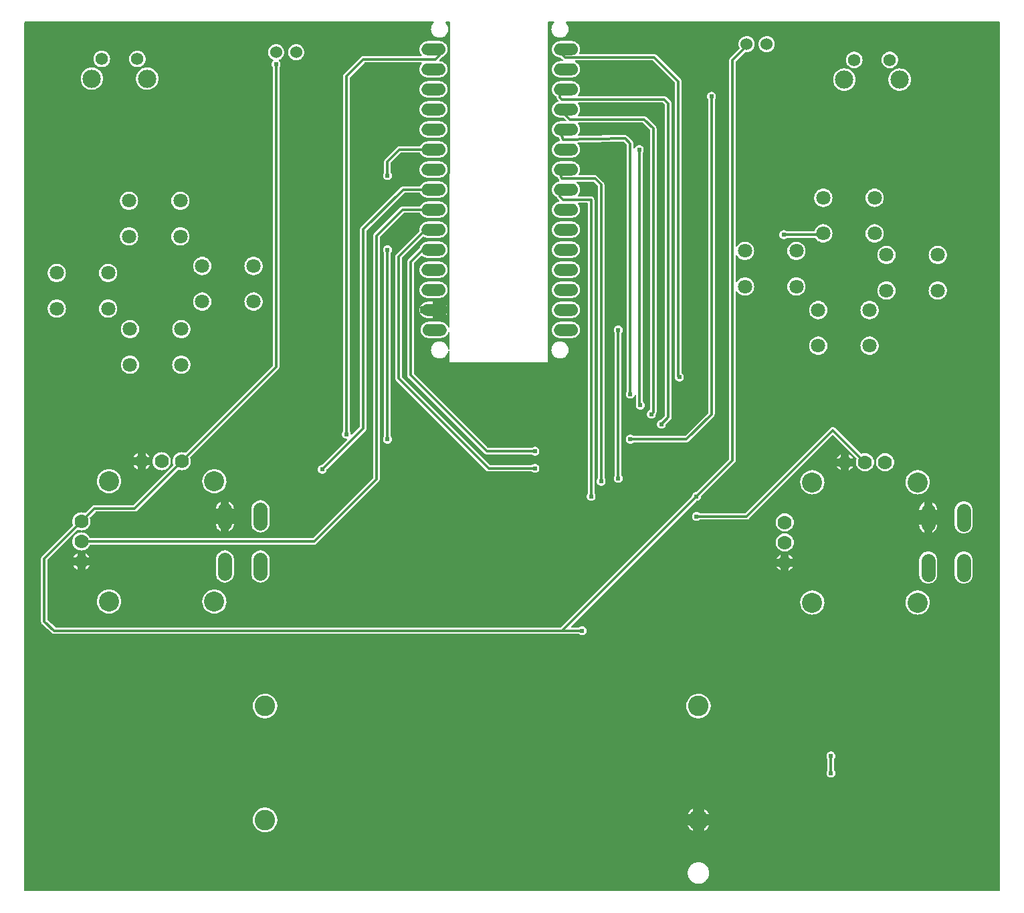
<source format=gbl>
G04 Layer: BottomLayer*
G04 EasyEDA v6.5.5, 2022-06-05 13:50:50*
G04 bb107c5f8ef14f278ad1c4d5784ba212,a4ea12fd96744f7d9b8618c9b4952ea7,10*
G04 Gerber Generator version 0.2*
G04 Scale: 100 percent, Rotated: No, Reflected: No *
G04 Dimensions in millimeters *
G04 leading zeros omitted , absolute positions ,4 integer and 5 decimal *
%FSLAX45Y45*%
%MOMM*%

%ADD10C,0.3000*%
%ADD12C,0.6150*%
%ADD18C,1.5240*%
%ADD19C,2.6000*%
%ADD20C,1.5751*%
%ADD21C,2.3251*%
%ADD22C,1.8000*%
%ADD23C,1.7780*%
%ADD24C,2.5400*%

%LPD*%
G36*
X240792Y229108D02*
G01*
X236880Y229870D01*
X233578Y232105D01*
X231394Y235356D01*
X230632Y239267D01*
X230632Y11235131D01*
X231394Y11239042D01*
X233578Y11242294D01*
X236880Y11244529D01*
X240792Y11245291D01*
X5403291Y11245291D01*
X5407253Y11244478D01*
X5410606Y11242141D01*
X5412790Y11238687D01*
X5413400Y11234674D01*
X5412435Y11230762D01*
X5409742Y11227257D01*
X5400395Y11216589D01*
X5392470Y11204803D01*
X5386222Y11192103D01*
X5381650Y11178641D01*
X5378907Y11164773D01*
X5377942Y11150600D01*
X5378907Y11136426D01*
X5381650Y11122558D01*
X5386222Y11109096D01*
X5392470Y11096396D01*
X5400395Y11084610D01*
X5409742Y11073942D01*
X5420410Y11064595D01*
X5432196Y11056670D01*
X5444896Y11050422D01*
X5458358Y11045850D01*
X5472226Y11043107D01*
X5486400Y11042142D01*
X5500573Y11043107D01*
X5514441Y11045850D01*
X5527903Y11050422D01*
X5540603Y11056670D01*
X5552389Y11064595D01*
X5563057Y11073942D01*
X5572404Y11084610D01*
X5580329Y11096396D01*
X5586577Y11109096D01*
X5591149Y11122558D01*
X5593892Y11136426D01*
X5594858Y11150600D01*
X5593892Y11164773D01*
X5591149Y11178641D01*
X5586577Y11192103D01*
X5580329Y11204803D01*
X5572404Y11216589D01*
X5562854Y11227511D01*
X5560364Y11230762D01*
X5559399Y11234674D01*
X5560009Y11238687D01*
X5562193Y11242141D01*
X5565546Y11244478D01*
X5569508Y11245291D01*
X5609590Y11245291D01*
X5613450Y11244529D01*
X5616752Y11242294D01*
X5618937Y11238992D01*
X5619750Y11235131D01*
X5614060Y7380478D01*
X5613247Y7376566D01*
X5611012Y7373264D01*
X5607710Y7371080D01*
X5603798Y7370368D01*
X5599887Y7371181D01*
X5596585Y7373416D01*
X5594451Y7376769D01*
X5590590Y7385812D01*
X5586323Y7393635D01*
X5584240Y7396886D01*
X5579008Y7404150D01*
X5576468Y7407198D01*
X5570372Y7413701D01*
X5567527Y7416342D01*
X5560618Y7422032D01*
X5557520Y7424267D01*
X5549950Y7429093D01*
X5546598Y7430922D01*
X5538520Y7434732D01*
X5534812Y7436205D01*
X5526328Y7438948D01*
X5522620Y7439914D01*
X5513832Y7441590D01*
X5509920Y7442098D01*
X5498795Y7442708D01*
X5347004Y7442708D01*
X5335879Y7442098D01*
X5331968Y7441590D01*
X5323179Y7439914D01*
X5319471Y7438948D01*
X5310987Y7436205D01*
X5307279Y7434732D01*
X5299202Y7430922D01*
X5295849Y7429093D01*
X5288280Y7424267D01*
X5285181Y7422032D01*
X5278272Y7416342D01*
X5275427Y7413701D01*
X5269331Y7407198D01*
X5266791Y7404150D01*
X5261559Y7396886D01*
X5259476Y7393635D01*
X5255209Y7385812D01*
X5253583Y7382306D01*
X5250281Y7373975D01*
X5249062Y7370318D01*
X5246827Y7361631D01*
X5246116Y7357770D01*
X5244998Y7348931D01*
X5244744Y7345070D01*
X5244744Y7336129D01*
X5244998Y7332268D01*
X5246116Y7323429D01*
X5246827Y7319568D01*
X5249062Y7310881D01*
X5250281Y7307173D01*
X5253583Y7298893D01*
X5255209Y7295438D01*
X5259476Y7287615D01*
X5261559Y7284313D01*
X5266791Y7277100D01*
X5269280Y7274052D01*
X5275427Y7267549D01*
X5278272Y7264857D01*
X5285181Y7259167D01*
X5288280Y7256932D01*
X5295849Y7252106D01*
X5299303Y7250226D01*
X5307380Y7246416D01*
X5310987Y7244994D01*
X5319471Y7242251D01*
X5323179Y7241286D01*
X5331968Y7239609D01*
X5335778Y7239152D01*
X5347004Y7238492D01*
X5498795Y7238492D01*
X5510022Y7239152D01*
X5513832Y7239609D01*
X5522620Y7241286D01*
X5526328Y7242251D01*
X5534812Y7244994D01*
X5538419Y7246416D01*
X5546496Y7250226D01*
X5549950Y7252106D01*
X5557520Y7256932D01*
X5560618Y7259167D01*
X5567527Y7264857D01*
X5570372Y7267549D01*
X5576519Y7274052D01*
X5579008Y7277100D01*
X5584240Y7284313D01*
X5586323Y7287615D01*
X5590590Y7295438D01*
X5592216Y7298893D01*
X5594299Y7304176D01*
X5596483Y7307478D01*
X5599785Y7309764D01*
X5603697Y7310577D01*
X5607608Y7309815D01*
X5610910Y7307630D01*
X5613146Y7304278D01*
X5613908Y7300366D01*
X5613654Y7104735D01*
X5612739Y7100570D01*
X5610250Y7097166D01*
X5606542Y7095083D01*
X5602325Y7094677D01*
X5598312Y7095998D01*
X5595162Y7098893D01*
X5593486Y7102754D01*
X5591149Y7114641D01*
X5586577Y7128103D01*
X5580329Y7140803D01*
X5572404Y7152589D01*
X5563057Y7163257D01*
X5552389Y7172604D01*
X5540603Y7180529D01*
X5527903Y7186777D01*
X5514441Y7191349D01*
X5500573Y7194092D01*
X5486400Y7195058D01*
X5472226Y7194092D01*
X5458358Y7191349D01*
X5444896Y7186777D01*
X5432196Y7180529D01*
X5420410Y7172604D01*
X5409742Y7163257D01*
X5400395Y7152589D01*
X5392470Y7140803D01*
X5386222Y7128103D01*
X5381650Y7114641D01*
X5378907Y7100773D01*
X5377942Y7086600D01*
X5378907Y7072426D01*
X5381650Y7058558D01*
X5386222Y7045096D01*
X5392470Y7032396D01*
X5400395Y7020610D01*
X5409742Y7009942D01*
X5420410Y7000595D01*
X5432196Y6992670D01*
X5444896Y6986422D01*
X5458358Y6981850D01*
X5472226Y6979107D01*
X5486400Y6978142D01*
X5500573Y6979107D01*
X5514441Y6981850D01*
X5527903Y6986422D01*
X5540603Y6992670D01*
X5552389Y7000595D01*
X5563057Y7009942D01*
X5572404Y7020610D01*
X5580329Y7032396D01*
X5586577Y7045096D01*
X5591149Y7058558D01*
X5593435Y7070140D01*
X5595112Y7074052D01*
X5598261Y7076948D01*
X5602274Y7078268D01*
X5606491Y7077862D01*
X5610199Y7075728D01*
X5612688Y7072325D01*
X5613603Y7068159D01*
X5613400Y6935216D01*
X5614416Y6934200D01*
X6856984Y6934200D01*
X6858000Y6935216D01*
X6858000Y11235131D01*
X6858762Y11239042D01*
X6860997Y11242294D01*
X6864248Y11244529D01*
X6868159Y11245291D01*
X6927291Y11245291D01*
X6931253Y11244478D01*
X6934606Y11242141D01*
X6936790Y11238687D01*
X6937400Y11234674D01*
X6936435Y11230762D01*
X6933742Y11227257D01*
X6924395Y11216589D01*
X6916470Y11204803D01*
X6910222Y11192103D01*
X6905650Y11178641D01*
X6902907Y11164773D01*
X6901942Y11150600D01*
X6902907Y11136426D01*
X6905650Y11122558D01*
X6910222Y11109096D01*
X6916470Y11096396D01*
X6924395Y11084610D01*
X6933742Y11073942D01*
X6944410Y11064595D01*
X6956196Y11056670D01*
X6968896Y11050422D01*
X6982358Y11045850D01*
X6996226Y11043107D01*
X7010400Y11042142D01*
X7024573Y11043107D01*
X7038441Y11045850D01*
X7051903Y11050422D01*
X7064603Y11056670D01*
X7076389Y11064595D01*
X7087057Y11073942D01*
X7096404Y11084610D01*
X7104329Y11096396D01*
X7110577Y11109096D01*
X7115149Y11122558D01*
X7117892Y11136426D01*
X7118858Y11150600D01*
X7117892Y11164773D01*
X7115149Y11178641D01*
X7110577Y11192103D01*
X7104329Y11204803D01*
X7096404Y11216589D01*
X7086853Y11227511D01*
X7084364Y11230762D01*
X7083399Y11234674D01*
X7084009Y11238687D01*
X7086193Y11242141D01*
X7089546Y11244478D01*
X7093508Y11245291D01*
X12568631Y11245291D01*
X12572542Y11244529D01*
X12575794Y11242294D01*
X12578029Y11239042D01*
X12578791Y11235131D01*
X12578791Y239267D01*
X12578029Y235356D01*
X12575794Y232105D01*
X12572542Y229870D01*
X12568631Y229108D01*
G37*

%LPC*%
G36*
X8754872Y324561D02*
G01*
X8770721Y324561D01*
X8786418Y326390D01*
X8801760Y329996D01*
X8816644Y335432D01*
X8830767Y342493D01*
X8843924Y351180D01*
X8856065Y361340D01*
X8866886Y372872D01*
X8876334Y385521D01*
X8884208Y399186D01*
X8890508Y413715D01*
X8895029Y428853D01*
X8897772Y444398D01*
X8898686Y460197D01*
X8897772Y475996D01*
X8895029Y491540D01*
X8890508Y506679D01*
X8884208Y521208D01*
X8876334Y534873D01*
X8866886Y547522D01*
X8856065Y559054D01*
X8843924Y569214D01*
X8830767Y577900D01*
X8816644Y584962D01*
X8801760Y590397D01*
X8786418Y594004D01*
X8770721Y595833D01*
X8754872Y595833D01*
X8739174Y594004D01*
X8723833Y590397D01*
X8708948Y584962D01*
X8694826Y577900D01*
X8681669Y569214D01*
X8669528Y559054D01*
X8658707Y547522D01*
X8649258Y534873D01*
X8641384Y521208D01*
X8635085Y506679D01*
X8630564Y491540D01*
X8627821Y475996D01*
X8626906Y460197D01*
X8627821Y444398D01*
X8630564Y428853D01*
X8635085Y413715D01*
X8641384Y399186D01*
X8649258Y385521D01*
X8658707Y372872D01*
X8669528Y361340D01*
X8681669Y351180D01*
X8694826Y342493D01*
X8708948Y335432D01*
X8723833Y329996D01*
X8739174Y326390D01*
G37*
G36*
X3272485Y977341D02*
G01*
X3289655Y977849D01*
X3306673Y980186D01*
X3323336Y984402D01*
X3339439Y990447D01*
X3354730Y998169D01*
X3369106Y1007567D01*
X3382365Y1018489D01*
X3394354Y1030833D01*
X3404920Y1044346D01*
X3413912Y1058976D01*
X3421227Y1074521D01*
X3426815Y1090777D01*
X3430574Y1107541D01*
X3432454Y1124610D01*
X3432454Y1141780D01*
X3430574Y1158849D01*
X3426815Y1175613D01*
X3421227Y1191869D01*
X3413912Y1207414D01*
X3404920Y1222044D01*
X3394354Y1235557D01*
X3382365Y1247902D01*
X3369106Y1258824D01*
X3354730Y1268222D01*
X3339439Y1275943D01*
X3323336Y1281988D01*
X3306673Y1286205D01*
X3289655Y1288542D01*
X3272485Y1289050D01*
X3255365Y1287627D01*
X3238550Y1284325D01*
X3222142Y1279194D01*
X3206394Y1272286D01*
X3191560Y1263700D01*
X3177692Y1253540D01*
X3165043Y1241907D01*
X3153765Y1228953D01*
X3144012Y1214831D01*
X3135833Y1199743D01*
X3129381Y1183792D01*
X3124708Y1167282D01*
X3121863Y1150366D01*
X3120898Y1133195D01*
X3121863Y1116025D01*
X3124708Y1099108D01*
X3129381Y1082598D01*
X3135833Y1066647D01*
X3144012Y1051560D01*
X3153765Y1037437D01*
X3165043Y1024483D01*
X3177692Y1012850D01*
X3191560Y1002690D01*
X3206394Y994105D01*
X3222142Y987196D01*
X3238550Y982065D01*
X3255365Y978763D01*
G37*
G36*
X8691422Y994664D02*
G01*
X8691422Y1061821D01*
X8624417Y1061821D01*
X8630005Y1051560D01*
X8639759Y1037437D01*
X8651036Y1024483D01*
X8663686Y1012850D01*
X8677554Y1002690D01*
G37*
G36*
X8834170Y994867D02*
G01*
X8840724Y998169D01*
X8855100Y1007567D01*
X8868359Y1018489D01*
X8880348Y1030833D01*
X8890914Y1044346D01*
X8899906Y1058976D01*
X8901226Y1061821D01*
X8834170Y1061821D01*
G37*
G36*
X8834170Y1204569D02*
G01*
X8901226Y1204569D01*
X8899906Y1207414D01*
X8890914Y1222044D01*
X8880348Y1235557D01*
X8868359Y1247902D01*
X8855100Y1258824D01*
X8840724Y1268222D01*
X8834170Y1271524D01*
G37*
G36*
X8624417Y1204569D02*
G01*
X8691422Y1204569D01*
X8691422Y1271727D01*
X8677554Y1263700D01*
X8663686Y1253540D01*
X8651036Y1241907D01*
X8639759Y1228953D01*
X8630005Y1214831D01*
G37*
G36*
X10441787Y1670608D02*
G01*
X10451338Y1671828D01*
X10460532Y1674672D01*
X10469067Y1678990D01*
X10476788Y1684680D01*
X10483443Y1691639D01*
X10488828Y1699564D01*
X10492790Y1708353D01*
X10495229Y1717649D01*
X10496042Y1727200D01*
X10495229Y1736750D01*
X10492790Y1746046D01*
X10488828Y1754835D01*
X10481056Y1766366D01*
X10480294Y1770125D01*
X10480294Y1900174D01*
X10481056Y1903933D01*
X10488828Y1915464D01*
X10492790Y1924253D01*
X10495229Y1933549D01*
X10496042Y1943100D01*
X10495229Y1952650D01*
X10492790Y1961946D01*
X10488828Y1970735D01*
X10483443Y1978660D01*
X10476788Y1985619D01*
X10469067Y1991309D01*
X10460532Y1995627D01*
X10451338Y1998472D01*
X10441787Y1999691D01*
X10432186Y1999284D01*
X10422839Y1997252D01*
X10413898Y1993646D01*
X10405719Y1988616D01*
X10398506Y1982266D01*
X10392511Y1974799D01*
X10387787Y1966417D01*
X10384586Y1957374D01*
X10382961Y1947925D01*
X10382961Y1938274D01*
X10384586Y1928825D01*
X10387787Y1919782D01*
X10392511Y1911400D01*
X10396220Y1906778D01*
X10397896Y1903730D01*
X10398506Y1900377D01*
X10398506Y1769922D01*
X10397896Y1766570D01*
X10396220Y1763522D01*
X10392511Y1758899D01*
X10387787Y1750517D01*
X10384586Y1741474D01*
X10382961Y1732025D01*
X10382961Y1722374D01*
X10384586Y1712925D01*
X10387787Y1703882D01*
X10392511Y1695500D01*
X10398506Y1688033D01*
X10405719Y1681683D01*
X10413898Y1676654D01*
X10422839Y1673047D01*
X10432186Y1671015D01*
G37*
G36*
X8758478Y2419350D02*
G01*
X8775649Y2419858D01*
X8792667Y2422194D01*
X8809329Y2426411D01*
X8825433Y2432456D01*
X8840724Y2440178D01*
X8855100Y2449576D01*
X8868359Y2460498D01*
X8880348Y2472842D01*
X8890914Y2486355D01*
X8899906Y2500985D01*
X8907221Y2516530D01*
X8912809Y2532786D01*
X8916568Y2549550D01*
X8918448Y2566619D01*
X8918448Y2583789D01*
X8916568Y2600858D01*
X8912809Y2617622D01*
X8907221Y2633878D01*
X8899906Y2649423D01*
X8890914Y2664053D01*
X8880348Y2677566D01*
X8868359Y2689910D01*
X8855100Y2700832D01*
X8840724Y2710230D01*
X8825433Y2717952D01*
X8809329Y2723997D01*
X8792667Y2728214D01*
X8775649Y2730550D01*
X8758478Y2731058D01*
X8741359Y2729636D01*
X8724544Y2726334D01*
X8708136Y2721203D01*
X8692388Y2714294D01*
X8677554Y2705709D01*
X8663686Y2695549D01*
X8651036Y2683916D01*
X8639759Y2670962D01*
X8630005Y2656840D01*
X8621826Y2641752D01*
X8615375Y2625801D01*
X8610701Y2609291D01*
X8607856Y2592374D01*
X8606891Y2575204D01*
X8607856Y2558034D01*
X8610701Y2541117D01*
X8615375Y2524607D01*
X8621826Y2508656D01*
X8630005Y2493568D01*
X8639759Y2479446D01*
X8651036Y2466492D01*
X8663686Y2454859D01*
X8677554Y2444699D01*
X8692388Y2436114D01*
X8708136Y2429205D01*
X8724544Y2424074D01*
X8741359Y2420772D01*
G37*
G36*
X3272485Y2419350D02*
G01*
X3289655Y2419858D01*
X3306673Y2422194D01*
X3323336Y2426411D01*
X3339439Y2432456D01*
X3354730Y2440178D01*
X3369106Y2449576D01*
X3382365Y2460498D01*
X3394354Y2472842D01*
X3404920Y2486355D01*
X3413912Y2500985D01*
X3421227Y2516530D01*
X3426815Y2532786D01*
X3430574Y2549550D01*
X3432454Y2566619D01*
X3432454Y2583789D01*
X3430574Y2600858D01*
X3426815Y2617622D01*
X3421227Y2633878D01*
X3413912Y2649423D01*
X3404920Y2664053D01*
X3394354Y2677566D01*
X3382365Y2689910D01*
X3369106Y2700832D01*
X3354730Y2710230D01*
X3339439Y2717952D01*
X3323336Y2723997D01*
X3306673Y2728214D01*
X3289655Y2730550D01*
X3272485Y2731058D01*
X3255365Y2729636D01*
X3238550Y2726334D01*
X3222142Y2721203D01*
X3206394Y2714294D01*
X3191560Y2705709D01*
X3177692Y2695549D01*
X3165043Y2683916D01*
X3153765Y2670962D01*
X3144012Y2656840D01*
X3135833Y2641752D01*
X3129381Y2625801D01*
X3124708Y2609291D01*
X3121863Y2592374D01*
X3120898Y2575204D01*
X3121863Y2558034D01*
X3124708Y2541117D01*
X3129381Y2524607D01*
X3135833Y2508656D01*
X3144012Y2493568D01*
X3153765Y2479446D01*
X3165043Y2466492D01*
X3177692Y2454859D01*
X3191560Y2444699D01*
X3206394Y2436114D01*
X3222142Y2429205D01*
X3238550Y2424074D01*
X3255365Y2420772D01*
G37*
G36*
X7292187Y3474008D02*
G01*
X7301738Y3475228D01*
X7310932Y3478072D01*
X7319467Y3482390D01*
X7327188Y3488080D01*
X7333843Y3495040D01*
X7339228Y3502964D01*
X7343190Y3511753D01*
X7345629Y3521049D01*
X7346442Y3530600D01*
X7345629Y3540150D01*
X7343190Y3549446D01*
X7339228Y3558235D01*
X7333843Y3566160D01*
X7327188Y3573119D01*
X7319467Y3578809D01*
X7310932Y3583127D01*
X7301738Y3585972D01*
X7292187Y3587191D01*
X7282586Y3586784D01*
X7273239Y3584752D01*
X7264298Y3581146D01*
X7256119Y3576116D01*
X7253782Y3574034D01*
X7250633Y3572154D01*
X7247077Y3571494D01*
X7159091Y3571494D01*
X7155180Y3572256D01*
X7151928Y3574491D01*
X7149693Y3577793D01*
X7148931Y3581654D01*
X7149693Y3585565D01*
X7151928Y3588867D01*
X8736279Y5173218D01*
X8738971Y5175148D01*
X8742172Y5176113D01*
X8749538Y5177028D01*
X8758732Y5179872D01*
X8767267Y5184190D01*
X8774988Y5189880D01*
X8781643Y5196840D01*
X8787028Y5204764D01*
X8790990Y5213553D01*
X8793429Y5222849D01*
X8793784Y5227370D01*
X8794699Y5230774D01*
X8796731Y5233670D01*
X9223349Y5660339D01*
X9228785Y5666892D01*
X9232544Y5673953D01*
X9234881Y5681624D01*
X9235694Y5690108D01*
X9235694Y7823098D01*
X9236608Y7827365D01*
X9239250Y7830820D01*
X9243009Y7832902D01*
X9247327Y7833156D01*
X9251391Y7831632D01*
X9254439Y7828584D01*
X9258503Y7822133D01*
X9267799Y7810906D01*
X9278416Y7800949D01*
X9290202Y7792415D01*
X9302953Y7785404D01*
X9316466Y7780020D01*
X9330588Y7776413D01*
X9345015Y7774584D01*
X9359544Y7774584D01*
X9373971Y7776413D01*
X9388094Y7780020D01*
X9401606Y7785404D01*
X9414357Y7792415D01*
X9426143Y7800949D01*
X9436760Y7810906D01*
X9446056Y7822133D01*
X9453829Y7834426D01*
X9460026Y7847584D01*
X9464548Y7861452D01*
X9467240Y7875727D01*
X9468154Y7890256D01*
X9467240Y7904784D01*
X9464548Y7919059D01*
X9460026Y7932928D01*
X9453829Y7946085D01*
X9446056Y7958378D01*
X9436760Y7969605D01*
X9426143Y7979562D01*
X9414357Y7988096D01*
X9401606Y7995107D01*
X9388094Y8000492D01*
X9373971Y8004098D01*
X9359544Y8005927D01*
X9345015Y8005927D01*
X9330588Y8004098D01*
X9316466Y8000492D01*
X9302953Y7995107D01*
X9290202Y7988096D01*
X9278416Y7979562D01*
X9267799Y7969605D01*
X9258503Y7958378D01*
X9254439Y7951927D01*
X9251391Y7948879D01*
X9247327Y7947355D01*
X9243009Y7947609D01*
X9239250Y7949692D01*
X9236608Y7953146D01*
X9235694Y7957413D01*
X9235694Y8273186D01*
X9236608Y8277453D01*
X9239250Y8280908D01*
X9243009Y8282990D01*
X9247327Y8283244D01*
X9251391Y8281720D01*
X9254439Y8278672D01*
X9258503Y8272221D01*
X9267799Y8260994D01*
X9278416Y8251037D01*
X9290202Y8242503D01*
X9302953Y8235492D01*
X9316466Y8230108D01*
X9330588Y8226501D01*
X9345015Y8224672D01*
X9359544Y8224672D01*
X9373971Y8226501D01*
X9388094Y8230108D01*
X9401606Y8235492D01*
X9414357Y8242503D01*
X9426143Y8251037D01*
X9436760Y8260994D01*
X9446056Y8272221D01*
X9453829Y8284514D01*
X9460026Y8297672D01*
X9464548Y8311540D01*
X9467240Y8325815D01*
X9468154Y8340344D01*
X9467240Y8354872D01*
X9464548Y8369147D01*
X9460026Y8383016D01*
X9453829Y8396173D01*
X9446056Y8408466D01*
X9436760Y8419693D01*
X9426143Y8429650D01*
X9414357Y8438184D01*
X9401606Y8445195D01*
X9388094Y8450580D01*
X9373971Y8454186D01*
X9359544Y8456015D01*
X9345015Y8456015D01*
X9330588Y8454186D01*
X9316466Y8450580D01*
X9302953Y8445195D01*
X9290202Y8438184D01*
X9278416Y8429650D01*
X9267799Y8419693D01*
X9258503Y8408466D01*
X9254439Y8402015D01*
X9251391Y8398967D01*
X9247327Y8397443D01*
X9243009Y8397697D01*
X9239250Y8399780D01*
X9236608Y8403234D01*
X9235694Y8407501D01*
X9235694Y10735767D01*
X9236506Y10739628D01*
X9238691Y10742930D01*
X9351822Y10856061D01*
X9355582Y10858449D01*
X9360001Y10859008D01*
X9369196Y10858093D01*
X9382810Y10858550D01*
X9396272Y10860786D01*
X9409277Y10864850D01*
X9421672Y10870590D01*
X9433153Y10877905D01*
X9443567Y10886694D01*
X9452711Y10896854D01*
X9460433Y10908080D01*
X9466580Y10920222D01*
X9471050Y10933125D01*
X9473793Y10946485D01*
X9474708Y10960100D01*
X9473793Y10973714D01*
X9471050Y10987074D01*
X9466580Y10999978D01*
X9460433Y11012119D01*
X9452711Y11023346D01*
X9443567Y11033506D01*
X9433153Y11042294D01*
X9421672Y11049609D01*
X9409277Y11055350D01*
X9396272Y11059414D01*
X9382810Y11061649D01*
X9369196Y11062106D01*
X9355632Y11060785D01*
X9342374Y11057585D01*
X9329623Y11052708D01*
X9317685Y11046155D01*
X9306712Y11038078D01*
X9296908Y11028578D01*
X9288424Y11017859D01*
X9281464Y11006124D01*
X9276181Y10993577D01*
X9272574Y10980420D01*
X9270746Y10966907D01*
X9270746Y10953292D01*
X9272574Y10939780D01*
X9276181Y10926622D01*
X9283547Y10908690D01*
X9282988Y10904321D01*
X9280601Y10900562D01*
X9166250Y10786160D01*
X9160814Y10779607D01*
X9157055Y10772546D01*
X9154718Y10764875D01*
X9153906Y10756392D01*
X9153906Y5710732D01*
X9153144Y5706872D01*
X9150908Y5703570D01*
X8738971Y5291582D01*
X8735872Y5289499D01*
X8730386Y5288584D01*
X8721039Y5286552D01*
X8712098Y5282946D01*
X8703919Y5277916D01*
X8696706Y5271566D01*
X8690711Y5264099D01*
X8685987Y5255717D01*
X8682786Y5246674D01*
X8681059Y5236311D01*
X8680043Y5233365D01*
X8678214Y5230876D01*
X7021830Y3574491D01*
X7018528Y3572256D01*
X7014667Y3571494D01*
X629208Y3571494D01*
X625551Y3572205D01*
X622401Y3574135D01*
X526846Y3660089D01*
X524408Y3663492D01*
X523493Y3667658D01*
X523493Y4423867D01*
X524306Y4427728D01*
X526491Y4431030D01*
X900836Y4805375D01*
X903884Y4807508D01*
X907491Y4808372D01*
X911148Y4807864D01*
X923950Y4803698D01*
X938123Y4801006D01*
X952500Y4800092D01*
X966876Y4801006D01*
X981049Y4803698D01*
X994765Y4808169D01*
X1007821Y4814316D01*
X1019962Y4822037D01*
X1031087Y4831232D01*
X1040942Y4841748D01*
X1049426Y4853381D01*
X1056386Y4866030D01*
X1061669Y4879441D01*
X1065276Y4893411D01*
X1067054Y4907686D01*
X1067054Y4922113D01*
X1065276Y4936388D01*
X1061669Y4950358D01*
X1059637Y4955540D01*
X1058926Y4959350D01*
X1059688Y4963210D01*
X1061872Y4966462D01*
X1131570Y5036108D01*
X1134872Y5038293D01*
X1138732Y5039106D01*
X1625092Y5039106D01*
X1633575Y5039918D01*
X1641246Y5042255D01*
X1648307Y5046014D01*
X1654860Y5051450D01*
X2170836Y5567375D01*
X2173884Y5569508D01*
X2177491Y5570372D01*
X2181148Y5569864D01*
X2193950Y5565698D01*
X2208123Y5563006D01*
X2222500Y5562092D01*
X2236876Y5563006D01*
X2251049Y5565698D01*
X2264765Y5570169D01*
X2277821Y5576316D01*
X2289962Y5584037D01*
X2301087Y5593232D01*
X2310942Y5603748D01*
X2319426Y5615381D01*
X2326386Y5628030D01*
X2331669Y5641441D01*
X2335276Y5655411D01*
X2337054Y5669686D01*
X2337054Y5684113D01*
X2335276Y5698388D01*
X2331669Y5712358D01*
X2329637Y5717540D01*
X2328926Y5721350D01*
X2329688Y5725210D01*
X2331872Y5728462D01*
X3444849Y6841439D01*
X3450285Y6847992D01*
X3454044Y6855053D01*
X3456381Y6862724D01*
X3457194Y6871208D01*
X3457194Y10663174D01*
X3457956Y10666933D01*
X3465728Y10678464D01*
X3469690Y10687253D01*
X3472129Y10696549D01*
X3472942Y10706100D01*
X3472129Y10715650D01*
X3469690Y10724946D01*
X3465728Y10733735D01*
X3460343Y10741660D01*
X3453637Y10748721D01*
X3451555Y10751921D01*
X3450793Y10755680D01*
X3451504Y10759440D01*
X3453536Y10762691D01*
X3456686Y10764926D01*
X3465372Y10768990D01*
X3476853Y10776305D01*
X3487267Y10785094D01*
X3496411Y10795254D01*
X3504133Y10806480D01*
X3510279Y10818622D01*
X3514750Y10831525D01*
X3517493Y10844885D01*
X3518408Y10858500D01*
X3517493Y10872114D01*
X3514750Y10885474D01*
X3510279Y10898378D01*
X3504133Y10910519D01*
X3496411Y10921746D01*
X3487267Y10931906D01*
X3476853Y10940694D01*
X3465372Y10948009D01*
X3452977Y10953750D01*
X3439972Y10957814D01*
X3426510Y10960049D01*
X3412896Y10960506D01*
X3399332Y10959185D01*
X3386074Y10955985D01*
X3373323Y10951108D01*
X3361385Y10944555D01*
X3350412Y10936478D01*
X3340608Y10926978D01*
X3332124Y10916259D01*
X3325164Y10904524D01*
X3319881Y10891977D01*
X3316274Y10878820D01*
X3314446Y10865307D01*
X3314446Y10851692D01*
X3316274Y10838180D01*
X3319881Y10825022D01*
X3325164Y10812475D01*
X3332124Y10800740D01*
X3340608Y10790021D01*
X3350412Y10780522D01*
X3361385Y10772444D01*
X3373323Y10765891D01*
X3375456Y10765078D01*
X3378911Y10762843D01*
X3381197Y10759389D01*
X3381959Y10755325D01*
X3380994Y10751312D01*
X3378504Y10747959D01*
X3375406Y10745266D01*
X3369411Y10737799D01*
X3364687Y10729417D01*
X3361486Y10720374D01*
X3359861Y10710926D01*
X3359861Y10701274D01*
X3361486Y10691825D01*
X3364687Y10682782D01*
X3369411Y10674400D01*
X3373120Y10669778D01*
X3374796Y10666730D01*
X3375406Y10663377D01*
X3375406Y6891832D01*
X3374644Y6887972D01*
X3372408Y6884670D01*
X2274163Y5786424D01*
X2271115Y5784291D01*
X2267508Y5783427D01*
X2263851Y5783935D01*
X2251049Y5788101D01*
X2236876Y5790793D01*
X2222500Y5791708D01*
X2208123Y5790793D01*
X2193950Y5788101D01*
X2180234Y5783630D01*
X2167178Y5777484D01*
X2155037Y5769762D01*
X2143912Y5760567D01*
X2134057Y5750052D01*
X2125573Y5738418D01*
X2118614Y5725769D01*
X2113330Y5712358D01*
X2109724Y5698388D01*
X2107946Y5684113D01*
X2107946Y5669686D01*
X2109724Y5655411D01*
X2113330Y5641441D01*
X2115362Y5636260D01*
X2116074Y5632450D01*
X2115312Y5628589D01*
X2113127Y5625338D01*
X1611630Y5123891D01*
X1608328Y5121656D01*
X1604467Y5120894D01*
X1118108Y5120894D01*
X1109624Y5120081D01*
X1101953Y5117744D01*
X1094892Y5113985D01*
X1088339Y5108549D01*
X1004163Y5024424D01*
X1001115Y5022291D01*
X997508Y5021427D01*
X993851Y5021935D01*
X981049Y5026101D01*
X966876Y5028793D01*
X952500Y5029708D01*
X938123Y5028793D01*
X923950Y5026101D01*
X910234Y5021630D01*
X897178Y5015484D01*
X885037Y5007762D01*
X873912Y4998567D01*
X864057Y4988052D01*
X855573Y4976418D01*
X848614Y4963769D01*
X843330Y4950358D01*
X839724Y4936388D01*
X837946Y4922113D01*
X837946Y4907686D01*
X839724Y4893411D01*
X843330Y4879441D01*
X845362Y4874260D01*
X846074Y4870450D01*
X845312Y4866589D01*
X843127Y4863338D01*
X454050Y4474260D01*
X448614Y4467707D01*
X444855Y4460646D01*
X442518Y4452975D01*
X441706Y4444492D01*
X441756Y3643122D01*
X442976Y3634841D01*
X445719Y3627323D01*
X449884Y3620465D01*
X455625Y3614165D01*
X581863Y3500526D01*
X588721Y3495497D01*
X595985Y3492093D01*
X603859Y3490112D01*
X609955Y3489706D01*
X7247077Y3489706D01*
X7250633Y3489045D01*
X7253782Y3487165D01*
X7256119Y3485083D01*
X7264298Y3480054D01*
X7273239Y3476447D01*
X7282586Y3474415D01*
G37*
G36*
X10204450Y3733292D02*
G01*
X10221264Y3734257D01*
X10237876Y3737000D01*
X10254081Y3741572D01*
X10269677Y3747922D01*
X10284510Y3755948D01*
X10298379Y3765550D01*
X10311079Y3776624D01*
X10322458Y3789019D01*
X10332466Y3802583D01*
X10340848Y3817162D01*
X10347655Y3832606D01*
X10352684Y3848658D01*
X10355884Y3865219D01*
X10357307Y3881983D01*
X10356799Y3898849D01*
X10354513Y3915511D01*
X10350347Y3931818D01*
X10344454Y3947617D01*
X10336834Y3962654D01*
X10327640Y3976725D01*
X10316921Y3989730D01*
X10304881Y4001515D01*
X10291572Y4011828D01*
X10277195Y4020667D01*
X10262006Y4027830D01*
X10246055Y4033316D01*
X10229596Y4037025D01*
X10212882Y4038854D01*
X10196017Y4038854D01*
X10179304Y4037025D01*
X10162844Y4033316D01*
X10146893Y4027830D01*
X10131704Y4020667D01*
X10117328Y4011828D01*
X10104018Y4001515D01*
X10091978Y3989730D01*
X10081260Y3976725D01*
X10072065Y3962654D01*
X10064445Y3947617D01*
X10058552Y3931818D01*
X10054386Y3915511D01*
X10052100Y3898849D01*
X10051592Y3881983D01*
X10053015Y3865219D01*
X10056215Y3848658D01*
X10061244Y3832606D01*
X10068052Y3817162D01*
X10076434Y3802583D01*
X10086441Y3789019D01*
X10097820Y3776624D01*
X10110520Y3765550D01*
X10124389Y3755948D01*
X10139222Y3747922D01*
X10154818Y3741572D01*
X10171023Y3737000D01*
X10187635Y3734257D01*
G37*
G36*
X11537950Y3733292D02*
G01*
X11554764Y3734257D01*
X11571376Y3737000D01*
X11587581Y3741572D01*
X11603177Y3747922D01*
X11618010Y3755948D01*
X11631879Y3765550D01*
X11644579Y3776624D01*
X11655958Y3789019D01*
X11665966Y3802583D01*
X11674348Y3817162D01*
X11681155Y3832606D01*
X11686184Y3848658D01*
X11689384Y3865219D01*
X11690807Y3881983D01*
X11690299Y3898849D01*
X11688013Y3915511D01*
X11683847Y3931818D01*
X11677954Y3947617D01*
X11670334Y3962654D01*
X11661140Y3976725D01*
X11650421Y3989730D01*
X11638381Y4001515D01*
X11625072Y4011828D01*
X11610695Y4020667D01*
X11595506Y4027830D01*
X11579555Y4033316D01*
X11563096Y4037025D01*
X11546382Y4038854D01*
X11529517Y4038854D01*
X11512804Y4037025D01*
X11496344Y4033316D01*
X11480393Y4027830D01*
X11465204Y4020667D01*
X11450828Y4011828D01*
X11437518Y4001515D01*
X11425478Y3989730D01*
X11414760Y3976725D01*
X11405565Y3962654D01*
X11397945Y3947617D01*
X11392052Y3931818D01*
X11387886Y3915511D01*
X11385600Y3898849D01*
X11385092Y3881983D01*
X11386515Y3865219D01*
X11389715Y3848658D01*
X11394744Y3832606D01*
X11401552Y3817162D01*
X11409934Y3802583D01*
X11419941Y3789019D01*
X11431320Y3776624D01*
X11444020Y3765550D01*
X11457889Y3755948D01*
X11472722Y3747922D01*
X11488318Y3741572D01*
X11504523Y3737000D01*
X11521135Y3734257D01*
G37*
G36*
X1301750Y3745992D02*
G01*
X1318564Y3746957D01*
X1335176Y3749700D01*
X1351381Y3754272D01*
X1366977Y3760622D01*
X1381810Y3768648D01*
X1395679Y3778250D01*
X1408379Y3789324D01*
X1419758Y3801719D01*
X1429766Y3815283D01*
X1438148Y3829862D01*
X1444955Y3845306D01*
X1449984Y3861358D01*
X1453184Y3877919D01*
X1454607Y3894683D01*
X1454099Y3911549D01*
X1451813Y3928211D01*
X1447647Y3944518D01*
X1441754Y3960317D01*
X1434134Y3975354D01*
X1424940Y3989425D01*
X1414221Y4002430D01*
X1402181Y4014215D01*
X1388872Y4024528D01*
X1374495Y4033367D01*
X1359306Y4040530D01*
X1343355Y4046016D01*
X1326896Y4049725D01*
X1310182Y4051554D01*
X1293317Y4051554D01*
X1276604Y4049725D01*
X1260144Y4046016D01*
X1244193Y4040530D01*
X1229004Y4033367D01*
X1214628Y4024528D01*
X1201318Y4014215D01*
X1189278Y4002430D01*
X1178560Y3989425D01*
X1169365Y3975354D01*
X1161745Y3960317D01*
X1155852Y3944518D01*
X1151686Y3928211D01*
X1149400Y3911549D01*
X1148892Y3894683D01*
X1150315Y3877919D01*
X1153515Y3861358D01*
X1158544Y3845306D01*
X1165352Y3829862D01*
X1173734Y3815283D01*
X1183741Y3801719D01*
X1195120Y3789324D01*
X1207820Y3778250D01*
X1221689Y3768648D01*
X1236522Y3760622D01*
X1252118Y3754272D01*
X1268323Y3749700D01*
X1284935Y3746957D01*
G37*
G36*
X2635250Y3745992D02*
G01*
X2652064Y3746957D01*
X2668676Y3749700D01*
X2684881Y3754272D01*
X2700477Y3760622D01*
X2715310Y3768648D01*
X2729179Y3778250D01*
X2741879Y3789324D01*
X2753258Y3801719D01*
X2763266Y3815283D01*
X2771648Y3829862D01*
X2778455Y3845306D01*
X2783484Y3861358D01*
X2786684Y3877919D01*
X2788107Y3894683D01*
X2787599Y3911549D01*
X2785313Y3928211D01*
X2781147Y3944518D01*
X2775254Y3960317D01*
X2767634Y3975354D01*
X2758440Y3989425D01*
X2747721Y4002430D01*
X2735681Y4014215D01*
X2722372Y4024528D01*
X2707995Y4033367D01*
X2692806Y4040530D01*
X2676855Y4046016D01*
X2660396Y4049725D01*
X2643682Y4051554D01*
X2626817Y4051554D01*
X2610104Y4049725D01*
X2593644Y4046016D01*
X2577693Y4040530D01*
X2562504Y4033367D01*
X2548128Y4024528D01*
X2534818Y4014215D01*
X2522778Y4002430D01*
X2512060Y3989425D01*
X2502865Y3975354D01*
X2495245Y3960317D01*
X2489352Y3944518D01*
X2485186Y3928211D01*
X2482900Y3911549D01*
X2482392Y3894683D01*
X2483815Y3877919D01*
X2487015Y3861358D01*
X2492044Y3845306D01*
X2498852Y3829862D01*
X2507234Y3815283D01*
X2517241Y3801719D01*
X2528620Y3789324D01*
X2541320Y3778250D01*
X2555189Y3768648D01*
X2570022Y3760622D01*
X2585618Y3754272D01*
X2601823Y3749700D01*
X2618435Y3746957D01*
G37*
G36*
X11664086Y4127246D02*
G01*
X11678513Y4127246D01*
X11692788Y4129024D01*
X11706758Y4132630D01*
X11720169Y4137914D01*
X11732818Y4144873D01*
X11744452Y4153357D01*
X11754967Y4163212D01*
X11764162Y4174337D01*
X11771884Y4186478D01*
X11778030Y4199534D01*
X11782501Y4213250D01*
X11785193Y4227423D01*
X11786108Y4242104D01*
X11786108Y4419295D01*
X11785193Y4433976D01*
X11782501Y4448149D01*
X11778030Y4461865D01*
X11771884Y4474921D01*
X11764162Y4487062D01*
X11754967Y4498187D01*
X11744452Y4508042D01*
X11732818Y4516526D01*
X11720169Y4523486D01*
X11706758Y4528769D01*
X11692788Y4532376D01*
X11678513Y4534154D01*
X11664086Y4534154D01*
X11649811Y4532376D01*
X11635841Y4528769D01*
X11622430Y4523486D01*
X11609781Y4516526D01*
X11598148Y4508042D01*
X11587632Y4498187D01*
X11578437Y4487062D01*
X11570716Y4474921D01*
X11564569Y4461865D01*
X11560098Y4448149D01*
X11557406Y4433976D01*
X11556492Y4419295D01*
X11556492Y4242104D01*
X11557406Y4227423D01*
X11560098Y4213250D01*
X11564569Y4199534D01*
X11570716Y4186478D01*
X11578437Y4174337D01*
X11587632Y4163212D01*
X11598148Y4153357D01*
X11609781Y4144873D01*
X11622430Y4137914D01*
X11635841Y4132630D01*
X11649811Y4129024D01*
G37*
G36*
X12114072Y4127246D02*
G01*
X12128500Y4127246D01*
X12142774Y4129024D01*
X12156744Y4132630D01*
X12170156Y4137914D01*
X12182805Y4144873D01*
X12194438Y4153357D01*
X12204954Y4163212D01*
X12214148Y4174337D01*
X12221870Y4186478D01*
X12228017Y4199534D01*
X12232487Y4213250D01*
X12235180Y4227423D01*
X12236094Y4242104D01*
X12236094Y4419295D01*
X12235180Y4433976D01*
X12232487Y4448149D01*
X12228017Y4461865D01*
X12221870Y4474921D01*
X12214148Y4487062D01*
X12204954Y4498187D01*
X12194438Y4508042D01*
X12182805Y4516526D01*
X12170156Y4523486D01*
X12156744Y4528769D01*
X12142774Y4532376D01*
X12128500Y4534154D01*
X12114072Y4534154D01*
X12099798Y4532376D01*
X12085828Y4528769D01*
X12072416Y4523486D01*
X12059767Y4516526D01*
X12048134Y4508042D01*
X12037618Y4498187D01*
X12028424Y4487062D01*
X12020702Y4474921D01*
X12014555Y4461865D01*
X12010085Y4448149D01*
X12007392Y4433976D01*
X12006478Y4419295D01*
X12006478Y4242104D01*
X12007392Y4227423D01*
X12010085Y4213250D01*
X12014555Y4199534D01*
X12020702Y4186478D01*
X12028424Y4174337D01*
X12037618Y4163212D01*
X12048134Y4153357D01*
X12059767Y4144873D01*
X12072416Y4137914D01*
X12085828Y4132630D01*
X12099798Y4129024D01*
G37*
G36*
X3211372Y4139946D02*
G01*
X3225800Y4139946D01*
X3240074Y4141724D01*
X3254044Y4145330D01*
X3267456Y4150614D01*
X3280105Y4157573D01*
X3291738Y4166057D01*
X3302254Y4175912D01*
X3311448Y4187037D01*
X3319170Y4199178D01*
X3325317Y4212234D01*
X3329787Y4225950D01*
X3332479Y4240123D01*
X3333394Y4254804D01*
X3333394Y4431995D01*
X3332479Y4446676D01*
X3329787Y4460849D01*
X3325317Y4474565D01*
X3319170Y4487621D01*
X3311448Y4499762D01*
X3302254Y4510887D01*
X3291738Y4520742D01*
X3280105Y4529226D01*
X3267456Y4536186D01*
X3254044Y4541469D01*
X3240074Y4545076D01*
X3225800Y4546854D01*
X3211372Y4546854D01*
X3197098Y4545076D01*
X3183128Y4541469D01*
X3169716Y4536186D01*
X3157067Y4529226D01*
X3145434Y4520742D01*
X3134918Y4510887D01*
X3125724Y4499762D01*
X3118002Y4487621D01*
X3111855Y4474565D01*
X3107385Y4460849D01*
X3104692Y4446676D01*
X3103778Y4431995D01*
X3103778Y4254804D01*
X3104692Y4240123D01*
X3107385Y4225950D01*
X3111855Y4212234D01*
X3118002Y4199178D01*
X3125724Y4187037D01*
X3134918Y4175912D01*
X3145434Y4166057D01*
X3157067Y4157573D01*
X3169716Y4150614D01*
X3183128Y4145330D01*
X3197098Y4141724D01*
G37*
G36*
X2761386Y4139946D02*
G01*
X2775813Y4139946D01*
X2790088Y4141724D01*
X2804058Y4145330D01*
X2817469Y4150614D01*
X2830118Y4157573D01*
X2841752Y4166057D01*
X2852267Y4175912D01*
X2861462Y4187037D01*
X2869184Y4199178D01*
X2875330Y4212234D01*
X2879801Y4225950D01*
X2882493Y4240123D01*
X2883408Y4254804D01*
X2883408Y4431995D01*
X2882493Y4446676D01*
X2879801Y4460849D01*
X2875330Y4474565D01*
X2869184Y4487621D01*
X2861462Y4499762D01*
X2852267Y4510887D01*
X2841752Y4520742D01*
X2830118Y4529226D01*
X2817469Y4536186D01*
X2804058Y4541469D01*
X2790088Y4545076D01*
X2775813Y4546854D01*
X2761386Y4546854D01*
X2747111Y4545076D01*
X2733141Y4541469D01*
X2719730Y4536186D01*
X2707081Y4529226D01*
X2695448Y4520742D01*
X2684932Y4510887D01*
X2675737Y4499762D01*
X2668016Y4487621D01*
X2661869Y4474565D01*
X2657398Y4460849D01*
X2654706Y4446676D01*
X2653792Y4431995D01*
X2653792Y4254804D01*
X2654706Y4240123D01*
X2657398Y4225950D01*
X2661869Y4212234D01*
X2668016Y4199178D01*
X2675737Y4187037D01*
X2684932Y4175912D01*
X2695448Y4166057D01*
X2707081Y4157573D01*
X2719730Y4150614D01*
X2733141Y4145330D01*
X2747111Y4141724D01*
G37*
G36*
X9906000Y4291482D02*
G01*
X9910521Y4293616D01*
X9922662Y4301337D01*
X9933787Y4310532D01*
X9943642Y4321048D01*
X9952126Y4332681D01*
X9958019Y4343400D01*
X9906000Y4343400D01*
G37*
G36*
X9804400Y4291482D02*
G01*
X9804400Y4343400D01*
X9752380Y4343400D01*
X9758273Y4332681D01*
X9766757Y4321048D01*
X9776612Y4310532D01*
X9787737Y4301337D01*
X9799878Y4293616D01*
G37*
G36*
X1003300Y4304182D02*
G01*
X1007821Y4306316D01*
X1019962Y4314037D01*
X1031087Y4323232D01*
X1040942Y4333748D01*
X1049426Y4345381D01*
X1055319Y4356100D01*
X1003300Y4356100D01*
G37*
G36*
X901700Y4304182D02*
G01*
X901700Y4356100D01*
X849680Y4356100D01*
X855573Y4345381D01*
X864057Y4333748D01*
X873912Y4323232D01*
X885037Y4314037D01*
X897178Y4306316D01*
G37*
G36*
X9906000Y4445000D02*
G01*
X9958019Y4445000D01*
X9952126Y4455718D01*
X9943642Y4467352D01*
X9933787Y4477867D01*
X9922662Y4487062D01*
X9910521Y4494784D01*
X9906000Y4496917D01*
G37*
G36*
X9752380Y4445000D02*
G01*
X9804400Y4445000D01*
X9804400Y4496917D01*
X9799878Y4494784D01*
X9787737Y4487062D01*
X9776612Y4477867D01*
X9766757Y4467352D01*
X9758273Y4455718D01*
G37*
G36*
X1003300Y4457700D02*
G01*
X1055319Y4457700D01*
X1049426Y4468418D01*
X1040942Y4480052D01*
X1031087Y4490567D01*
X1019962Y4499762D01*
X1007821Y4507484D01*
X1003300Y4509617D01*
G37*
G36*
X849680Y4457700D02*
G01*
X901700Y4457700D01*
X901700Y4509617D01*
X897178Y4507484D01*
X885037Y4499762D01*
X873912Y4490567D01*
X864057Y4480052D01*
X855573Y4468418D01*
G37*
G36*
X9855200Y4533392D02*
G01*
X9869576Y4534306D01*
X9883749Y4536998D01*
X9897465Y4541469D01*
X9910521Y4547616D01*
X9922662Y4555337D01*
X9933787Y4564532D01*
X9943642Y4575048D01*
X9952126Y4586681D01*
X9959086Y4599330D01*
X9964369Y4612741D01*
X9967976Y4626711D01*
X9969754Y4640986D01*
X9969754Y4655413D01*
X9967976Y4669688D01*
X9964369Y4683658D01*
X9959086Y4697069D01*
X9952126Y4709718D01*
X9943642Y4721352D01*
X9933787Y4731867D01*
X9922662Y4741062D01*
X9910521Y4748784D01*
X9897465Y4754930D01*
X9883749Y4759401D01*
X9869576Y4762093D01*
X9855200Y4763008D01*
X9840823Y4762093D01*
X9826650Y4759401D01*
X9812934Y4754930D01*
X9799878Y4748784D01*
X9787737Y4741062D01*
X9776612Y4731867D01*
X9766757Y4721352D01*
X9758273Y4709718D01*
X9751314Y4697069D01*
X9746030Y4683658D01*
X9742424Y4669688D01*
X9740646Y4655413D01*
X9740646Y4640986D01*
X9742424Y4626711D01*
X9746030Y4612741D01*
X9751314Y4599330D01*
X9758273Y4586681D01*
X9766757Y4575048D01*
X9776612Y4564532D01*
X9787737Y4555337D01*
X9799878Y4547616D01*
X9812934Y4541469D01*
X9826650Y4536998D01*
X9840823Y4534306D01*
G37*
G36*
X952500Y4546092D02*
G01*
X966876Y4547006D01*
X981049Y4549698D01*
X994765Y4554169D01*
X1007821Y4560316D01*
X1019962Y4568037D01*
X1031087Y4577232D01*
X1040942Y4587748D01*
X1049426Y4599381D01*
X1056386Y4612030D01*
X1056995Y4613554D01*
X1059180Y4616958D01*
X1062482Y4619193D01*
X1066444Y4620006D01*
X3898392Y4620006D01*
X3906875Y4620818D01*
X3914546Y4623155D01*
X3921607Y4626914D01*
X3928160Y4632350D01*
X4714900Y5419039D01*
X4720285Y5425592D01*
X4724044Y5432653D01*
X4726381Y5440324D01*
X4727244Y5448808D01*
X4727244Y8513267D01*
X4728006Y8517128D01*
X4730191Y8520430D01*
X5030470Y8820708D01*
X5033772Y8822893D01*
X5037632Y8823706D01*
X5234127Y8823706D01*
X5237683Y8823045D01*
X5240782Y8821216D01*
X5243068Y8818422D01*
X5246776Y8811615D01*
X5248859Y8808313D01*
X5254091Y8801100D01*
X5256580Y8798052D01*
X5262727Y8791549D01*
X5265572Y8788857D01*
X5272481Y8783167D01*
X5275580Y8780932D01*
X5283149Y8776106D01*
X5286603Y8774226D01*
X5294680Y8770416D01*
X5298186Y8769045D01*
X5306669Y8766251D01*
X5310581Y8765286D01*
X5319318Y8763609D01*
X5323078Y8763152D01*
X5334304Y8762492D01*
X5486095Y8762492D01*
X5497322Y8763152D01*
X5501081Y8763609D01*
X5509818Y8765286D01*
X5513730Y8766251D01*
X5522214Y8769045D01*
X5525719Y8770416D01*
X5533796Y8774226D01*
X5537250Y8776106D01*
X5544820Y8780932D01*
X5547918Y8783167D01*
X5554827Y8788857D01*
X5557672Y8791549D01*
X5563819Y8798052D01*
X5566308Y8801100D01*
X5571540Y8808313D01*
X5573623Y8811615D01*
X5577890Y8819438D01*
X5579516Y8822893D01*
X5582818Y8831173D01*
X5584037Y8834882D01*
X5586272Y8843568D01*
X5586984Y8847429D01*
X5588101Y8856268D01*
X5588355Y8860129D01*
X5588355Y8869070D01*
X5588101Y8872931D01*
X5586984Y8881770D01*
X5586272Y8885631D01*
X5584037Y8894318D01*
X5582818Y8897975D01*
X5579516Y8906306D01*
X5577890Y8909812D01*
X5573623Y8917635D01*
X5571490Y8920937D01*
X5566257Y8928150D01*
X5563819Y8931097D01*
X5557672Y8937650D01*
X5554827Y8940342D01*
X5547918Y8946032D01*
X5544820Y8948267D01*
X5537250Y8953093D01*
X5533898Y8954922D01*
X5525820Y8958732D01*
X5522112Y8960205D01*
X5513628Y8962948D01*
X5509920Y8963914D01*
X5501132Y8965590D01*
X5497220Y8966098D01*
X5486095Y8966708D01*
X5334304Y8966708D01*
X5323179Y8966098D01*
X5319268Y8965590D01*
X5310479Y8963914D01*
X5306771Y8962948D01*
X5298287Y8960205D01*
X5294579Y8958732D01*
X5286502Y8954922D01*
X5283149Y8953093D01*
X5275580Y8948267D01*
X5272481Y8946032D01*
X5265572Y8940342D01*
X5262727Y8937650D01*
X5256580Y8931097D01*
X5254142Y8928150D01*
X5248910Y8920937D01*
X5246776Y8917635D01*
X5243017Y8910777D01*
X5240782Y8907983D01*
X5237683Y8906154D01*
X5234127Y8905494D01*
X5017008Y8905494D01*
X5008524Y8904681D01*
X5000853Y8902344D01*
X4993792Y8898585D01*
X4987239Y8893149D01*
X4657750Y8563660D01*
X4652314Y8557107D01*
X4648555Y8550046D01*
X4646218Y8542375D01*
X4645406Y8533892D01*
X4645406Y5469432D01*
X4644644Y5465572D01*
X4642408Y5462270D01*
X3884929Y4704791D01*
X3881628Y4702556D01*
X3877767Y4701794D01*
X1066444Y4701794D01*
X1062482Y4702606D01*
X1059180Y4704842D01*
X1056995Y4708245D01*
X1056386Y4709769D01*
X1049426Y4722418D01*
X1040942Y4734052D01*
X1031087Y4744567D01*
X1019962Y4753762D01*
X1007821Y4761484D01*
X994765Y4767630D01*
X981049Y4772101D01*
X966876Y4774793D01*
X952500Y4775708D01*
X938123Y4774793D01*
X923950Y4772101D01*
X910234Y4767630D01*
X897178Y4761484D01*
X885037Y4753762D01*
X873912Y4744567D01*
X864057Y4734052D01*
X855573Y4722418D01*
X848614Y4709769D01*
X843330Y4696358D01*
X839724Y4682388D01*
X837946Y4668113D01*
X837946Y4653686D01*
X839724Y4639411D01*
X843330Y4625441D01*
X848614Y4612030D01*
X855573Y4599381D01*
X864057Y4587748D01*
X873912Y4577232D01*
X885037Y4568037D01*
X897178Y4560316D01*
X910234Y4554169D01*
X923950Y4549698D01*
X938123Y4547006D01*
G37*
G36*
X12114072Y4762246D02*
G01*
X12128500Y4762246D01*
X12142774Y4764024D01*
X12156744Y4767630D01*
X12170156Y4772914D01*
X12182805Y4779873D01*
X12194438Y4788357D01*
X12204954Y4798212D01*
X12214148Y4809337D01*
X12221870Y4821478D01*
X12228017Y4834534D01*
X12232487Y4848250D01*
X12235180Y4862423D01*
X12236094Y4877104D01*
X12236094Y5054295D01*
X12235180Y5068976D01*
X12232487Y5083149D01*
X12228017Y5096865D01*
X12221870Y5109921D01*
X12214148Y5122062D01*
X12204954Y5133187D01*
X12194438Y5143042D01*
X12182805Y5151526D01*
X12170156Y5158486D01*
X12156744Y5163769D01*
X12142774Y5167376D01*
X12128500Y5169154D01*
X12114072Y5169154D01*
X12099798Y5167376D01*
X12085828Y5163769D01*
X12072416Y5158486D01*
X12059767Y5151526D01*
X12048134Y5143042D01*
X12037618Y5133187D01*
X12028424Y5122062D01*
X12020702Y5109921D01*
X12014555Y5096865D01*
X12010085Y5083149D01*
X12007392Y5068976D01*
X12006478Y5054295D01*
X12006478Y4877104D01*
X12007392Y4862423D01*
X12010085Y4848250D01*
X12014555Y4834534D01*
X12020702Y4821478D01*
X12028424Y4809337D01*
X12037618Y4798212D01*
X12048134Y4788357D01*
X12059767Y4779873D01*
X12072416Y4772914D01*
X12085828Y4767630D01*
X12099798Y4764024D01*
G37*
G36*
X11620500Y4773980D02*
G01*
X11620500Y4870450D01*
X11556898Y4870450D01*
X11557406Y4862423D01*
X11560098Y4848250D01*
X11564569Y4834534D01*
X11570716Y4821478D01*
X11578437Y4809337D01*
X11587632Y4798212D01*
X11598148Y4788357D01*
X11609781Y4779873D01*
G37*
G36*
X11722100Y4773980D02*
G01*
X11732818Y4779873D01*
X11744452Y4788357D01*
X11754967Y4798212D01*
X11764162Y4809337D01*
X11771884Y4821478D01*
X11778030Y4834534D01*
X11782501Y4848250D01*
X11785193Y4862423D01*
X11785701Y4870450D01*
X11722100Y4870450D01*
G37*
G36*
X3211372Y4774946D02*
G01*
X3225800Y4774946D01*
X3240074Y4776724D01*
X3254044Y4780330D01*
X3267456Y4785614D01*
X3280105Y4792573D01*
X3291738Y4801057D01*
X3302254Y4810912D01*
X3311448Y4822037D01*
X3319170Y4834178D01*
X3325317Y4847234D01*
X3329787Y4860950D01*
X3332479Y4875123D01*
X3333394Y4889804D01*
X3333394Y5066995D01*
X3332479Y5081676D01*
X3329787Y5095849D01*
X3325317Y5109565D01*
X3319170Y5122621D01*
X3311448Y5134762D01*
X3302254Y5145887D01*
X3291738Y5155742D01*
X3280105Y5164226D01*
X3267456Y5171186D01*
X3254044Y5176469D01*
X3240074Y5180076D01*
X3225800Y5181854D01*
X3211372Y5181854D01*
X3197098Y5180076D01*
X3183128Y5176469D01*
X3169716Y5171186D01*
X3157067Y5164226D01*
X3145434Y5155742D01*
X3134918Y5145887D01*
X3125724Y5134762D01*
X3118002Y5122621D01*
X3111855Y5109565D01*
X3107385Y5095849D01*
X3104692Y5081676D01*
X3103778Y5066995D01*
X3103778Y4889804D01*
X3104692Y4875123D01*
X3107385Y4860950D01*
X3111855Y4847234D01*
X3118002Y4834178D01*
X3125724Y4822037D01*
X3134918Y4810912D01*
X3145434Y4801057D01*
X3157067Y4792573D01*
X3169716Y4785614D01*
X3183128Y4780330D01*
X3197098Y4776724D01*
G37*
G36*
X2717800Y4786680D02*
G01*
X2717800Y4883150D01*
X2654198Y4883150D01*
X2654706Y4875123D01*
X2657398Y4860950D01*
X2661869Y4847234D01*
X2668016Y4834178D01*
X2675737Y4822037D01*
X2684932Y4810912D01*
X2695448Y4801057D01*
X2707081Y4792573D01*
G37*
G36*
X2819400Y4786680D02*
G01*
X2830118Y4792573D01*
X2841752Y4801057D01*
X2852267Y4810912D01*
X2861462Y4822037D01*
X2869184Y4834178D01*
X2875330Y4847234D01*
X2879801Y4860950D01*
X2882493Y4875123D01*
X2883001Y4883150D01*
X2819400Y4883150D01*
G37*
G36*
X9855200Y4787392D02*
G01*
X9869576Y4788306D01*
X9883749Y4790998D01*
X9897465Y4795469D01*
X9910521Y4801616D01*
X9922662Y4809337D01*
X9933787Y4818532D01*
X9943642Y4829048D01*
X9952126Y4840681D01*
X9959086Y4853330D01*
X9964369Y4866741D01*
X9967976Y4880711D01*
X9969754Y4894986D01*
X9969754Y4909413D01*
X9967976Y4923688D01*
X9964369Y4937658D01*
X9959086Y4951069D01*
X9952126Y4963718D01*
X9943642Y4975352D01*
X9933787Y4985867D01*
X9922662Y4995062D01*
X9910521Y5002784D01*
X9897465Y5008930D01*
X9883749Y5013401D01*
X9869576Y5016093D01*
X9855200Y5017008D01*
X9840823Y5016093D01*
X9826650Y5013401D01*
X9812934Y5008930D01*
X9799878Y5002784D01*
X9787737Y4995062D01*
X9776612Y4985867D01*
X9766757Y4975352D01*
X9758273Y4963718D01*
X9751314Y4951069D01*
X9746030Y4937658D01*
X9742424Y4923688D01*
X9740646Y4909413D01*
X9740646Y4894986D01*
X9742424Y4880711D01*
X9746030Y4866741D01*
X9751314Y4853330D01*
X9758273Y4840681D01*
X9766757Y4829048D01*
X9776612Y4818532D01*
X9787737Y4809337D01*
X9799878Y4801616D01*
X9812934Y4795469D01*
X9826650Y4790998D01*
X9840823Y4788306D01*
G37*
G36*
X8739987Y4921808D02*
G01*
X8749538Y4923028D01*
X8758732Y4925872D01*
X8767267Y4930190D01*
X8774480Y4935524D01*
X8777325Y4936998D01*
X8780526Y4937506D01*
X9372092Y4937506D01*
X9380575Y4938318D01*
X9388246Y4940655D01*
X9395307Y4944414D01*
X9401860Y4949850D01*
X10457637Y6005576D01*
X10460888Y6007760D01*
X10464800Y6008522D01*
X10468711Y6007760D01*
X10471962Y6005576D01*
X10761827Y5715762D01*
X10764012Y5712510D01*
X10764774Y5708650D01*
X10764062Y5704840D01*
X10762030Y5699658D01*
X10758424Y5685688D01*
X10756646Y5671413D01*
X10756646Y5656986D01*
X10758424Y5642711D01*
X10762030Y5628741D01*
X10767314Y5615330D01*
X10774273Y5602681D01*
X10782757Y5591048D01*
X10792612Y5580532D01*
X10803737Y5571337D01*
X10815878Y5563616D01*
X10828934Y5557469D01*
X10842650Y5552998D01*
X10856823Y5550306D01*
X10871200Y5549392D01*
X10885576Y5550306D01*
X10899749Y5552998D01*
X10913465Y5557469D01*
X10926521Y5563616D01*
X10938662Y5571337D01*
X10949787Y5580532D01*
X10959642Y5591048D01*
X10968126Y5602681D01*
X10975086Y5615330D01*
X10980369Y5628741D01*
X10983976Y5642711D01*
X10985754Y5656986D01*
X10985754Y5671413D01*
X10983976Y5685688D01*
X10980369Y5699658D01*
X10975086Y5713069D01*
X10968126Y5725718D01*
X10959642Y5737352D01*
X10949787Y5747867D01*
X10938662Y5757062D01*
X10926521Y5764784D01*
X10913465Y5770930D01*
X10899749Y5775401D01*
X10885576Y5778093D01*
X10871200Y5779008D01*
X10856823Y5778093D01*
X10842650Y5775401D01*
X10829848Y5771235D01*
X10826191Y5770727D01*
X10822584Y5771591D01*
X10819536Y5773724D01*
X10494060Y6099149D01*
X10487507Y6104585D01*
X10480446Y6108344D01*
X10472775Y6110681D01*
X10464800Y6111443D01*
X10456824Y6110681D01*
X10449153Y6108344D01*
X10442092Y6104585D01*
X10435539Y6099149D01*
X9358630Y5022291D01*
X9355328Y5020056D01*
X9351467Y5019294D01*
X8780526Y5019294D01*
X8777325Y5019802D01*
X8774480Y5021275D01*
X8767267Y5026609D01*
X8758732Y5030927D01*
X8749538Y5033772D01*
X8739987Y5034991D01*
X8730386Y5034584D01*
X8721039Y5032552D01*
X8712098Y5028946D01*
X8703919Y5023916D01*
X8696706Y5017566D01*
X8690711Y5010099D01*
X8685987Y5001717D01*
X8682786Y4992674D01*
X8681161Y4983226D01*
X8681161Y4973574D01*
X8682786Y4964125D01*
X8685987Y4955082D01*
X8690711Y4946700D01*
X8696706Y4939233D01*
X8703919Y4932883D01*
X8712098Y4927854D01*
X8721039Y4924247D01*
X8730386Y4922215D01*
G37*
G36*
X11722100Y5060950D02*
G01*
X11785701Y5060950D01*
X11785193Y5068976D01*
X11782501Y5083149D01*
X11778030Y5096865D01*
X11771884Y5109921D01*
X11764162Y5122062D01*
X11754967Y5133187D01*
X11744452Y5143042D01*
X11732818Y5151526D01*
X11722100Y5157419D01*
G37*
G36*
X11556898Y5060950D02*
G01*
X11620500Y5060950D01*
X11620500Y5157419D01*
X11609781Y5151526D01*
X11598148Y5143042D01*
X11587632Y5133187D01*
X11578437Y5122062D01*
X11570716Y5109921D01*
X11564569Y5096865D01*
X11560098Y5083149D01*
X11557406Y5068976D01*
G37*
G36*
X2819400Y5073650D02*
G01*
X2883001Y5073650D01*
X2882493Y5081676D01*
X2879801Y5095849D01*
X2875330Y5109565D01*
X2869184Y5122621D01*
X2861462Y5134762D01*
X2852267Y5145887D01*
X2841752Y5155742D01*
X2830118Y5164226D01*
X2819400Y5170119D01*
G37*
G36*
X2654198Y5073650D02*
G01*
X2717800Y5073650D01*
X2717800Y5170119D01*
X2707081Y5164226D01*
X2695448Y5155742D01*
X2684932Y5145887D01*
X2675737Y5134762D01*
X2668016Y5122621D01*
X2661869Y5109565D01*
X2657398Y5095849D01*
X2654706Y5081676D01*
G37*
G36*
X7406487Y5175808D02*
G01*
X7416038Y5177028D01*
X7425232Y5179872D01*
X7433767Y5184190D01*
X7441488Y5189880D01*
X7448143Y5196840D01*
X7453528Y5204764D01*
X7457490Y5213553D01*
X7459929Y5222849D01*
X7460742Y5232400D01*
X7459929Y5241950D01*
X7457490Y5251246D01*
X7453528Y5260035D01*
X7445756Y5271566D01*
X7444994Y5275326D01*
X7444994Y8991092D01*
X7444181Y8999575D01*
X7441844Y9007246D01*
X7438085Y9014307D01*
X7433005Y9020505D01*
X7426807Y9025585D01*
X7419746Y9029344D01*
X7412075Y9031681D01*
X7403592Y9032494D01*
X7245299Y9032494D01*
X7241489Y9033256D01*
X7238238Y9035338D01*
X7236002Y9038488D01*
X7235139Y9042196D01*
X7235698Y9046057D01*
X7237628Y9049359D01*
X7242708Y9055150D01*
X7247890Y9062262D01*
X7250023Y9065615D01*
X7254290Y9073438D01*
X7255916Y9076893D01*
X7259218Y9085173D01*
X7260437Y9088882D01*
X7262672Y9097568D01*
X7263384Y9101429D01*
X7264501Y9110268D01*
X7264755Y9114129D01*
X7264755Y9123070D01*
X7264501Y9126931D01*
X7263384Y9135770D01*
X7262672Y9139631D01*
X7260437Y9148318D01*
X7259218Y9151975D01*
X7255916Y9160306D01*
X7254290Y9163812D01*
X7250023Y9171635D01*
X7247839Y9174988D01*
X7242606Y9182201D01*
X7240168Y9185097D01*
X7234072Y9191650D01*
X7231227Y9194292D01*
X7225080Y9199422D01*
X7222490Y9202623D01*
X7221423Y9206585D01*
X7221981Y9210649D01*
X7224115Y9214205D01*
X7227519Y9216542D01*
X7231532Y9217406D01*
X7433767Y9217406D01*
X7437628Y9216593D01*
X7440930Y9214408D01*
X7487208Y9168130D01*
X7489444Y9164828D01*
X7490206Y9160967D01*
X7490206Y5465622D01*
X7489596Y5462270D01*
X7487920Y5459222D01*
X7484211Y5454599D01*
X7479487Y5446217D01*
X7476286Y5437174D01*
X7474661Y5427726D01*
X7474661Y5418074D01*
X7476286Y5408625D01*
X7479487Y5399582D01*
X7484211Y5391200D01*
X7490206Y5383733D01*
X7497419Y5377383D01*
X7505598Y5372354D01*
X7514539Y5368747D01*
X7523886Y5366715D01*
X7533487Y5366308D01*
X7543038Y5367528D01*
X7552232Y5370372D01*
X7560767Y5374690D01*
X7568488Y5380380D01*
X7575143Y5387340D01*
X7580528Y5395264D01*
X7584490Y5404053D01*
X7586929Y5413349D01*
X7587742Y5422900D01*
X7586929Y5432450D01*
X7584490Y5441746D01*
X7580528Y5450535D01*
X7572756Y5462066D01*
X7571994Y5465826D01*
X7571994Y9181592D01*
X7571181Y9190075D01*
X7568844Y9197746D01*
X7565085Y9204807D01*
X7559649Y9211360D01*
X7484160Y9286849D01*
X7477607Y9292285D01*
X7470546Y9296044D01*
X7462875Y9298381D01*
X7454392Y9299194D01*
X7255408Y9299194D01*
X7251192Y9300159D01*
X7247737Y9302750D01*
X7245654Y9306560D01*
X7245400Y9310878D01*
X7246924Y9314942D01*
X7250023Y9319666D01*
X7254290Y9327438D01*
X7255916Y9330893D01*
X7259218Y9339173D01*
X7260437Y9342882D01*
X7262672Y9351568D01*
X7263384Y9355429D01*
X7264501Y9364268D01*
X7264755Y9368129D01*
X7264755Y9377070D01*
X7264501Y9380931D01*
X7263384Y9389770D01*
X7262672Y9393631D01*
X7260437Y9402318D01*
X7259218Y9406026D01*
X7255916Y9414306D01*
X7254290Y9417761D01*
X7250023Y9425584D01*
X7247839Y9428988D01*
X7242606Y9436201D01*
X7240168Y9439097D01*
X7234072Y9445650D01*
X7231227Y9448292D01*
X7224318Y9453981D01*
X7221220Y9456267D01*
X7213650Y9461093D01*
X7210196Y9462973D01*
X7202119Y9466783D01*
X7198563Y9468154D01*
X7190079Y9470948D01*
X7186218Y9471914D01*
X7177481Y9473590D01*
X7173722Y9474047D01*
X7162495Y9474708D01*
X7010704Y9474708D01*
X6999478Y9474047D01*
X6995718Y9473590D01*
X6986930Y9471914D01*
X6983120Y9470948D01*
X6974586Y9468154D01*
X6971030Y9466732D01*
X6962952Y9462973D01*
X6959549Y9461093D01*
X6951980Y9456267D01*
X6948881Y9454032D01*
X6941972Y9448342D01*
X6939127Y9445650D01*
X6932980Y9439097D01*
X6930542Y9436150D01*
X6925309Y9428937D01*
X6923176Y9425635D01*
X6918909Y9417812D01*
X6917232Y9414256D01*
X6913930Y9405924D01*
X6912762Y9402318D01*
X6910527Y9393631D01*
X6909816Y9389770D01*
X6908698Y9380931D01*
X6908444Y9377070D01*
X6908444Y9368129D01*
X6908698Y9364268D01*
X6909816Y9355429D01*
X6910527Y9351568D01*
X6912762Y9342882D01*
X6913930Y9339275D01*
X6917232Y9330944D01*
X6918909Y9327388D01*
X6923227Y9319564D01*
X6925259Y9316313D01*
X6930491Y9309100D01*
X6932980Y9306052D01*
X6939127Y9299549D01*
X6941972Y9296857D01*
X6948881Y9291167D01*
X6951980Y9288932D01*
X6959549Y9284106D01*
X6962952Y9282226D01*
X6970877Y9278518D01*
X6978802Y9275673D01*
X6982409Y9273387D01*
X6984746Y9269882D01*
X6986676Y9265005D01*
X6999071Y9240316D01*
X7002373Y9234728D01*
X7003643Y9231071D01*
X7003491Y9227210D01*
X7001916Y9223705D01*
X6999122Y9221012D01*
X6995515Y9219590D01*
X6986879Y9217914D01*
X6983120Y9216948D01*
X6974586Y9214154D01*
X6971030Y9212732D01*
X6962952Y9208973D01*
X6959549Y9207093D01*
X6951980Y9202267D01*
X6948881Y9200032D01*
X6941972Y9194342D01*
X6939127Y9191650D01*
X6932980Y9185097D01*
X6930542Y9182150D01*
X6925309Y9174937D01*
X6923227Y9171686D01*
X6918909Y9163862D01*
X6917181Y9160256D01*
X6913930Y9151924D01*
X6912762Y9148318D01*
X6910527Y9139631D01*
X6909816Y9135770D01*
X6908698Y9126931D01*
X6908444Y9123070D01*
X6908444Y9114129D01*
X6908698Y9110268D01*
X6909816Y9101429D01*
X6910527Y9097568D01*
X6912762Y9088882D01*
X6913930Y9085275D01*
X6917232Y9076944D01*
X6918909Y9073388D01*
X6923227Y9065564D01*
X6925259Y9062313D01*
X6930491Y9055100D01*
X6932980Y9052052D01*
X6939127Y9045549D01*
X6941972Y9042857D01*
X6948881Y9037167D01*
X6951980Y9034932D01*
X6959447Y9030208D01*
X6965543Y9027007D01*
X6968642Y9024518D01*
X6970572Y9020962D01*
X6972655Y9014053D01*
X6976414Y9006992D01*
X6981850Y9000439D01*
X6999731Y8982506D01*
X7002068Y8978849D01*
X7002678Y8974531D01*
X7001357Y8970365D01*
X6998462Y8967114D01*
X6994448Y8965387D01*
X6986879Y8963914D01*
X6983120Y8962948D01*
X6974586Y8960154D01*
X6971030Y8958732D01*
X6962952Y8954973D01*
X6959549Y8953093D01*
X6951980Y8948267D01*
X6948881Y8946032D01*
X6941972Y8940342D01*
X6939127Y8937650D01*
X6932980Y8931097D01*
X6930542Y8928150D01*
X6925309Y8920937D01*
X6923227Y8917686D01*
X6918909Y8909862D01*
X6917232Y8906256D01*
X6913930Y8897924D01*
X6912762Y8894318D01*
X6910527Y8885631D01*
X6909816Y8881770D01*
X6908698Y8872931D01*
X6908444Y8869070D01*
X6908444Y8860129D01*
X6908698Y8856268D01*
X6909816Y8847429D01*
X6910527Y8843568D01*
X6912762Y8834882D01*
X6913930Y8831275D01*
X6917232Y8822944D01*
X6918909Y8819388D01*
X6923227Y8811564D01*
X6925259Y8808313D01*
X6930491Y8801100D01*
X6932980Y8798052D01*
X6939127Y8791549D01*
X6941972Y8788857D01*
X6948881Y8783167D01*
X6951980Y8780932D01*
X6959549Y8776106D01*
X6962952Y8774226D01*
X6971030Y8770467D01*
X6974586Y8769045D01*
X6983120Y8766251D01*
X6986930Y8765286D01*
X6995718Y8763609D01*
X6999478Y8763152D01*
X7010704Y8762492D01*
X7162495Y8762492D01*
X7173722Y8763152D01*
X7177481Y8763609D01*
X7186218Y8765286D01*
X7190130Y8766251D01*
X7198614Y8769045D01*
X7202119Y8770416D01*
X7210196Y8774226D01*
X7213650Y8776106D01*
X7221220Y8780932D01*
X7224318Y8783218D01*
X7231227Y8788908D01*
X7234072Y8791549D01*
X7240168Y8798102D01*
X7242657Y8801049D01*
X7247890Y8808262D01*
X7250023Y8811615D01*
X7254290Y8819438D01*
X7255916Y8822893D01*
X7259218Y8831173D01*
X7260437Y8834882D01*
X7262672Y8843568D01*
X7263384Y8847429D01*
X7264501Y8856268D01*
X7264755Y8860129D01*
X7264755Y8869070D01*
X7264501Y8872931D01*
X7263384Y8881770D01*
X7262672Y8885631D01*
X7260437Y8894318D01*
X7259218Y8897975D01*
X7255916Y8906306D01*
X7254290Y8909812D01*
X7250023Y8917635D01*
X7247890Y8920988D01*
X7242708Y8928100D01*
X7237628Y8933840D01*
X7235698Y8937142D01*
X7235139Y8940952D01*
X7236002Y8944711D01*
X7238238Y8947861D01*
X7241489Y8949944D01*
X7245299Y8950706D01*
X7353046Y8950706D01*
X7356906Y8949893D01*
X7360208Y8947708D01*
X7362444Y8944406D01*
X7363206Y8940546D01*
X7363206Y5275122D01*
X7362596Y5271770D01*
X7360920Y5268722D01*
X7357211Y5264099D01*
X7352487Y5255717D01*
X7349286Y5246674D01*
X7347661Y5237226D01*
X7347661Y5227574D01*
X7349286Y5218125D01*
X7352487Y5209082D01*
X7357211Y5200700D01*
X7363206Y5193233D01*
X7370419Y5186883D01*
X7378598Y5181854D01*
X7387539Y5178247D01*
X7396886Y5176215D01*
G37*
G36*
X10204450Y5257292D02*
G01*
X10221264Y5258257D01*
X10237876Y5261000D01*
X10254081Y5265572D01*
X10269677Y5271922D01*
X10284510Y5279948D01*
X10298379Y5289550D01*
X10311079Y5300624D01*
X10322458Y5313019D01*
X10332466Y5326583D01*
X10340848Y5341162D01*
X10347655Y5356606D01*
X10352684Y5372658D01*
X10355884Y5389219D01*
X10357307Y5405983D01*
X10356799Y5422849D01*
X10354513Y5439511D01*
X10350347Y5455818D01*
X10344454Y5471617D01*
X10336834Y5486654D01*
X10327640Y5500725D01*
X10316921Y5513730D01*
X10304881Y5525516D01*
X10291572Y5535828D01*
X10277195Y5544667D01*
X10262006Y5551830D01*
X10246055Y5557316D01*
X10229596Y5561025D01*
X10212882Y5562854D01*
X10196017Y5562854D01*
X10179304Y5561025D01*
X10162844Y5557316D01*
X10146893Y5551830D01*
X10131704Y5544667D01*
X10117328Y5535828D01*
X10104018Y5525516D01*
X10091978Y5513730D01*
X10081260Y5500725D01*
X10072065Y5486654D01*
X10064445Y5471617D01*
X10058552Y5455818D01*
X10054386Y5439511D01*
X10052100Y5422849D01*
X10051592Y5405983D01*
X10053015Y5389219D01*
X10056215Y5372658D01*
X10061244Y5356606D01*
X10068052Y5341162D01*
X10076434Y5326583D01*
X10086441Y5313019D01*
X10097820Y5300624D01*
X10110520Y5289550D01*
X10124389Y5279948D01*
X10139222Y5271922D01*
X10154818Y5265572D01*
X10171023Y5261000D01*
X10187635Y5258257D01*
G37*
G36*
X11537950Y5257292D02*
G01*
X11554764Y5258257D01*
X11571376Y5261000D01*
X11587581Y5265572D01*
X11603177Y5271922D01*
X11618010Y5279948D01*
X11631879Y5289550D01*
X11644579Y5300624D01*
X11655958Y5313019D01*
X11665966Y5326583D01*
X11674348Y5341162D01*
X11681155Y5356606D01*
X11686184Y5372658D01*
X11689384Y5389219D01*
X11690807Y5405983D01*
X11690299Y5422849D01*
X11688013Y5439511D01*
X11683847Y5455818D01*
X11677954Y5471617D01*
X11670334Y5486654D01*
X11661140Y5500725D01*
X11650421Y5513730D01*
X11638381Y5525516D01*
X11625072Y5535828D01*
X11610695Y5544667D01*
X11595506Y5551830D01*
X11579555Y5557316D01*
X11563096Y5561025D01*
X11546382Y5562854D01*
X11529517Y5562854D01*
X11512804Y5561025D01*
X11496344Y5557316D01*
X11480393Y5551830D01*
X11465204Y5544667D01*
X11450828Y5535828D01*
X11437518Y5525516D01*
X11425478Y5513730D01*
X11414760Y5500725D01*
X11405565Y5486654D01*
X11397945Y5471617D01*
X11392052Y5455818D01*
X11387886Y5439511D01*
X11385600Y5422849D01*
X11385092Y5405983D01*
X11386515Y5389219D01*
X11389715Y5372658D01*
X11394744Y5356606D01*
X11401552Y5341162D01*
X11409934Y5326583D01*
X11419941Y5313019D01*
X11431320Y5300624D01*
X11444020Y5289550D01*
X11457889Y5279948D01*
X11472722Y5271922D01*
X11488318Y5265572D01*
X11504523Y5261000D01*
X11521135Y5258257D01*
G37*
G36*
X1301750Y5269992D02*
G01*
X1318564Y5270957D01*
X1335176Y5273700D01*
X1351381Y5278272D01*
X1366977Y5284622D01*
X1381810Y5292648D01*
X1395679Y5302250D01*
X1408379Y5313324D01*
X1419758Y5325719D01*
X1429766Y5339283D01*
X1438148Y5353862D01*
X1444955Y5369306D01*
X1449984Y5385358D01*
X1453184Y5401919D01*
X1454607Y5418683D01*
X1454099Y5435549D01*
X1451813Y5452211D01*
X1447647Y5468518D01*
X1441754Y5484317D01*
X1434134Y5499354D01*
X1424940Y5513425D01*
X1414221Y5526430D01*
X1402181Y5538216D01*
X1388872Y5548528D01*
X1374495Y5557367D01*
X1359306Y5564530D01*
X1343355Y5570016D01*
X1326896Y5573725D01*
X1310182Y5575554D01*
X1293317Y5575554D01*
X1276604Y5573725D01*
X1260144Y5570016D01*
X1244193Y5564530D01*
X1229004Y5557367D01*
X1214628Y5548528D01*
X1201318Y5538216D01*
X1189278Y5526430D01*
X1178560Y5513425D01*
X1169365Y5499354D01*
X1161745Y5484317D01*
X1155852Y5468518D01*
X1151686Y5452211D01*
X1149400Y5435549D01*
X1148892Y5418683D01*
X1150315Y5401919D01*
X1153515Y5385358D01*
X1158544Y5369306D01*
X1165352Y5353862D01*
X1173734Y5339283D01*
X1183741Y5325719D01*
X1195120Y5313324D01*
X1207820Y5302250D01*
X1221689Y5292648D01*
X1236522Y5284622D01*
X1252118Y5278272D01*
X1268323Y5273700D01*
X1284935Y5270957D01*
G37*
G36*
X2635250Y5269992D02*
G01*
X2652064Y5270957D01*
X2668676Y5273700D01*
X2684881Y5278272D01*
X2700477Y5284622D01*
X2715310Y5292648D01*
X2729179Y5302250D01*
X2741879Y5313324D01*
X2753258Y5325719D01*
X2763266Y5339283D01*
X2771648Y5353862D01*
X2778455Y5369306D01*
X2783484Y5385358D01*
X2786684Y5401919D01*
X2788107Y5418683D01*
X2787599Y5435549D01*
X2785313Y5452211D01*
X2781147Y5468518D01*
X2775254Y5484317D01*
X2767634Y5499354D01*
X2758440Y5513425D01*
X2747721Y5526430D01*
X2735681Y5538216D01*
X2722372Y5548528D01*
X2707995Y5557367D01*
X2692806Y5564530D01*
X2676855Y5570016D01*
X2660396Y5573725D01*
X2643682Y5575554D01*
X2626817Y5575554D01*
X2610104Y5573725D01*
X2593644Y5570016D01*
X2577693Y5564530D01*
X2562504Y5557367D01*
X2548128Y5548528D01*
X2534818Y5538216D01*
X2522778Y5526430D01*
X2512060Y5513425D01*
X2502865Y5499354D01*
X2495245Y5484317D01*
X2489352Y5468518D01*
X2485186Y5452211D01*
X2482900Y5435549D01*
X2482392Y5418683D01*
X2483815Y5401919D01*
X2487015Y5385358D01*
X2492044Y5369306D01*
X2498852Y5353862D01*
X2507234Y5339283D01*
X2517241Y5325719D01*
X2528620Y5313324D01*
X2541320Y5302250D01*
X2555189Y5292648D01*
X2570022Y5284622D01*
X2585618Y5278272D01*
X2601823Y5273700D01*
X2618435Y5270957D01*
G37*
G36*
X7749387Y5404408D02*
G01*
X7758938Y5405628D01*
X7768132Y5408472D01*
X7776667Y5412790D01*
X7784388Y5418480D01*
X7791043Y5425440D01*
X7796428Y5433364D01*
X7800390Y5442153D01*
X7802829Y5451449D01*
X7803642Y5461000D01*
X7802829Y5470550D01*
X7800390Y5479846D01*
X7796428Y5488635D01*
X7788656Y5500166D01*
X7787894Y5503926D01*
X7787894Y7297674D01*
X7788656Y7301433D01*
X7796428Y7312964D01*
X7800390Y7321753D01*
X7802829Y7331049D01*
X7803642Y7340600D01*
X7802829Y7350150D01*
X7800390Y7359446D01*
X7796428Y7368235D01*
X7791043Y7376159D01*
X7784388Y7383119D01*
X7776667Y7388809D01*
X7768132Y7393127D01*
X7758938Y7395972D01*
X7749387Y7397191D01*
X7739786Y7396784D01*
X7730439Y7394752D01*
X7721498Y7391146D01*
X7713319Y7386116D01*
X7706106Y7379766D01*
X7700111Y7372299D01*
X7695387Y7363917D01*
X7692186Y7354874D01*
X7690561Y7345425D01*
X7690561Y7335774D01*
X7692186Y7326325D01*
X7695387Y7317282D01*
X7700111Y7308900D01*
X7703820Y7304278D01*
X7705496Y7301230D01*
X7706106Y7297877D01*
X7706106Y5503722D01*
X7705496Y5500370D01*
X7703820Y5497322D01*
X7700111Y5492699D01*
X7695387Y5484317D01*
X7692186Y5475274D01*
X7690561Y5465826D01*
X7690561Y5456174D01*
X7692186Y5446725D01*
X7695387Y5437682D01*
X7700111Y5429300D01*
X7706106Y5421833D01*
X7713319Y5415483D01*
X7721498Y5410454D01*
X7730439Y5406847D01*
X7739786Y5404815D01*
G37*
G36*
X4002887Y5518708D02*
G01*
X4012437Y5519928D01*
X4021632Y5522772D01*
X4030167Y5527090D01*
X4037888Y5532780D01*
X4044543Y5539740D01*
X4049928Y5547664D01*
X4053890Y5556453D01*
X4056329Y5565749D01*
X4056684Y5570270D01*
X4057599Y5573674D01*
X4059631Y5576570D01*
X4549749Y6066739D01*
X4555185Y6073292D01*
X4558944Y6080353D01*
X4561281Y6088024D01*
X4562094Y6096508D01*
X4562094Y8595004D01*
X4562906Y8598916D01*
X4565091Y8602218D01*
X5037582Y9074708D01*
X5040884Y9076893D01*
X5044795Y9077706D01*
X5234127Y9077706D01*
X5237683Y9077045D01*
X5240782Y9075216D01*
X5243068Y9072422D01*
X5246776Y9065615D01*
X5248859Y9062313D01*
X5254091Y9055100D01*
X5256580Y9052052D01*
X5262727Y9045549D01*
X5265572Y9042857D01*
X5272481Y9037167D01*
X5275580Y9034932D01*
X5283149Y9030106D01*
X5286603Y9028226D01*
X5294680Y9024416D01*
X5298186Y9023045D01*
X5306669Y9020251D01*
X5310581Y9019286D01*
X5319318Y9017609D01*
X5323078Y9017152D01*
X5334304Y9016492D01*
X5486095Y9016492D01*
X5497322Y9017152D01*
X5501081Y9017609D01*
X5509818Y9019286D01*
X5513730Y9020251D01*
X5522214Y9023045D01*
X5525719Y9024416D01*
X5533796Y9028226D01*
X5537250Y9030106D01*
X5544820Y9034932D01*
X5547918Y9037167D01*
X5554827Y9042857D01*
X5557672Y9045549D01*
X5563819Y9052052D01*
X5566308Y9055100D01*
X5571540Y9062313D01*
X5573623Y9065615D01*
X5577890Y9073438D01*
X5579516Y9076893D01*
X5582818Y9085173D01*
X5584037Y9088882D01*
X5586272Y9097568D01*
X5586984Y9101429D01*
X5588101Y9110268D01*
X5588355Y9114129D01*
X5588355Y9123070D01*
X5588101Y9126931D01*
X5586984Y9135770D01*
X5586272Y9139631D01*
X5584037Y9148318D01*
X5582818Y9151975D01*
X5579516Y9160306D01*
X5577890Y9163812D01*
X5573623Y9171635D01*
X5571490Y9174937D01*
X5566257Y9182150D01*
X5563819Y9185097D01*
X5557672Y9191650D01*
X5554827Y9194342D01*
X5547918Y9200032D01*
X5544820Y9202267D01*
X5537250Y9207093D01*
X5533796Y9208973D01*
X5525719Y9212783D01*
X5522214Y9214154D01*
X5513679Y9216948D01*
X5509920Y9217914D01*
X5501132Y9219590D01*
X5497220Y9220098D01*
X5486095Y9220708D01*
X5334304Y9220708D01*
X5323179Y9220098D01*
X5319268Y9219590D01*
X5310479Y9217914D01*
X5306720Y9216948D01*
X5298186Y9214154D01*
X5294680Y9212783D01*
X5286603Y9208973D01*
X5283149Y9207093D01*
X5275580Y9202267D01*
X5272481Y9200032D01*
X5265572Y9194342D01*
X5262727Y9191650D01*
X5256580Y9185097D01*
X5254142Y9182150D01*
X5248910Y9174937D01*
X5246776Y9171635D01*
X5243017Y9164777D01*
X5240782Y9161983D01*
X5237683Y9160154D01*
X5234127Y9159494D01*
X5024120Y9159494D01*
X5015636Y9158681D01*
X5007965Y9156344D01*
X5000904Y9152585D01*
X4994351Y9147149D01*
X4492650Y8645448D01*
X4487214Y8638895D01*
X4483455Y8631834D01*
X4481118Y8624163D01*
X4480306Y8615680D01*
X4480306Y6117132D01*
X4479544Y6113272D01*
X4477308Y6109970D01*
X4379264Y6011875D01*
X4375810Y6009640D01*
X4371797Y6008928D01*
X4367834Y6009843D01*
X4364532Y6012230D01*
X4362450Y6015736D01*
X4361129Y6029350D01*
X4358690Y6038646D01*
X4354728Y6047435D01*
X4346956Y6058966D01*
X4346194Y6062726D01*
X4346194Y10532567D01*
X4347006Y10536428D01*
X4349191Y10539730D01*
X4535170Y10725708D01*
X4538472Y10727893D01*
X4542332Y10728706D01*
X5251500Y10728706D01*
X5255260Y10727944D01*
X5258511Y10725861D01*
X5260746Y10722711D01*
X5261660Y10719003D01*
X5261102Y10715142D01*
X5259120Y10711840D01*
X5254040Y10706049D01*
X5248910Y10698937D01*
X5246776Y10695584D01*
X5242458Y10687761D01*
X5240883Y10684306D01*
X5237581Y10676026D01*
X5236362Y10672318D01*
X5234127Y10663631D01*
X5233416Y10659770D01*
X5232298Y10650931D01*
X5232044Y10647070D01*
X5232044Y10638129D01*
X5232298Y10634268D01*
X5233416Y10625429D01*
X5234127Y10621568D01*
X5236362Y10612882D01*
X5237581Y10609173D01*
X5240883Y10600893D01*
X5242509Y10597438D01*
X5246776Y10589615D01*
X5248859Y10586313D01*
X5254091Y10579100D01*
X5256580Y10576052D01*
X5262727Y10569549D01*
X5265572Y10566857D01*
X5272481Y10561167D01*
X5275580Y10558932D01*
X5283149Y10554106D01*
X5286603Y10552226D01*
X5294680Y10548416D01*
X5298186Y10547045D01*
X5306669Y10544251D01*
X5310581Y10543286D01*
X5319318Y10541609D01*
X5323078Y10541152D01*
X5334304Y10540492D01*
X5486095Y10540492D01*
X5497322Y10541152D01*
X5501081Y10541609D01*
X5509818Y10543286D01*
X5513730Y10544251D01*
X5522214Y10547045D01*
X5525719Y10548416D01*
X5533796Y10552226D01*
X5537250Y10554106D01*
X5544820Y10558932D01*
X5547918Y10561167D01*
X5554827Y10566857D01*
X5557672Y10569549D01*
X5563819Y10576052D01*
X5566308Y10579100D01*
X5571540Y10586313D01*
X5573623Y10589615D01*
X5577890Y10597438D01*
X5579516Y10600893D01*
X5582818Y10609173D01*
X5584037Y10612882D01*
X5586272Y10621568D01*
X5586984Y10625429D01*
X5588101Y10634268D01*
X5588355Y10638129D01*
X5588355Y10647070D01*
X5588101Y10650931D01*
X5586984Y10659770D01*
X5586272Y10663631D01*
X5584037Y10672318D01*
X5582818Y10676026D01*
X5579516Y10684306D01*
X5577941Y10687761D01*
X5573623Y10695584D01*
X5571490Y10698937D01*
X5566257Y10706150D01*
X5563819Y10709097D01*
X5557672Y10715650D01*
X5554827Y10718342D01*
X5547918Y10724032D01*
X5544820Y10726267D01*
X5537250Y10731093D01*
X5533796Y10732973D01*
X5525719Y10736783D01*
X5522214Y10738154D01*
X5513730Y10740948D01*
X5509818Y10741914D01*
X5501081Y10743590D01*
X5492089Y10744403D01*
X5488381Y10745368D01*
X5485282Y10747654D01*
X5483250Y10750956D01*
X5482590Y10754766D01*
X5483402Y10758525D01*
X5485587Y10761726D01*
X5514949Y10791139D01*
X5522366Y10800334D01*
X5525058Y10802162D01*
X5533847Y10806226D01*
X5537250Y10808106D01*
X5544820Y10812932D01*
X5547918Y10815167D01*
X5554827Y10820857D01*
X5557672Y10823549D01*
X5563819Y10830052D01*
X5566308Y10833100D01*
X5571540Y10840313D01*
X5573623Y10843615D01*
X5577890Y10851438D01*
X5579516Y10854893D01*
X5582818Y10863173D01*
X5584037Y10866882D01*
X5586272Y10875568D01*
X5586984Y10879429D01*
X5588101Y10888268D01*
X5588355Y10892129D01*
X5588355Y10901070D01*
X5588101Y10904931D01*
X5586984Y10913770D01*
X5586272Y10917631D01*
X5584037Y10926318D01*
X5582818Y10930026D01*
X5579516Y10938306D01*
X5577941Y10941761D01*
X5573623Y10949584D01*
X5571490Y10952937D01*
X5566257Y10960150D01*
X5563819Y10963097D01*
X5557672Y10969650D01*
X5554827Y10972342D01*
X5547918Y10978032D01*
X5544820Y10980267D01*
X5537250Y10985093D01*
X5533796Y10986973D01*
X5525719Y10990783D01*
X5522214Y10992154D01*
X5513730Y10994948D01*
X5509818Y10995914D01*
X5501081Y10997590D01*
X5497322Y10998047D01*
X5486095Y10998708D01*
X5334304Y10998708D01*
X5323078Y10998047D01*
X5319318Y10997590D01*
X5310581Y10995914D01*
X5306669Y10994948D01*
X5298186Y10992154D01*
X5294680Y10990783D01*
X5286603Y10986973D01*
X5283149Y10985093D01*
X5275580Y10980267D01*
X5272481Y10978032D01*
X5265572Y10972342D01*
X5262727Y10969650D01*
X5256580Y10963097D01*
X5254142Y10960150D01*
X5248910Y10952937D01*
X5246776Y10949584D01*
X5242458Y10941761D01*
X5240883Y10938306D01*
X5237581Y10930026D01*
X5236362Y10926318D01*
X5234127Y10917631D01*
X5233416Y10913770D01*
X5232298Y10904931D01*
X5232044Y10901070D01*
X5232044Y10892129D01*
X5232298Y10888268D01*
X5233416Y10879429D01*
X5234127Y10875568D01*
X5236362Y10866882D01*
X5237581Y10863173D01*
X5240883Y10854893D01*
X5242509Y10851438D01*
X5246776Y10843615D01*
X5248859Y10840313D01*
X5254040Y10833201D01*
X5259120Y10827359D01*
X5261102Y10824006D01*
X5261660Y10820196D01*
X5260746Y10816488D01*
X5258511Y10813338D01*
X5255260Y10811256D01*
X5251500Y10810494D01*
X4521708Y10810494D01*
X4513224Y10809681D01*
X4505553Y10807344D01*
X4498492Y10803585D01*
X4491939Y10798149D01*
X4276750Y10582960D01*
X4271314Y10576407D01*
X4267555Y10569346D01*
X4265218Y10561675D01*
X4264406Y10553192D01*
X4264406Y6062522D01*
X4263796Y6059170D01*
X4262120Y6056122D01*
X4258411Y6051499D01*
X4253687Y6043117D01*
X4250486Y6034074D01*
X4248861Y6024626D01*
X4248861Y6014974D01*
X4250486Y6005525D01*
X4253687Y5996482D01*
X4258411Y5988100D01*
X4264406Y5980633D01*
X4271619Y5974283D01*
X4279798Y5969254D01*
X4288739Y5965647D01*
X4298086Y5963615D01*
X4306519Y5963259D01*
X4310329Y5962396D01*
X4313478Y5960110D01*
X4315561Y5956808D01*
X4316272Y5952998D01*
X4315460Y5949188D01*
X4313275Y5945936D01*
X4001871Y5634482D01*
X3998772Y5632399D01*
X3993286Y5631484D01*
X3983939Y5629452D01*
X3974998Y5625846D01*
X3966819Y5620816D01*
X3959606Y5614466D01*
X3953611Y5606999D01*
X3948887Y5598617D01*
X3945686Y5589574D01*
X3944061Y5580126D01*
X3944061Y5570474D01*
X3945686Y5561025D01*
X3948887Y5551982D01*
X3953611Y5543600D01*
X3959606Y5536133D01*
X3966819Y5529783D01*
X3974998Y5524754D01*
X3983939Y5521147D01*
X3993286Y5519115D01*
G37*
G36*
X6695287Y5531408D02*
G01*
X6704838Y5532628D01*
X6714032Y5535472D01*
X6722567Y5539790D01*
X6730288Y5545480D01*
X6736943Y5552440D01*
X6742328Y5560364D01*
X6746290Y5569153D01*
X6748729Y5578449D01*
X6749542Y5588000D01*
X6748729Y5597550D01*
X6746290Y5606846D01*
X6742328Y5615635D01*
X6736943Y5623560D01*
X6730288Y5630519D01*
X6722567Y5636209D01*
X6714032Y5640527D01*
X6704838Y5643372D01*
X6695287Y5644591D01*
X6685686Y5644184D01*
X6676339Y5642152D01*
X6667398Y5638546D01*
X6659219Y5633516D01*
X6656882Y5631434D01*
X6653733Y5629554D01*
X6650177Y5628894D01*
X6129832Y5628894D01*
X6125972Y5629656D01*
X6122670Y5631891D01*
X5009591Y6744970D01*
X5007406Y6748272D01*
X5006594Y6752132D01*
X5006594Y8246567D01*
X5007406Y8250428D01*
X5009591Y8253730D01*
X5274411Y8518550D01*
X5277866Y8520836D01*
X5281930Y8521547D01*
X5285943Y8520582D01*
X5294680Y8516416D01*
X5298186Y8515045D01*
X5306669Y8512251D01*
X5310581Y8511286D01*
X5319318Y8509609D01*
X5323078Y8509152D01*
X5334304Y8508492D01*
X5486095Y8508492D01*
X5497322Y8509152D01*
X5501081Y8509609D01*
X5509818Y8511286D01*
X5513730Y8512251D01*
X5522214Y8515045D01*
X5525719Y8516416D01*
X5533796Y8520226D01*
X5537250Y8522106D01*
X5544820Y8526932D01*
X5547918Y8529167D01*
X5554827Y8534857D01*
X5557672Y8537549D01*
X5563819Y8544052D01*
X5566308Y8547100D01*
X5571540Y8554313D01*
X5573623Y8557615D01*
X5577890Y8565438D01*
X5579516Y8568893D01*
X5582818Y8577173D01*
X5584037Y8580882D01*
X5586272Y8589568D01*
X5586984Y8593429D01*
X5588101Y8602268D01*
X5588355Y8606129D01*
X5588355Y8615070D01*
X5588101Y8618931D01*
X5586984Y8627770D01*
X5586272Y8631631D01*
X5584037Y8640318D01*
X5582818Y8643975D01*
X5579516Y8652306D01*
X5577890Y8655812D01*
X5573623Y8663635D01*
X5571490Y8666937D01*
X5566257Y8674150D01*
X5563819Y8677097D01*
X5557672Y8683650D01*
X5554827Y8686342D01*
X5547918Y8692032D01*
X5544820Y8694267D01*
X5537250Y8699093D01*
X5533898Y8700922D01*
X5525820Y8704732D01*
X5522112Y8706205D01*
X5513628Y8708948D01*
X5509920Y8709914D01*
X5501132Y8711590D01*
X5497220Y8712098D01*
X5486095Y8712708D01*
X5334304Y8712708D01*
X5323179Y8712098D01*
X5319268Y8711590D01*
X5310479Y8709914D01*
X5306771Y8708948D01*
X5298287Y8706205D01*
X5294579Y8704732D01*
X5286502Y8700922D01*
X5283149Y8699093D01*
X5275580Y8694267D01*
X5272481Y8692032D01*
X5265572Y8686342D01*
X5262727Y8683650D01*
X5256580Y8677097D01*
X5254142Y8674150D01*
X5248910Y8666937D01*
X5246776Y8663635D01*
X5242509Y8655812D01*
X5240883Y8652306D01*
X5237581Y8643975D01*
X5236362Y8640318D01*
X5234127Y8631631D01*
X5233416Y8627770D01*
X5232298Y8618931D01*
X5232044Y8615070D01*
X5232044Y8606282D01*
X5232857Y8597900D01*
X5232298Y8593480D01*
X5229910Y8589772D01*
X4937150Y8296960D01*
X4931714Y8290407D01*
X4927955Y8283346D01*
X4925618Y8275675D01*
X4924806Y8267192D01*
X4924806Y6731508D01*
X4925618Y6723024D01*
X4927955Y6715353D01*
X4931714Y6708292D01*
X4937150Y6701739D01*
X6079439Y5559450D01*
X6085992Y5554014D01*
X6093053Y5550255D01*
X6100724Y5547918D01*
X6109208Y5547106D01*
X6650177Y5547106D01*
X6653733Y5546445D01*
X6656882Y5544566D01*
X6659219Y5542483D01*
X6667398Y5537454D01*
X6676339Y5533847D01*
X6685686Y5531815D01*
G37*
G36*
X11125200Y5549392D02*
G01*
X11139576Y5550306D01*
X11153749Y5552998D01*
X11167465Y5557469D01*
X11180521Y5563616D01*
X11192662Y5571337D01*
X11203787Y5580532D01*
X11213642Y5591048D01*
X11222126Y5602681D01*
X11229086Y5615330D01*
X11234369Y5628741D01*
X11237976Y5642711D01*
X11239754Y5656986D01*
X11239754Y5671413D01*
X11237976Y5685688D01*
X11234369Y5699658D01*
X11229086Y5713069D01*
X11222126Y5725718D01*
X11213642Y5737352D01*
X11203787Y5747867D01*
X11192662Y5757062D01*
X11180521Y5764784D01*
X11167465Y5770930D01*
X11153749Y5775401D01*
X11139576Y5778093D01*
X11125200Y5779008D01*
X11110823Y5778093D01*
X11096650Y5775401D01*
X11082934Y5770930D01*
X11069878Y5764784D01*
X11057737Y5757062D01*
X11046612Y5747867D01*
X11036757Y5737352D01*
X11028273Y5725718D01*
X11021314Y5713069D01*
X11016030Y5699658D01*
X11012424Y5685688D01*
X11010646Y5671413D01*
X11010646Y5656986D01*
X11012424Y5642711D01*
X11016030Y5628741D01*
X11021314Y5615330D01*
X11028273Y5602681D01*
X11036757Y5591048D01*
X11046612Y5580532D01*
X11057737Y5571337D01*
X11069878Y5563616D01*
X11082934Y5557469D01*
X11096650Y5552998D01*
X11110823Y5550306D01*
G37*
G36*
X10668000Y5561482D02*
G01*
X10672521Y5563616D01*
X10684662Y5571337D01*
X10695787Y5580532D01*
X10705642Y5591048D01*
X10714126Y5602681D01*
X10720019Y5613400D01*
X10668000Y5613400D01*
G37*
G36*
X10566400Y5561482D02*
G01*
X10566400Y5613400D01*
X10514380Y5613400D01*
X10520273Y5602681D01*
X10528757Y5591048D01*
X10538612Y5580532D01*
X10549737Y5571337D01*
X10561878Y5563616D01*
G37*
G36*
X1968500Y5562092D02*
G01*
X1982876Y5563006D01*
X1997049Y5565698D01*
X2010765Y5570169D01*
X2023821Y5576316D01*
X2035962Y5584037D01*
X2047087Y5593232D01*
X2056942Y5603748D01*
X2065426Y5615381D01*
X2072386Y5628030D01*
X2077669Y5641441D01*
X2081275Y5655411D01*
X2083054Y5669686D01*
X2083054Y5684113D01*
X2081275Y5698388D01*
X2077669Y5712358D01*
X2072386Y5725769D01*
X2065426Y5738418D01*
X2056942Y5750052D01*
X2047087Y5760567D01*
X2035962Y5769762D01*
X2023821Y5777484D01*
X2010765Y5783630D01*
X1997049Y5788101D01*
X1982876Y5790793D01*
X1968500Y5791708D01*
X1954123Y5790793D01*
X1939950Y5788101D01*
X1926234Y5783630D01*
X1913178Y5777484D01*
X1901037Y5769762D01*
X1889912Y5760567D01*
X1880057Y5750052D01*
X1871573Y5738418D01*
X1864614Y5725769D01*
X1859330Y5712358D01*
X1855724Y5698388D01*
X1853946Y5684113D01*
X1853946Y5669686D01*
X1855724Y5655411D01*
X1859330Y5641441D01*
X1864614Y5628030D01*
X1871573Y5615381D01*
X1880057Y5603748D01*
X1889912Y5593232D01*
X1901037Y5584037D01*
X1913178Y5576316D01*
X1926234Y5570169D01*
X1939950Y5565698D01*
X1954123Y5563006D01*
G37*
G36*
X1765300Y5574182D02*
G01*
X1769821Y5576316D01*
X1781962Y5584037D01*
X1793087Y5593232D01*
X1802942Y5603748D01*
X1811426Y5615381D01*
X1817319Y5626100D01*
X1765300Y5626100D01*
G37*
G36*
X1663700Y5574182D02*
G01*
X1663700Y5626100D01*
X1611680Y5626100D01*
X1617573Y5615381D01*
X1626057Y5603748D01*
X1635912Y5593232D01*
X1647037Y5584037D01*
X1659178Y5576316D01*
G37*
G36*
X10668000Y5715000D02*
G01*
X10720019Y5715000D01*
X10714126Y5725718D01*
X10705642Y5737352D01*
X10695787Y5747867D01*
X10684662Y5757062D01*
X10672521Y5764784D01*
X10668000Y5766917D01*
G37*
G36*
X10514380Y5715000D02*
G01*
X10566400Y5715000D01*
X10566400Y5766917D01*
X10561878Y5764784D01*
X10549737Y5757062D01*
X10538612Y5747867D01*
X10528757Y5737352D01*
X10520273Y5725718D01*
G37*
G36*
X1765300Y5727700D02*
G01*
X1817319Y5727700D01*
X1811426Y5738418D01*
X1802942Y5750052D01*
X1793087Y5760567D01*
X1781962Y5769762D01*
X1769821Y5777484D01*
X1765300Y5779617D01*
G37*
G36*
X1611680Y5727700D02*
G01*
X1663700Y5727700D01*
X1663700Y5779617D01*
X1659178Y5777484D01*
X1647037Y5769762D01*
X1635912Y5760567D01*
X1626057Y5750052D01*
X1617573Y5738418D01*
G37*
G36*
X6695287Y5747308D02*
G01*
X6704838Y5748528D01*
X6714032Y5751372D01*
X6722567Y5755690D01*
X6730288Y5761380D01*
X6736943Y5768340D01*
X6742328Y5776264D01*
X6746290Y5785053D01*
X6748729Y5794349D01*
X6749542Y5803900D01*
X6748729Y5813450D01*
X6746290Y5822746D01*
X6742328Y5831535D01*
X6736943Y5839460D01*
X6730288Y5846419D01*
X6722567Y5852109D01*
X6714032Y5856427D01*
X6704838Y5859272D01*
X6695287Y5860491D01*
X6685686Y5860084D01*
X6676339Y5858052D01*
X6667398Y5854446D01*
X6659219Y5849416D01*
X6656882Y5847334D01*
X6653733Y5845454D01*
X6650177Y5844794D01*
X6103213Y5844794D01*
X6099302Y5845606D01*
X6096000Y5847791D01*
X5161991Y6782816D01*
X5159756Y6786118D01*
X5158994Y6789978D01*
X5158994Y8183067D01*
X5159806Y8186928D01*
X5161991Y8190230D01*
X5251958Y8280196D01*
X5255006Y8282279D01*
X5258663Y8283143D01*
X5262321Y8282635D01*
X5265623Y8280857D01*
X5272481Y8275167D01*
X5275580Y8272932D01*
X5283149Y8268106D01*
X5286603Y8266226D01*
X5294680Y8262416D01*
X5298186Y8261045D01*
X5306669Y8258251D01*
X5310581Y8257286D01*
X5319318Y8255609D01*
X5323078Y8255152D01*
X5334304Y8254492D01*
X5486095Y8254492D01*
X5497322Y8255152D01*
X5501081Y8255609D01*
X5509818Y8257286D01*
X5513730Y8258251D01*
X5522214Y8261045D01*
X5525719Y8262416D01*
X5533796Y8266226D01*
X5537250Y8268106D01*
X5544820Y8272932D01*
X5547918Y8275167D01*
X5554827Y8280857D01*
X5557672Y8283549D01*
X5563819Y8290052D01*
X5566308Y8293100D01*
X5571540Y8300313D01*
X5573623Y8303615D01*
X5577890Y8311438D01*
X5579516Y8314893D01*
X5582818Y8323173D01*
X5584037Y8326881D01*
X5586272Y8335568D01*
X5586984Y8339429D01*
X5588101Y8348268D01*
X5588355Y8352129D01*
X5588355Y8361070D01*
X5588101Y8364931D01*
X5586984Y8373770D01*
X5586272Y8377631D01*
X5584037Y8386318D01*
X5582818Y8389975D01*
X5579516Y8398306D01*
X5577890Y8401812D01*
X5573623Y8409635D01*
X5571490Y8412937D01*
X5566257Y8420150D01*
X5563819Y8423097D01*
X5557672Y8429650D01*
X5554827Y8432342D01*
X5547918Y8438032D01*
X5544820Y8440267D01*
X5537250Y8445093D01*
X5533898Y8446922D01*
X5525820Y8450732D01*
X5522112Y8452205D01*
X5513628Y8454948D01*
X5509920Y8455914D01*
X5501132Y8457590D01*
X5497220Y8458098D01*
X5486095Y8458708D01*
X5334304Y8458708D01*
X5323179Y8458098D01*
X5319268Y8457590D01*
X5310479Y8455914D01*
X5306771Y8454948D01*
X5298287Y8452205D01*
X5294579Y8450732D01*
X5286502Y8446922D01*
X5283149Y8445093D01*
X5275580Y8440267D01*
X5272481Y8438032D01*
X5265572Y8432342D01*
X5262727Y8429650D01*
X5256580Y8423097D01*
X5254142Y8420150D01*
X5248910Y8412937D01*
X5246776Y8409635D01*
X5242509Y8401812D01*
X5240883Y8398306D01*
X5237581Y8389975D01*
X5236362Y8386318D01*
X5234990Y8380933D01*
X5233974Y8378444D01*
X5232349Y8376259D01*
X5089550Y8233460D01*
X5084114Y8226907D01*
X5080355Y8219846D01*
X5078018Y8212175D01*
X5077206Y8203692D01*
X5077206Y6769353D01*
X5078018Y6760921D01*
X5080355Y6753250D01*
X5084114Y6746138D01*
X5089499Y6739585D01*
X6052718Y5775350D01*
X6059322Y5769914D01*
X6066383Y5766155D01*
X6074054Y5763818D01*
X6082487Y5763006D01*
X6650177Y5763006D01*
X6653733Y5762345D01*
X6656882Y5760466D01*
X6659219Y5758383D01*
X6667398Y5753354D01*
X6676339Y5749747D01*
X6685686Y5747715D01*
G37*
G36*
X4828387Y5899708D02*
G01*
X4837938Y5900928D01*
X4847132Y5903772D01*
X4855667Y5908090D01*
X4863388Y5913780D01*
X4870043Y5920740D01*
X4875428Y5928664D01*
X4879390Y5937453D01*
X4881829Y5946749D01*
X4882642Y5956300D01*
X4881829Y5965850D01*
X4879390Y5975146D01*
X4875428Y5983935D01*
X4867656Y5995466D01*
X4866894Y5999226D01*
X4866894Y8313674D01*
X4867656Y8317433D01*
X4875428Y8328964D01*
X4879390Y8337753D01*
X4881829Y8347049D01*
X4882642Y8356600D01*
X4881829Y8366150D01*
X4879390Y8375446D01*
X4875428Y8384235D01*
X4870043Y8392160D01*
X4863388Y8399119D01*
X4855667Y8404809D01*
X4847132Y8409127D01*
X4837938Y8411972D01*
X4828387Y8413191D01*
X4818786Y8412784D01*
X4809439Y8410752D01*
X4800498Y8407146D01*
X4792319Y8402116D01*
X4785106Y8395766D01*
X4779111Y8388299D01*
X4774387Y8379917D01*
X4771186Y8370874D01*
X4769561Y8361425D01*
X4769561Y8351774D01*
X4771186Y8342325D01*
X4774387Y8333282D01*
X4779111Y8324900D01*
X4782820Y8320278D01*
X4784496Y8317230D01*
X4785106Y8313877D01*
X4785106Y5999022D01*
X4784496Y5995670D01*
X4782820Y5992622D01*
X4779111Y5987999D01*
X4774387Y5979617D01*
X4771186Y5970574D01*
X4769561Y5961126D01*
X4769561Y5951474D01*
X4771186Y5942025D01*
X4774387Y5932982D01*
X4779111Y5924600D01*
X4785106Y5917133D01*
X4792319Y5910783D01*
X4800498Y5905754D01*
X4809439Y5902147D01*
X4818786Y5900115D01*
G37*
G36*
X7901787Y5899708D02*
G01*
X7911338Y5900928D01*
X7920532Y5903772D01*
X7929067Y5908090D01*
X7936280Y5913424D01*
X7939125Y5914898D01*
X7942325Y5915406D01*
X8610092Y5915406D01*
X8618575Y5916218D01*
X8626246Y5918555D01*
X8633307Y5922314D01*
X8639860Y5927750D01*
X8956649Y6244539D01*
X8962085Y6251092D01*
X8965844Y6258153D01*
X8968181Y6265824D01*
X8968994Y6274308D01*
X8968994Y10256774D01*
X8969756Y10260533D01*
X8977528Y10272064D01*
X8981490Y10280853D01*
X8983929Y10290149D01*
X8984742Y10299700D01*
X8983929Y10309250D01*
X8981490Y10318546D01*
X8977528Y10327335D01*
X8972143Y10335260D01*
X8965488Y10342219D01*
X8957767Y10347909D01*
X8949232Y10352227D01*
X8940038Y10355072D01*
X8930487Y10356291D01*
X8920886Y10355884D01*
X8911539Y10353852D01*
X8902598Y10350246D01*
X8894419Y10345216D01*
X8887206Y10338866D01*
X8881211Y10331399D01*
X8876487Y10323017D01*
X8873286Y10313974D01*
X8871661Y10304526D01*
X8871661Y10294874D01*
X8873286Y10285425D01*
X8876487Y10276382D01*
X8881211Y10268000D01*
X8884920Y10263378D01*
X8886596Y10260330D01*
X8887206Y10256977D01*
X8887206Y6294932D01*
X8886444Y6291072D01*
X8884208Y6287770D01*
X8596630Y6000191D01*
X8593328Y5997956D01*
X8589467Y5997194D01*
X7942325Y5997194D01*
X7939125Y5997702D01*
X7936280Y5999175D01*
X7929067Y6004509D01*
X7920532Y6008827D01*
X7911338Y6011672D01*
X7901787Y6012891D01*
X7892186Y6012484D01*
X7882839Y6010452D01*
X7873898Y6006846D01*
X7865719Y6001816D01*
X7858506Y5995466D01*
X7852511Y5987999D01*
X7847787Y5979617D01*
X7844586Y5970574D01*
X7842961Y5961126D01*
X7842961Y5951474D01*
X7844586Y5942025D01*
X7847787Y5932982D01*
X7852511Y5924600D01*
X7858506Y5917133D01*
X7865719Y5910783D01*
X7873898Y5905754D01*
X7882839Y5902147D01*
X7892186Y5900115D01*
G37*
G36*
X8295487Y6090208D02*
G01*
X8305038Y6091428D01*
X8314232Y6094272D01*
X8322767Y6098590D01*
X8330488Y6104280D01*
X8337143Y6111240D01*
X8342528Y6119164D01*
X8346490Y6127953D01*
X8348929Y6137249D01*
X8349284Y6141770D01*
X8350199Y6145174D01*
X8352231Y6148070D01*
X8410549Y6206439D01*
X8415985Y6212992D01*
X8419744Y6220053D01*
X8422081Y6227724D01*
X8422894Y6236208D01*
X8422894Y10210292D01*
X8422081Y10218775D01*
X8419744Y10226446D01*
X8415985Y10233507D01*
X8410549Y10240060D01*
X8360460Y10290149D01*
X8353907Y10295585D01*
X8346846Y10299344D01*
X8339175Y10301681D01*
X8330692Y10302494D01*
X7245299Y10302494D01*
X7241489Y10303256D01*
X7238238Y10305338D01*
X7236002Y10308488D01*
X7235139Y10312196D01*
X7235698Y10316057D01*
X7237628Y10319359D01*
X7242708Y10325150D01*
X7247890Y10332262D01*
X7250023Y10335615D01*
X7254290Y10343438D01*
X7255916Y10346893D01*
X7259218Y10355173D01*
X7260437Y10358882D01*
X7262672Y10367568D01*
X7263384Y10371429D01*
X7264501Y10380268D01*
X7264755Y10384129D01*
X7264755Y10393070D01*
X7264501Y10396931D01*
X7263384Y10405770D01*
X7262672Y10409631D01*
X7260437Y10418318D01*
X7259218Y10422026D01*
X7255916Y10430306D01*
X7254290Y10433761D01*
X7250023Y10441584D01*
X7247839Y10444988D01*
X7242606Y10452201D01*
X7240168Y10455097D01*
X7234072Y10461650D01*
X7231227Y10464292D01*
X7224318Y10469981D01*
X7221220Y10472267D01*
X7213650Y10477093D01*
X7210196Y10478973D01*
X7202119Y10482783D01*
X7198563Y10484154D01*
X7190079Y10486948D01*
X7186218Y10487914D01*
X7177481Y10489590D01*
X7173722Y10490047D01*
X7162495Y10490708D01*
X7010704Y10490708D01*
X6999478Y10490047D01*
X6995718Y10489590D01*
X6986930Y10487914D01*
X6983120Y10486948D01*
X6974586Y10484154D01*
X6971030Y10482732D01*
X6962952Y10478973D01*
X6959549Y10477093D01*
X6951980Y10472267D01*
X6948881Y10470032D01*
X6941972Y10464342D01*
X6939127Y10461650D01*
X6932980Y10455097D01*
X6930542Y10452150D01*
X6925309Y10444937D01*
X6923176Y10441635D01*
X6918909Y10433812D01*
X6917232Y10430256D01*
X6913930Y10421924D01*
X6912762Y10418318D01*
X6910527Y10409631D01*
X6909816Y10405770D01*
X6908698Y10396931D01*
X6908444Y10393070D01*
X6908444Y10384129D01*
X6908698Y10380268D01*
X6909816Y10371429D01*
X6910527Y10367568D01*
X6912762Y10358882D01*
X6913930Y10355275D01*
X6917232Y10346944D01*
X6918909Y10343388D01*
X6923227Y10335564D01*
X6925259Y10332313D01*
X6930491Y10325100D01*
X6932980Y10322052D01*
X6939127Y10315549D01*
X6941972Y10312857D01*
X6948881Y10307167D01*
X6951980Y10304932D01*
X6959498Y10300157D01*
X6964121Y10297668D01*
X6966966Y10295432D01*
X6968845Y10292283D01*
X6969506Y10287508D01*
X6970318Y10279024D01*
X6972655Y10271353D01*
X6976414Y10264292D01*
X6981850Y10257739D01*
X6989216Y10250322D01*
X6991502Y10246868D01*
X6992162Y10242804D01*
X6991197Y10238790D01*
X6988708Y10235488D01*
X6985050Y10233456D01*
X6974535Y10230154D01*
X6971030Y10228732D01*
X6962952Y10224973D01*
X6959549Y10223093D01*
X6951980Y10218267D01*
X6948881Y10216032D01*
X6941972Y10210342D01*
X6939127Y10207650D01*
X6932980Y10201097D01*
X6930542Y10198150D01*
X6925309Y10190937D01*
X6923176Y10187635D01*
X6918909Y10179812D01*
X6917232Y10176256D01*
X6913930Y10167924D01*
X6912762Y10164318D01*
X6910527Y10155631D01*
X6909816Y10151770D01*
X6908698Y10142931D01*
X6908444Y10139070D01*
X6908444Y10130129D01*
X6908698Y10126268D01*
X6909816Y10117429D01*
X6910527Y10113568D01*
X6912762Y10104882D01*
X6913930Y10101275D01*
X6917232Y10092944D01*
X6918909Y10089388D01*
X6923227Y10081564D01*
X6925259Y10078313D01*
X6930491Y10071100D01*
X6932980Y10068052D01*
X6939127Y10061549D01*
X6941972Y10058857D01*
X6948881Y10053167D01*
X6951980Y10050932D01*
X6959549Y10046106D01*
X6962952Y10044226D01*
X6971030Y10040467D01*
X6974586Y10039045D01*
X6983120Y10036251D01*
X6986930Y10035286D01*
X6995718Y10033609D01*
X6999478Y10033152D01*
X7010704Y10032492D01*
X7050430Y10032492D01*
X7054342Y10031730D01*
X7057644Y10029494D01*
X7087108Y10000030D01*
X7089292Y9996779D01*
X7090054Y9992868D01*
X7089292Y9988956D01*
X7087108Y9985705D01*
X7083806Y9983470D01*
X7079894Y9982708D01*
X7010704Y9982708D01*
X6999478Y9982047D01*
X6995718Y9981590D01*
X6986930Y9979914D01*
X6983120Y9978948D01*
X6974586Y9976154D01*
X6971030Y9974732D01*
X6962952Y9970973D01*
X6959549Y9969093D01*
X6951980Y9964267D01*
X6948881Y9962032D01*
X6941972Y9956342D01*
X6939127Y9953650D01*
X6932980Y9947097D01*
X6930542Y9944150D01*
X6925309Y9936937D01*
X6923176Y9933635D01*
X6918909Y9925812D01*
X6917232Y9922256D01*
X6913930Y9913924D01*
X6912762Y9910318D01*
X6910527Y9901631D01*
X6909816Y9897770D01*
X6908698Y9888931D01*
X6908444Y9885070D01*
X6908444Y9876129D01*
X6908698Y9872268D01*
X6909816Y9863429D01*
X6910527Y9859568D01*
X6912762Y9850882D01*
X6913930Y9847275D01*
X6917232Y9838944D01*
X6918909Y9835388D01*
X6923227Y9827564D01*
X6925259Y9824313D01*
X6930491Y9817100D01*
X6932980Y9814052D01*
X6939127Y9807549D01*
X6941972Y9804857D01*
X6948881Y9799167D01*
X6951980Y9796932D01*
X6959549Y9792106D01*
X6962952Y9790226D01*
X6971030Y9786467D01*
X6974586Y9785045D01*
X6983120Y9782251D01*
X6986930Y9781286D01*
X6992061Y9780320D01*
X6995464Y9779000D01*
X6998208Y9776510D01*
X6999884Y9773259D01*
X7009333Y9741865D01*
X7009688Y9737699D01*
X7008317Y9733737D01*
X7004456Y9729927D01*
X7002221Y9728708D01*
X6986930Y9725914D01*
X6983120Y9724948D01*
X6974586Y9722154D01*
X6971030Y9720732D01*
X6962952Y9716973D01*
X6959549Y9715093D01*
X6951980Y9710267D01*
X6948881Y9708032D01*
X6941972Y9702342D01*
X6939127Y9699650D01*
X6932980Y9693097D01*
X6930542Y9690150D01*
X6925309Y9682937D01*
X6923176Y9679635D01*
X6918909Y9671812D01*
X6917232Y9668256D01*
X6913930Y9659924D01*
X6912762Y9656318D01*
X6910527Y9647631D01*
X6909816Y9643770D01*
X6908698Y9634931D01*
X6908444Y9631070D01*
X6908444Y9622129D01*
X6908698Y9618268D01*
X6909816Y9609429D01*
X6910527Y9605568D01*
X6912762Y9596882D01*
X6913930Y9593275D01*
X6917232Y9584944D01*
X6918909Y9581388D01*
X6923227Y9573564D01*
X6925259Y9570313D01*
X6930491Y9563100D01*
X6932980Y9560052D01*
X6939127Y9553549D01*
X6941972Y9550857D01*
X6948881Y9545167D01*
X6951980Y9542932D01*
X6959549Y9538106D01*
X6962952Y9536226D01*
X6971030Y9532467D01*
X6974586Y9531045D01*
X6983120Y9528251D01*
X6986930Y9527286D01*
X6995718Y9525609D01*
X6999478Y9525152D01*
X7010704Y9524492D01*
X7162495Y9524492D01*
X7173722Y9525152D01*
X7177481Y9525609D01*
X7186218Y9527286D01*
X7190079Y9528251D01*
X7198563Y9531045D01*
X7202119Y9532416D01*
X7210196Y9536226D01*
X7213650Y9538106D01*
X7221220Y9542932D01*
X7224318Y9545218D01*
X7231227Y9550908D01*
X7234072Y9553549D01*
X7240168Y9560102D01*
X7242606Y9563049D01*
X7247890Y9570262D01*
X7250023Y9573615D01*
X7254290Y9581438D01*
X7255916Y9584893D01*
X7259218Y9593173D01*
X7260437Y9596882D01*
X7262672Y9605568D01*
X7263384Y9609429D01*
X7264501Y9618268D01*
X7264755Y9622129D01*
X7264755Y9631070D01*
X7264501Y9634931D01*
X7263384Y9643770D01*
X7262672Y9647631D01*
X7260437Y9656318D01*
X7259218Y9660026D01*
X7255916Y9668306D01*
X7254290Y9671761D01*
X7250023Y9679584D01*
X7247839Y9682988D01*
X7242606Y9690201D01*
X7240168Y9693097D01*
X7234936Y9698685D01*
X7232853Y9701987D01*
X7232192Y9705797D01*
X7233005Y9709607D01*
X7235139Y9712858D01*
X7238390Y9714992D01*
X7242200Y9715804D01*
X7814919Y9725050D01*
X7818881Y9724288D01*
X7822285Y9722053D01*
X7855508Y9688830D01*
X7857744Y9685528D01*
X7858506Y9681667D01*
X7858506Y6570522D01*
X7857896Y6567170D01*
X7856220Y6564122D01*
X7852511Y6559499D01*
X7847787Y6551117D01*
X7844586Y6542074D01*
X7842961Y6532626D01*
X7842961Y6522974D01*
X7844586Y6513525D01*
X7847787Y6504482D01*
X7852511Y6496100D01*
X7858506Y6488633D01*
X7865719Y6482283D01*
X7873898Y6477254D01*
X7882839Y6473647D01*
X7892186Y6471615D01*
X7901787Y6471208D01*
X7911338Y6472428D01*
X7920532Y6475272D01*
X7929067Y6479590D01*
X7936788Y6485280D01*
X7943443Y6492240D01*
X7948828Y6500164D01*
X7952790Y6509004D01*
X7954670Y6512712D01*
X7957820Y6515404D01*
X7961833Y6516573D01*
X7965948Y6516014D01*
X7969503Y6513880D01*
X7971942Y6510477D01*
X7972806Y6506413D01*
X7972806Y6407454D01*
X7971586Y6402374D01*
X7969961Y6392926D01*
X7969961Y6383274D01*
X7971586Y6373825D01*
X7974787Y6364782D01*
X7979511Y6356400D01*
X7985506Y6348933D01*
X7992719Y6342583D01*
X8000898Y6337554D01*
X8009839Y6333947D01*
X8019186Y6331915D01*
X8028787Y6331508D01*
X8038338Y6332728D01*
X8047532Y6335572D01*
X8056067Y6339890D01*
X8063788Y6345580D01*
X8070443Y6352540D01*
X8075828Y6360464D01*
X8079790Y6369253D01*
X8082229Y6378549D01*
X8083042Y6388100D01*
X8082229Y6397650D01*
X8079790Y6406946D01*
X8075828Y6415735D01*
X8070443Y6423660D01*
X8063788Y6430619D01*
X8058708Y6434378D01*
X8056524Y6436614D01*
X8055102Y6439408D01*
X8054594Y6442506D01*
X8054594Y9583674D01*
X8055356Y9587433D01*
X8063128Y9598964D01*
X8067090Y9607753D01*
X8069529Y9617049D01*
X8070342Y9626600D01*
X8069529Y9636150D01*
X8067090Y9645446D01*
X8063128Y9654235D01*
X8057743Y9662160D01*
X8051088Y9669119D01*
X8043367Y9674809D01*
X8034832Y9679127D01*
X8025638Y9681972D01*
X8016087Y9683191D01*
X8006486Y9682784D01*
X7997139Y9680752D01*
X7988198Y9677146D01*
X7980019Y9672116D01*
X7972806Y9665766D01*
X7966811Y9658299D01*
X7962087Y9649917D01*
X7960055Y9644075D01*
X7957972Y9640620D01*
X7954721Y9638233D01*
X7950758Y9637318D01*
X7946796Y9638030D01*
X7943392Y9640214D01*
X7941106Y9643516D01*
X7940294Y9647478D01*
X7940294Y9702292D01*
X7939481Y9710775D01*
X7937144Y9718446D01*
X7933385Y9725507D01*
X7927949Y9732060D01*
X7865160Y9794849D01*
X7858607Y9800285D01*
X7851546Y9804044D01*
X7843926Y9806381D01*
X7834680Y9807194D01*
X7248398Y9797745D01*
X7244638Y9798405D01*
X7241387Y9800437D01*
X7239101Y9803485D01*
X7238085Y9807194D01*
X7238593Y9811004D01*
X7240422Y9814356D01*
X7247890Y9824262D01*
X7250023Y9827615D01*
X7254290Y9835438D01*
X7255916Y9838893D01*
X7259218Y9847173D01*
X7260437Y9850882D01*
X7262672Y9859568D01*
X7263384Y9863429D01*
X7264501Y9872268D01*
X7264755Y9876129D01*
X7264755Y9885070D01*
X7264501Y9888931D01*
X7263384Y9897770D01*
X7262672Y9901631D01*
X7260437Y9910318D01*
X7259218Y9914026D01*
X7255916Y9922306D01*
X7254290Y9925761D01*
X7250023Y9933584D01*
X7247839Y9936988D01*
X7242708Y9944100D01*
X7237628Y9949840D01*
X7235698Y9953142D01*
X7235139Y9956952D01*
X7236002Y9960711D01*
X7238238Y9963861D01*
X7241489Y9965944D01*
X7245299Y9966706D01*
X8056067Y9966706D01*
X8059928Y9965893D01*
X8063230Y9963708D01*
X8147608Y9879330D01*
X8149844Y9876028D01*
X8150606Y9872167D01*
X8150606Y6335217D01*
X8149793Y6331305D01*
X8147558Y6328003D01*
X8144205Y6325819D01*
X8140598Y6324346D01*
X8132419Y6319316D01*
X8125206Y6312966D01*
X8119211Y6305499D01*
X8114487Y6297117D01*
X8111286Y6288074D01*
X8109661Y6278626D01*
X8109661Y6268974D01*
X8111286Y6259525D01*
X8114487Y6250482D01*
X8119211Y6242100D01*
X8125206Y6234633D01*
X8132419Y6228283D01*
X8140598Y6223254D01*
X8149539Y6219647D01*
X8158886Y6217615D01*
X8168487Y6217208D01*
X8178038Y6218428D01*
X8187232Y6221272D01*
X8195767Y6225590D01*
X8203488Y6231280D01*
X8210143Y6238240D01*
X8215528Y6246164D01*
X8219490Y6254953D01*
X8221929Y6264249D01*
X8222386Y6269939D01*
X8223097Y6272885D01*
X8225485Y6276492D01*
X8229244Y6283553D01*
X8231581Y6291224D01*
X8232394Y6299708D01*
X8232394Y9892792D01*
X8231581Y9901275D01*
X8229244Y9908946D01*
X8225485Y9916007D01*
X8220049Y9922560D01*
X8106460Y10036149D01*
X8099907Y10041585D01*
X8092846Y10045344D01*
X8085175Y10047681D01*
X8076692Y10048494D01*
X7245299Y10048494D01*
X7241489Y10049256D01*
X7238238Y10051338D01*
X7236002Y10054488D01*
X7235139Y10058196D01*
X7235698Y10062057D01*
X7237628Y10065359D01*
X7242708Y10071150D01*
X7247890Y10078262D01*
X7250023Y10081615D01*
X7254290Y10089438D01*
X7255916Y10092893D01*
X7259218Y10101173D01*
X7260437Y10104882D01*
X7262672Y10113568D01*
X7263384Y10117429D01*
X7264501Y10126268D01*
X7264755Y10130129D01*
X7264755Y10139070D01*
X7264501Y10142931D01*
X7263384Y10151770D01*
X7262672Y10155631D01*
X7260437Y10164318D01*
X7259218Y10168026D01*
X7255916Y10176306D01*
X7254290Y10179761D01*
X7250023Y10187584D01*
X7247839Y10190988D01*
X7242708Y10198100D01*
X7237628Y10203840D01*
X7235698Y10207142D01*
X7235139Y10210952D01*
X7236002Y10214711D01*
X7238238Y10217861D01*
X7241489Y10219944D01*
X7245299Y10220706D01*
X8310067Y10220706D01*
X8313928Y10219893D01*
X8317230Y10217708D01*
X8338108Y10196830D01*
X8340344Y10193528D01*
X8341106Y10189667D01*
X8341106Y6256832D01*
X8340344Y6252972D01*
X8338108Y6249670D01*
X8294471Y6205982D01*
X8291372Y6203899D01*
X8285886Y6202984D01*
X8276539Y6200952D01*
X8267598Y6197346D01*
X8259419Y6192316D01*
X8252206Y6185966D01*
X8246211Y6178499D01*
X8241487Y6170117D01*
X8238286Y6161074D01*
X8236661Y6151626D01*
X8236661Y6141974D01*
X8238286Y6132525D01*
X8241487Y6123482D01*
X8246211Y6115100D01*
X8252206Y6107633D01*
X8259419Y6101283D01*
X8267598Y6096254D01*
X8276539Y6092647D01*
X8285886Y6090615D01*
G37*
G36*
X8524087Y6687108D02*
G01*
X8533638Y6688328D01*
X8542832Y6691172D01*
X8551367Y6695490D01*
X8559088Y6701180D01*
X8565743Y6708140D01*
X8571128Y6716064D01*
X8575090Y6724853D01*
X8577529Y6734149D01*
X8578342Y6743700D01*
X8577529Y6753250D01*
X8575090Y6762546D01*
X8571128Y6771335D01*
X8565743Y6779259D01*
X8559088Y6786219D01*
X8554008Y6789978D01*
X8551824Y6792214D01*
X8550402Y6795008D01*
X8549894Y6798106D01*
X8549894Y10489692D01*
X8549081Y10498175D01*
X8546744Y10505846D01*
X8542985Y10512907D01*
X8537549Y10519460D01*
X8233460Y10823549D01*
X8226907Y10828985D01*
X8219846Y10832744D01*
X8212175Y10835081D01*
X8203692Y10835894D01*
X7262926Y10835894D01*
X7258964Y10836706D01*
X7255611Y10839043D01*
X7253427Y10842498D01*
X7252817Y10846511D01*
X7253782Y10850473D01*
X7255967Y10854944D01*
X7259218Y10863173D01*
X7260437Y10866882D01*
X7262672Y10875568D01*
X7263384Y10879429D01*
X7264501Y10888268D01*
X7264755Y10892129D01*
X7264755Y10901070D01*
X7264501Y10904931D01*
X7263384Y10913770D01*
X7262672Y10917631D01*
X7260437Y10926318D01*
X7259218Y10930026D01*
X7255916Y10938306D01*
X7254290Y10941761D01*
X7250023Y10949584D01*
X7247839Y10952988D01*
X7242606Y10960201D01*
X7240168Y10963097D01*
X7234072Y10969650D01*
X7231227Y10972292D01*
X7224318Y10977981D01*
X7221220Y10980267D01*
X7213650Y10985093D01*
X7210196Y10986973D01*
X7202119Y10990783D01*
X7198563Y10992154D01*
X7190079Y10994948D01*
X7186218Y10995914D01*
X7177481Y10997590D01*
X7173722Y10998047D01*
X7162495Y10998708D01*
X7010704Y10998708D01*
X6999478Y10998047D01*
X6995718Y10997590D01*
X6986930Y10995914D01*
X6983120Y10994948D01*
X6974586Y10992154D01*
X6971030Y10990732D01*
X6962952Y10986973D01*
X6959549Y10985093D01*
X6951980Y10980267D01*
X6948881Y10978032D01*
X6941972Y10972342D01*
X6939127Y10969650D01*
X6932980Y10963097D01*
X6930542Y10960150D01*
X6925309Y10952937D01*
X6923176Y10949635D01*
X6918909Y10941812D01*
X6917232Y10938256D01*
X6913930Y10929924D01*
X6912762Y10926318D01*
X6910527Y10917631D01*
X6909816Y10913770D01*
X6908698Y10904931D01*
X6908444Y10901070D01*
X6908444Y10892129D01*
X6908698Y10888268D01*
X6909816Y10879429D01*
X6910527Y10875568D01*
X6912762Y10866882D01*
X6913930Y10863275D01*
X6917232Y10854944D01*
X6918909Y10851388D01*
X6923227Y10843564D01*
X6925259Y10840313D01*
X6930491Y10833100D01*
X6932980Y10830052D01*
X6939127Y10823549D01*
X6941972Y10820857D01*
X6948881Y10815167D01*
X6951980Y10812932D01*
X6959549Y10808106D01*
X6962952Y10806226D01*
X6971030Y10802467D01*
X6974586Y10801045D01*
X6983120Y10798251D01*
X6986930Y10797286D01*
X6995718Y10795609D01*
X6999528Y10795152D01*
X7008520Y10794542D01*
X7012533Y10794492D01*
X7016292Y10793679D01*
X7019544Y10791494D01*
X7044639Y10766450D01*
X7049160Y10762742D01*
X7051751Y10759490D01*
X7052818Y10755528D01*
X7052259Y10751464D01*
X7050125Y10747908D01*
X7046722Y10745520D01*
X7042708Y10744708D01*
X7010704Y10744708D01*
X6999478Y10744047D01*
X6995718Y10743590D01*
X6986930Y10741914D01*
X6983120Y10740948D01*
X6974586Y10738154D01*
X6971030Y10736732D01*
X6962952Y10732973D01*
X6959549Y10731093D01*
X6951980Y10726267D01*
X6948881Y10724032D01*
X6941972Y10718342D01*
X6939127Y10715650D01*
X6932980Y10709097D01*
X6930542Y10706150D01*
X6925309Y10698937D01*
X6923176Y10695635D01*
X6918909Y10687812D01*
X6917232Y10684256D01*
X6913930Y10675924D01*
X6912762Y10672318D01*
X6910527Y10663631D01*
X6909816Y10659770D01*
X6908698Y10650931D01*
X6908444Y10647070D01*
X6908444Y10638129D01*
X6908698Y10634268D01*
X6909816Y10625429D01*
X6910527Y10621568D01*
X6912762Y10612882D01*
X6913930Y10609275D01*
X6917232Y10600944D01*
X6918909Y10597388D01*
X6923227Y10589564D01*
X6925259Y10586313D01*
X6930491Y10579100D01*
X6932980Y10576052D01*
X6939127Y10569549D01*
X6941972Y10566857D01*
X6948881Y10561167D01*
X6951980Y10558932D01*
X6959549Y10554106D01*
X6962952Y10552226D01*
X6971030Y10548467D01*
X6974586Y10547045D01*
X6983120Y10544251D01*
X6986930Y10543286D01*
X6995718Y10541609D01*
X6999478Y10541152D01*
X7010704Y10540492D01*
X7162495Y10540492D01*
X7173722Y10541152D01*
X7177481Y10541609D01*
X7186218Y10543286D01*
X7190079Y10544251D01*
X7198563Y10547045D01*
X7202119Y10548416D01*
X7210196Y10552226D01*
X7213650Y10554106D01*
X7221220Y10558932D01*
X7224318Y10561218D01*
X7231227Y10566908D01*
X7234072Y10569549D01*
X7240168Y10576102D01*
X7242606Y10579049D01*
X7247890Y10586262D01*
X7250023Y10589615D01*
X7254290Y10597438D01*
X7255916Y10600893D01*
X7259218Y10609173D01*
X7260437Y10612882D01*
X7262672Y10621568D01*
X7263384Y10625429D01*
X7264501Y10634268D01*
X7264755Y10638129D01*
X7264755Y10647070D01*
X7264501Y10650931D01*
X7263384Y10659770D01*
X7262672Y10663631D01*
X7260437Y10672318D01*
X7259218Y10676026D01*
X7255916Y10684306D01*
X7254290Y10687761D01*
X7250023Y10695584D01*
X7247839Y10698988D01*
X7242606Y10706201D01*
X7240168Y10709097D01*
X7234072Y10715650D01*
X7231227Y10718292D01*
X7224318Y10723981D01*
X7221220Y10726267D01*
X7213650Y10731093D01*
X7206437Y10734751D01*
X7203287Y10737037D01*
X7201255Y10740339D01*
X7200595Y10744200D01*
X7201458Y10748010D01*
X7203694Y10751210D01*
X7206945Y10753344D01*
X7210755Y10754106D01*
X8183067Y10754106D01*
X8186928Y10753293D01*
X8190230Y10751108D01*
X8465108Y10476230D01*
X8467344Y10472928D01*
X8468106Y10469067D01*
X8468106Y6763054D01*
X8466886Y6757974D01*
X8465261Y6748525D01*
X8465261Y6738874D01*
X8466886Y6729425D01*
X8470087Y6720382D01*
X8474811Y6712000D01*
X8480806Y6704533D01*
X8488019Y6698183D01*
X8496198Y6693153D01*
X8505139Y6689547D01*
X8514486Y6687515D01*
G37*
G36*
X2210155Y6783984D02*
G01*
X2224684Y6783984D01*
X2239111Y6785813D01*
X2253234Y6789420D01*
X2266746Y6794804D01*
X2279497Y6801815D01*
X2291283Y6810349D01*
X2301900Y6820306D01*
X2311196Y6831533D01*
X2318969Y6843826D01*
X2325166Y6856984D01*
X2329688Y6870852D01*
X2332380Y6885127D01*
X2333294Y6899656D01*
X2332380Y6914184D01*
X2329688Y6928459D01*
X2325166Y6942328D01*
X2318969Y6955485D01*
X2311196Y6967778D01*
X2301900Y6979005D01*
X2291283Y6988962D01*
X2279497Y6997496D01*
X2266746Y7004507D01*
X2253234Y7009892D01*
X2239111Y7013498D01*
X2224684Y7015327D01*
X2210155Y7015327D01*
X2195728Y7013498D01*
X2181606Y7009892D01*
X2168093Y7004507D01*
X2155342Y6997496D01*
X2143556Y6988962D01*
X2132939Y6979005D01*
X2123643Y6967778D01*
X2115870Y6955485D01*
X2109673Y6942328D01*
X2105152Y6928459D01*
X2102459Y6914184D01*
X2101545Y6899656D01*
X2102459Y6885127D01*
X2105152Y6870852D01*
X2109673Y6856984D01*
X2115870Y6843826D01*
X2123643Y6831533D01*
X2132939Y6820306D01*
X2143556Y6810349D01*
X2155342Y6801815D01*
X2168093Y6794804D01*
X2181606Y6789420D01*
X2195728Y6785813D01*
G37*
G36*
X1559915Y6783984D02*
G01*
X1574444Y6783984D01*
X1588871Y6785813D01*
X1602994Y6789420D01*
X1616506Y6794804D01*
X1629257Y6801815D01*
X1641043Y6810349D01*
X1651660Y6820306D01*
X1660956Y6831533D01*
X1668729Y6843826D01*
X1674926Y6856984D01*
X1679448Y6870852D01*
X1682140Y6885127D01*
X1683054Y6899656D01*
X1682140Y6914184D01*
X1679448Y6928459D01*
X1674926Y6942328D01*
X1668729Y6955485D01*
X1660956Y6967778D01*
X1651660Y6979005D01*
X1641043Y6988962D01*
X1629257Y6997496D01*
X1616506Y7004507D01*
X1602994Y7009892D01*
X1588871Y7013498D01*
X1574444Y7015327D01*
X1559915Y7015327D01*
X1545488Y7013498D01*
X1531366Y7009892D01*
X1517853Y7004507D01*
X1505102Y6997496D01*
X1493316Y6988962D01*
X1482699Y6979005D01*
X1473403Y6967778D01*
X1465630Y6955485D01*
X1459433Y6942328D01*
X1454912Y6928459D01*
X1452219Y6914184D01*
X1451305Y6899656D01*
X1452219Y6885127D01*
X1454912Y6870852D01*
X1459433Y6856984D01*
X1465630Y6843826D01*
X1473403Y6831533D01*
X1482699Y6820306D01*
X1493316Y6810349D01*
X1505102Y6801815D01*
X1517853Y6794804D01*
X1531366Y6789420D01*
X1545488Y6785813D01*
G37*
G36*
X7010400Y6978142D02*
G01*
X7024573Y6979107D01*
X7038441Y6981850D01*
X7051903Y6986422D01*
X7064603Y6992670D01*
X7076389Y7000595D01*
X7087057Y7009942D01*
X7096404Y7020610D01*
X7104329Y7032396D01*
X7110577Y7045096D01*
X7115149Y7058558D01*
X7117892Y7072426D01*
X7118858Y7086600D01*
X7117892Y7100773D01*
X7115149Y7114641D01*
X7110577Y7128103D01*
X7104329Y7140803D01*
X7096404Y7152589D01*
X7087057Y7163257D01*
X7076389Y7172604D01*
X7064603Y7180529D01*
X7051903Y7186777D01*
X7038441Y7191349D01*
X7024573Y7194092D01*
X7010400Y7195058D01*
X6996226Y7194092D01*
X6982358Y7191349D01*
X6968896Y7186777D01*
X6956196Y7180529D01*
X6944410Y7172604D01*
X6933742Y7163257D01*
X6924395Y7152589D01*
X6916470Y7140803D01*
X6910222Y7128103D01*
X6905650Y7114641D01*
X6902907Y7100773D01*
X6901942Y7086600D01*
X6902907Y7072426D01*
X6905650Y7058558D01*
X6910222Y7045096D01*
X6916470Y7032396D01*
X6924395Y7020610D01*
X6933742Y7009942D01*
X6944410Y7000595D01*
X6956196Y6992670D01*
X6968896Y6986422D01*
X6982358Y6981850D01*
X6996226Y6979107D01*
G37*
G36*
X10922355Y7025284D02*
G01*
X10936884Y7025284D01*
X10951311Y7027113D01*
X10965434Y7030720D01*
X10978946Y7036104D01*
X10991697Y7043115D01*
X11003483Y7051649D01*
X11014100Y7061606D01*
X11023396Y7072833D01*
X11031169Y7085126D01*
X11037366Y7098284D01*
X11041888Y7112152D01*
X11044580Y7126427D01*
X11045494Y7140956D01*
X11044580Y7155484D01*
X11041888Y7169759D01*
X11037366Y7183628D01*
X11031169Y7196785D01*
X11023396Y7209078D01*
X11014100Y7220305D01*
X11003483Y7230262D01*
X10991697Y7238796D01*
X10978946Y7245807D01*
X10965434Y7251192D01*
X10951311Y7254798D01*
X10936884Y7256627D01*
X10922355Y7256627D01*
X10907928Y7254798D01*
X10893806Y7251192D01*
X10880293Y7245807D01*
X10867542Y7238796D01*
X10855756Y7230262D01*
X10845139Y7220305D01*
X10835843Y7209078D01*
X10828070Y7196785D01*
X10821873Y7183628D01*
X10817352Y7169759D01*
X10814659Y7155484D01*
X10813745Y7140956D01*
X10814659Y7126427D01*
X10817352Y7112152D01*
X10821873Y7098284D01*
X10828070Y7085126D01*
X10835843Y7072833D01*
X10845139Y7061606D01*
X10855756Y7051649D01*
X10867542Y7043115D01*
X10880293Y7036104D01*
X10893806Y7030720D01*
X10907928Y7027113D01*
G37*
G36*
X10272115Y7025284D02*
G01*
X10286644Y7025284D01*
X10301071Y7027113D01*
X10315194Y7030720D01*
X10328706Y7036104D01*
X10341457Y7043115D01*
X10353243Y7051649D01*
X10363860Y7061606D01*
X10373156Y7072833D01*
X10380929Y7085126D01*
X10387126Y7098284D01*
X10391648Y7112152D01*
X10394340Y7126427D01*
X10395254Y7140956D01*
X10394340Y7155484D01*
X10391648Y7169759D01*
X10387126Y7183628D01*
X10380929Y7196785D01*
X10373156Y7209078D01*
X10363860Y7220305D01*
X10353243Y7230262D01*
X10341457Y7238796D01*
X10328706Y7245807D01*
X10315194Y7251192D01*
X10301071Y7254798D01*
X10286644Y7256627D01*
X10272115Y7256627D01*
X10257688Y7254798D01*
X10243566Y7251192D01*
X10230053Y7245807D01*
X10217302Y7238796D01*
X10205516Y7230262D01*
X10194899Y7220305D01*
X10185603Y7209078D01*
X10177830Y7196785D01*
X10171633Y7183628D01*
X10167112Y7169759D01*
X10164419Y7155484D01*
X10163505Y7140956D01*
X10164419Y7126427D01*
X10167112Y7112152D01*
X10171633Y7098284D01*
X10177830Y7085126D01*
X10185603Y7072833D01*
X10194899Y7061606D01*
X10205516Y7051649D01*
X10217302Y7043115D01*
X10230053Y7036104D01*
X10243566Y7030720D01*
X10257688Y7027113D01*
G37*
G36*
X1559915Y7234072D02*
G01*
X1574444Y7234072D01*
X1588871Y7235901D01*
X1602994Y7239508D01*
X1616506Y7244892D01*
X1629257Y7251903D01*
X1641043Y7260437D01*
X1651660Y7270394D01*
X1660956Y7281621D01*
X1668729Y7293914D01*
X1674926Y7307072D01*
X1679448Y7320940D01*
X1682140Y7335215D01*
X1683054Y7349744D01*
X1682140Y7364272D01*
X1679448Y7378547D01*
X1674926Y7392416D01*
X1668729Y7405573D01*
X1660956Y7417866D01*
X1651660Y7429093D01*
X1641043Y7439050D01*
X1629257Y7447584D01*
X1616506Y7454595D01*
X1602994Y7459980D01*
X1588871Y7463586D01*
X1574444Y7465415D01*
X1559915Y7465415D01*
X1545488Y7463586D01*
X1531366Y7459980D01*
X1517853Y7454595D01*
X1505102Y7447584D01*
X1493316Y7439050D01*
X1482699Y7429093D01*
X1473403Y7417866D01*
X1465630Y7405573D01*
X1459433Y7392416D01*
X1454912Y7378547D01*
X1452219Y7364272D01*
X1451305Y7349744D01*
X1452219Y7335215D01*
X1454912Y7320940D01*
X1459433Y7307072D01*
X1465630Y7293914D01*
X1473403Y7281621D01*
X1482699Y7270394D01*
X1493316Y7260437D01*
X1505102Y7251903D01*
X1517853Y7244892D01*
X1531366Y7239508D01*
X1545488Y7235901D01*
G37*
G36*
X2210155Y7234072D02*
G01*
X2224684Y7234072D01*
X2239111Y7235901D01*
X2253234Y7239508D01*
X2266746Y7244892D01*
X2279497Y7251903D01*
X2291283Y7260437D01*
X2301900Y7270394D01*
X2311196Y7281621D01*
X2318969Y7293914D01*
X2325166Y7307072D01*
X2329688Y7320940D01*
X2332380Y7335215D01*
X2333294Y7349744D01*
X2332380Y7364272D01*
X2329688Y7378547D01*
X2325166Y7392416D01*
X2318969Y7405573D01*
X2311196Y7417866D01*
X2301900Y7429093D01*
X2291283Y7439050D01*
X2279497Y7447584D01*
X2266746Y7454595D01*
X2253234Y7459980D01*
X2239111Y7463586D01*
X2224684Y7465415D01*
X2210155Y7465415D01*
X2195728Y7463586D01*
X2181606Y7459980D01*
X2168093Y7454595D01*
X2155342Y7447584D01*
X2143556Y7439050D01*
X2132939Y7429093D01*
X2123643Y7417866D01*
X2115870Y7405573D01*
X2109673Y7392416D01*
X2105152Y7378547D01*
X2102459Y7364272D01*
X2101545Y7349744D01*
X2102459Y7335215D01*
X2105152Y7320940D01*
X2109673Y7307072D01*
X2115870Y7293914D01*
X2123643Y7281621D01*
X2132939Y7270394D01*
X2143556Y7260437D01*
X2155342Y7251903D01*
X2168093Y7244892D01*
X2181606Y7239508D01*
X2195728Y7235901D01*
G37*
G36*
X7010552Y7238492D02*
G01*
X7162495Y7238492D01*
X7173722Y7239152D01*
X7177531Y7239609D01*
X7186320Y7241286D01*
X7190028Y7242251D01*
X7198512Y7244994D01*
X7202119Y7246416D01*
X7210196Y7250226D01*
X7213650Y7252106D01*
X7221220Y7256932D01*
X7224318Y7259218D01*
X7231227Y7264908D01*
X7234072Y7267549D01*
X7240168Y7274102D01*
X7242606Y7277049D01*
X7247890Y7284262D01*
X7250023Y7287615D01*
X7254290Y7295438D01*
X7255916Y7298893D01*
X7259218Y7307173D01*
X7260437Y7310881D01*
X7262672Y7319568D01*
X7263384Y7323429D01*
X7264501Y7332268D01*
X7264755Y7336129D01*
X7264755Y7345070D01*
X7264501Y7348931D01*
X7263384Y7357770D01*
X7262672Y7361631D01*
X7260437Y7370318D01*
X7259218Y7373975D01*
X7255916Y7382306D01*
X7254290Y7385812D01*
X7250023Y7393635D01*
X7247890Y7396937D01*
X7242606Y7404201D01*
X7240117Y7407198D01*
X7234021Y7413701D01*
X7231227Y7416292D01*
X7224318Y7421981D01*
X7221220Y7424267D01*
X7213650Y7429093D01*
X7210298Y7430922D01*
X7202170Y7434732D01*
X7198512Y7436205D01*
X7190028Y7438948D01*
X7186320Y7439914D01*
X7177531Y7441590D01*
X7173620Y7442098D01*
X7162495Y7442708D01*
X7010653Y7442708D01*
X6999579Y7442098D01*
X6995617Y7441590D01*
X6986879Y7439914D01*
X6983171Y7438948D01*
X6974687Y7436205D01*
X6970928Y7434732D01*
X6962902Y7430922D01*
X6959549Y7429093D01*
X6951980Y7424267D01*
X6948881Y7422032D01*
X6941972Y7416342D01*
X6939127Y7413701D01*
X6933031Y7407198D01*
X6930491Y7404150D01*
X6925259Y7396886D01*
X6923227Y7393686D01*
X6918909Y7385862D01*
X6917181Y7382256D01*
X6913930Y7373924D01*
X6912762Y7370318D01*
X6910527Y7361631D01*
X6909816Y7357770D01*
X6908698Y7348931D01*
X6908444Y7345070D01*
X6908444Y7336129D01*
X6908698Y7332268D01*
X6909816Y7323429D01*
X6910527Y7319568D01*
X6912762Y7310881D01*
X6913930Y7307275D01*
X6917232Y7298944D01*
X6918909Y7295388D01*
X6923227Y7287564D01*
X6925259Y7284313D01*
X6930491Y7277100D01*
X6932980Y7274052D01*
X6939127Y7267549D01*
X6941972Y7264857D01*
X6948881Y7259167D01*
X6951980Y7256932D01*
X6959549Y7252106D01*
X6962952Y7250226D01*
X6970979Y7246467D01*
X6974687Y7244994D01*
X6983171Y7242251D01*
X6986879Y7241286D01*
X6995668Y7239609D01*
X6999528Y7239152D01*
G37*
G36*
X10922355Y7475372D02*
G01*
X10936884Y7475372D01*
X10951311Y7477201D01*
X10965434Y7480808D01*
X10978946Y7486192D01*
X10991697Y7493203D01*
X11003483Y7501737D01*
X11014100Y7511694D01*
X11023396Y7522921D01*
X11031169Y7535214D01*
X11037366Y7548372D01*
X11041888Y7562240D01*
X11044580Y7576515D01*
X11045494Y7591044D01*
X11044580Y7605572D01*
X11041888Y7619847D01*
X11037366Y7633716D01*
X11031169Y7646873D01*
X11023396Y7659166D01*
X11014100Y7670393D01*
X11003483Y7680350D01*
X10991697Y7688884D01*
X10978946Y7695895D01*
X10965434Y7701280D01*
X10951311Y7704886D01*
X10936884Y7706715D01*
X10922355Y7706715D01*
X10907928Y7704886D01*
X10893806Y7701280D01*
X10880293Y7695895D01*
X10867542Y7688884D01*
X10855756Y7680350D01*
X10845139Y7670393D01*
X10835843Y7659166D01*
X10828070Y7646873D01*
X10821873Y7633716D01*
X10817352Y7619847D01*
X10814659Y7605572D01*
X10813745Y7591044D01*
X10814659Y7576515D01*
X10817352Y7562240D01*
X10821873Y7548372D01*
X10828070Y7535214D01*
X10835843Y7522921D01*
X10845139Y7511694D01*
X10855756Y7501737D01*
X10867542Y7493203D01*
X10880293Y7486192D01*
X10893806Y7480808D01*
X10907928Y7477201D01*
G37*
G36*
X10272115Y7475372D02*
G01*
X10286644Y7475372D01*
X10301071Y7477201D01*
X10315194Y7480808D01*
X10328706Y7486192D01*
X10341457Y7493203D01*
X10353243Y7501737D01*
X10363860Y7511694D01*
X10373156Y7522921D01*
X10380929Y7535214D01*
X10387126Y7548372D01*
X10391648Y7562240D01*
X10394340Y7576515D01*
X10395254Y7591044D01*
X10394340Y7605572D01*
X10391648Y7619847D01*
X10387126Y7633716D01*
X10380929Y7646873D01*
X10373156Y7659166D01*
X10363860Y7670393D01*
X10353243Y7680350D01*
X10341457Y7688884D01*
X10328706Y7695895D01*
X10315194Y7701280D01*
X10301071Y7704886D01*
X10286644Y7706715D01*
X10272115Y7706715D01*
X10257688Y7704886D01*
X10243566Y7701280D01*
X10230053Y7695895D01*
X10217302Y7688884D01*
X10205516Y7680350D01*
X10194899Y7670393D01*
X10185603Y7659166D01*
X10177830Y7646873D01*
X10171633Y7633716D01*
X10167112Y7619847D01*
X10164419Y7605572D01*
X10163505Y7591044D01*
X10164419Y7576515D01*
X10167112Y7562240D01*
X10171633Y7548372D01*
X10177830Y7535214D01*
X10185603Y7522921D01*
X10194899Y7511694D01*
X10205516Y7501737D01*
X10217302Y7493203D01*
X10230053Y7486192D01*
X10243566Y7480808D01*
X10257688Y7477201D01*
G37*
G36*
X5334304Y7492492D02*
G01*
X5403951Y7492492D01*
X5403951Y7550150D01*
X5251094Y7550150D01*
X5247182Y7550912D01*
X5243931Y7553147D01*
X5241696Y7556398D01*
X5240934Y7560309D01*
X5240934Y7628890D01*
X5241696Y7632801D01*
X5243931Y7636052D01*
X5247182Y7638288D01*
X5251094Y7639050D01*
X5403951Y7639050D01*
X5403951Y7696708D01*
X5334304Y7696708D01*
X5323179Y7696098D01*
X5319268Y7695590D01*
X5310479Y7693914D01*
X5306771Y7692948D01*
X5298287Y7690205D01*
X5294579Y7688732D01*
X5286502Y7684922D01*
X5283149Y7683093D01*
X5275580Y7678267D01*
X5272481Y7676032D01*
X5265572Y7670342D01*
X5262727Y7667701D01*
X5256631Y7661198D01*
X5254091Y7658150D01*
X5248859Y7650886D01*
X5246776Y7647635D01*
X5242509Y7639812D01*
X5240883Y7636306D01*
X5237581Y7627975D01*
X5236362Y7624318D01*
X5234127Y7615631D01*
X5233416Y7611770D01*
X5232298Y7602931D01*
X5232044Y7599070D01*
X5232044Y7590129D01*
X5232298Y7586268D01*
X5233416Y7577429D01*
X5234127Y7573568D01*
X5236362Y7564881D01*
X5237581Y7561173D01*
X5240883Y7552893D01*
X5242509Y7549438D01*
X5246776Y7541615D01*
X5248859Y7538313D01*
X5254091Y7531100D01*
X5256580Y7528052D01*
X5262727Y7521549D01*
X5265572Y7518857D01*
X5272481Y7513167D01*
X5275580Y7510932D01*
X5283149Y7506106D01*
X5286603Y7504226D01*
X5294680Y7500416D01*
X5298287Y7498994D01*
X5306771Y7496251D01*
X5310479Y7495286D01*
X5319268Y7493609D01*
X5323078Y7493152D01*
G37*
G36*
X7010552Y7492492D02*
G01*
X7162495Y7492492D01*
X7173722Y7493152D01*
X7177531Y7493609D01*
X7186320Y7495286D01*
X7190028Y7496251D01*
X7198512Y7498994D01*
X7202119Y7500416D01*
X7210196Y7504226D01*
X7213650Y7506106D01*
X7221220Y7510932D01*
X7224318Y7513218D01*
X7231227Y7518908D01*
X7234072Y7521549D01*
X7240168Y7528102D01*
X7242606Y7531049D01*
X7247890Y7538262D01*
X7250023Y7541615D01*
X7254290Y7549438D01*
X7255916Y7552893D01*
X7259218Y7561173D01*
X7260437Y7564881D01*
X7262672Y7573568D01*
X7263384Y7577429D01*
X7264501Y7586268D01*
X7264755Y7590129D01*
X7264755Y7599070D01*
X7264501Y7602931D01*
X7263384Y7611770D01*
X7262672Y7615631D01*
X7260437Y7624318D01*
X7259218Y7627975D01*
X7255916Y7636306D01*
X7254290Y7639812D01*
X7250023Y7647635D01*
X7247890Y7650937D01*
X7242606Y7658201D01*
X7240117Y7661198D01*
X7234021Y7667701D01*
X7231227Y7670292D01*
X7224318Y7675981D01*
X7221220Y7678267D01*
X7213650Y7683093D01*
X7210298Y7684922D01*
X7202170Y7688732D01*
X7198512Y7690205D01*
X7190028Y7692948D01*
X7186320Y7693914D01*
X7177531Y7695590D01*
X7173620Y7696098D01*
X7162495Y7696708D01*
X7010653Y7696708D01*
X6999579Y7696098D01*
X6995617Y7695590D01*
X6986879Y7693914D01*
X6983171Y7692948D01*
X6974687Y7690205D01*
X6970928Y7688732D01*
X6962902Y7684922D01*
X6959549Y7683093D01*
X6951980Y7678267D01*
X6948881Y7676032D01*
X6941972Y7670342D01*
X6939127Y7667701D01*
X6933031Y7661198D01*
X6930491Y7658150D01*
X6925259Y7650886D01*
X6923227Y7647686D01*
X6918909Y7639862D01*
X6917181Y7636256D01*
X6913930Y7627924D01*
X6912762Y7624318D01*
X6910527Y7615631D01*
X6909816Y7611770D01*
X6908698Y7602931D01*
X6908444Y7599070D01*
X6908444Y7590129D01*
X6908698Y7586268D01*
X6909816Y7577429D01*
X6910527Y7573568D01*
X6912762Y7564881D01*
X6913930Y7561275D01*
X6917232Y7552944D01*
X6918909Y7549388D01*
X6923227Y7541564D01*
X6925259Y7538313D01*
X6930491Y7531100D01*
X6932980Y7528052D01*
X6939127Y7521549D01*
X6941972Y7518857D01*
X6948881Y7513167D01*
X6951980Y7510932D01*
X6959549Y7506106D01*
X6962952Y7504226D01*
X6970979Y7500467D01*
X6974687Y7498994D01*
X6983171Y7496251D01*
X6986879Y7495286D01*
X6995668Y7493609D01*
X6999528Y7493152D01*
G37*
G36*
X632815Y7495184D02*
G01*
X647344Y7495184D01*
X661771Y7497013D01*
X675894Y7500620D01*
X689406Y7506004D01*
X702157Y7513015D01*
X713943Y7521549D01*
X724560Y7531506D01*
X733856Y7542733D01*
X741629Y7555026D01*
X747826Y7568184D01*
X752348Y7582052D01*
X755040Y7596327D01*
X755954Y7610856D01*
X755040Y7625384D01*
X752348Y7639659D01*
X747826Y7653528D01*
X741629Y7666685D01*
X733856Y7678978D01*
X724560Y7690205D01*
X713943Y7700162D01*
X702157Y7708696D01*
X689406Y7715707D01*
X675894Y7721092D01*
X661771Y7724698D01*
X647344Y7726527D01*
X632815Y7726527D01*
X618388Y7724698D01*
X604266Y7721092D01*
X590753Y7715707D01*
X578002Y7708696D01*
X566216Y7700162D01*
X555599Y7690205D01*
X546303Y7678978D01*
X538530Y7666685D01*
X532333Y7653528D01*
X527812Y7639659D01*
X525119Y7625384D01*
X524205Y7610856D01*
X525119Y7596327D01*
X527812Y7582052D01*
X532333Y7568184D01*
X538530Y7555026D01*
X546303Y7542733D01*
X555599Y7531506D01*
X566216Y7521549D01*
X578002Y7513015D01*
X590753Y7506004D01*
X604266Y7500620D01*
X618388Y7497013D01*
G37*
G36*
X1283055Y7495184D02*
G01*
X1297584Y7495184D01*
X1312011Y7497013D01*
X1326134Y7500620D01*
X1339646Y7506004D01*
X1352397Y7513015D01*
X1364183Y7521549D01*
X1374800Y7531506D01*
X1384096Y7542733D01*
X1391869Y7555026D01*
X1398066Y7568184D01*
X1402588Y7582052D01*
X1405280Y7596327D01*
X1406194Y7610856D01*
X1405280Y7625384D01*
X1402588Y7639659D01*
X1398066Y7653528D01*
X1391869Y7666685D01*
X1384096Y7678978D01*
X1374800Y7690205D01*
X1364183Y7700162D01*
X1352397Y7708696D01*
X1339646Y7715707D01*
X1326134Y7721092D01*
X1312011Y7724698D01*
X1297584Y7726527D01*
X1283055Y7726527D01*
X1268628Y7724698D01*
X1254506Y7721092D01*
X1240993Y7715707D01*
X1228242Y7708696D01*
X1216456Y7700162D01*
X1205839Y7690205D01*
X1196543Y7678978D01*
X1188770Y7666685D01*
X1182573Y7653528D01*
X1178052Y7639659D01*
X1175359Y7625384D01*
X1174445Y7610856D01*
X1175359Y7596327D01*
X1178052Y7582052D01*
X1182573Y7568184D01*
X1188770Y7555026D01*
X1196543Y7542733D01*
X1205839Y7531506D01*
X1216456Y7521549D01*
X1228242Y7513015D01*
X1240993Y7506004D01*
X1254506Y7500620D01*
X1268628Y7497013D01*
G37*
G36*
X5568899Y7534656D02*
G01*
X5573623Y7541615D01*
X5578246Y7550150D01*
X5568899Y7550150D01*
G37*
G36*
X3124555Y7584084D02*
G01*
X3139084Y7584084D01*
X3153511Y7585913D01*
X3167634Y7589520D01*
X3181146Y7594904D01*
X3193897Y7601915D01*
X3205683Y7610449D01*
X3216300Y7620406D01*
X3225596Y7631633D01*
X3233369Y7643926D01*
X3239566Y7657084D01*
X3244088Y7670952D01*
X3246780Y7685227D01*
X3247694Y7699756D01*
X3246780Y7714284D01*
X3244088Y7728559D01*
X3239566Y7742428D01*
X3233369Y7755585D01*
X3225596Y7767878D01*
X3216300Y7779105D01*
X3205683Y7789062D01*
X3193897Y7797596D01*
X3181146Y7804607D01*
X3167634Y7809992D01*
X3153511Y7813598D01*
X3139084Y7815427D01*
X3124555Y7815427D01*
X3110128Y7813598D01*
X3096006Y7809992D01*
X3082493Y7804607D01*
X3069742Y7797596D01*
X3057956Y7789062D01*
X3047339Y7779105D01*
X3038043Y7767878D01*
X3030270Y7755585D01*
X3024073Y7742428D01*
X3019552Y7728559D01*
X3016859Y7714284D01*
X3015945Y7699756D01*
X3016859Y7685227D01*
X3019552Y7670952D01*
X3024073Y7657084D01*
X3030270Y7643926D01*
X3038043Y7631633D01*
X3047339Y7620406D01*
X3057956Y7610449D01*
X3069742Y7601915D01*
X3082493Y7594904D01*
X3096006Y7589520D01*
X3110128Y7585913D01*
G37*
G36*
X2474315Y7584084D02*
G01*
X2488844Y7584084D01*
X2503271Y7585913D01*
X2517394Y7589520D01*
X2530906Y7594904D01*
X2543657Y7601915D01*
X2555443Y7610449D01*
X2566060Y7620406D01*
X2575356Y7631633D01*
X2583129Y7643926D01*
X2589326Y7657084D01*
X2593848Y7670952D01*
X2596540Y7685227D01*
X2597454Y7699756D01*
X2596540Y7714284D01*
X2593848Y7728559D01*
X2589326Y7742428D01*
X2583129Y7755585D01*
X2575356Y7767878D01*
X2566060Y7779105D01*
X2555443Y7789062D01*
X2543657Y7797596D01*
X2530906Y7804607D01*
X2517394Y7809992D01*
X2503271Y7813598D01*
X2488844Y7815427D01*
X2474315Y7815427D01*
X2459888Y7813598D01*
X2445766Y7809992D01*
X2432253Y7804607D01*
X2419502Y7797596D01*
X2407716Y7789062D01*
X2397099Y7779105D01*
X2387803Y7767878D01*
X2380030Y7755585D01*
X2373833Y7742428D01*
X2369312Y7728559D01*
X2366619Y7714284D01*
X2365705Y7699756D01*
X2366619Y7685227D01*
X2369312Y7670952D01*
X2373833Y7657084D01*
X2380030Y7643926D01*
X2387803Y7631633D01*
X2397099Y7620406D01*
X2407716Y7610449D01*
X2419502Y7601915D01*
X2432253Y7594904D01*
X2445766Y7589520D01*
X2459888Y7585913D01*
G37*
G36*
X5568899Y7639050D02*
G01*
X5578246Y7639050D01*
X5573623Y7647635D01*
X5568899Y7654544D01*
G37*
G36*
X11135715Y7723784D02*
G01*
X11150244Y7723784D01*
X11164671Y7725613D01*
X11178794Y7729220D01*
X11192306Y7734604D01*
X11205057Y7741615D01*
X11216843Y7750149D01*
X11227460Y7760106D01*
X11236756Y7771333D01*
X11244529Y7783626D01*
X11250726Y7796784D01*
X11255248Y7810652D01*
X11257940Y7824927D01*
X11258854Y7839456D01*
X11257940Y7853984D01*
X11255248Y7868259D01*
X11250726Y7882128D01*
X11244529Y7895285D01*
X11236756Y7907578D01*
X11227460Y7918805D01*
X11216843Y7928762D01*
X11205057Y7937296D01*
X11192306Y7944307D01*
X11178794Y7949692D01*
X11164671Y7953298D01*
X11150244Y7955127D01*
X11135715Y7955127D01*
X11121288Y7953298D01*
X11107166Y7949692D01*
X11093653Y7944307D01*
X11080902Y7937296D01*
X11069116Y7928762D01*
X11058499Y7918805D01*
X11049203Y7907578D01*
X11041430Y7895285D01*
X11035233Y7882128D01*
X11030712Y7868259D01*
X11028019Y7853984D01*
X11027105Y7839456D01*
X11028019Y7824927D01*
X11030712Y7810652D01*
X11035233Y7796784D01*
X11041430Y7783626D01*
X11049203Y7771333D01*
X11058499Y7760106D01*
X11069116Y7750149D01*
X11080902Y7741615D01*
X11093653Y7734604D01*
X11107166Y7729220D01*
X11121288Y7725613D01*
G37*
G36*
X11785955Y7723784D02*
G01*
X11800484Y7723784D01*
X11814911Y7725613D01*
X11829034Y7729220D01*
X11842546Y7734604D01*
X11855297Y7741615D01*
X11867083Y7750149D01*
X11877700Y7760106D01*
X11886996Y7771333D01*
X11894769Y7783626D01*
X11900966Y7796784D01*
X11905488Y7810652D01*
X11908180Y7824927D01*
X11909094Y7839456D01*
X11908180Y7853984D01*
X11905488Y7868259D01*
X11900966Y7882128D01*
X11894769Y7895285D01*
X11886996Y7907578D01*
X11877700Y7918805D01*
X11867083Y7928762D01*
X11855297Y7937296D01*
X11842546Y7944307D01*
X11829034Y7949692D01*
X11814911Y7953298D01*
X11800484Y7955127D01*
X11785955Y7955127D01*
X11771528Y7953298D01*
X11757406Y7949692D01*
X11743893Y7944307D01*
X11731142Y7937296D01*
X11719356Y7928762D01*
X11708739Y7918805D01*
X11699443Y7907578D01*
X11691670Y7895285D01*
X11685473Y7882128D01*
X11680952Y7868259D01*
X11678259Y7853984D01*
X11677345Y7839456D01*
X11678259Y7824927D01*
X11680952Y7810652D01*
X11685473Y7796784D01*
X11691670Y7783626D01*
X11699443Y7771333D01*
X11708739Y7760106D01*
X11719356Y7750149D01*
X11731142Y7741615D01*
X11743893Y7734604D01*
X11757406Y7729220D01*
X11771528Y7725613D01*
G37*
G36*
X5334304Y7746492D02*
G01*
X5486095Y7746492D01*
X5497322Y7747152D01*
X5501132Y7747609D01*
X5509920Y7749286D01*
X5513628Y7750251D01*
X5522112Y7752994D01*
X5525719Y7754416D01*
X5533796Y7758226D01*
X5537250Y7760106D01*
X5544820Y7764932D01*
X5547918Y7767167D01*
X5554827Y7772857D01*
X5557672Y7775549D01*
X5563819Y7782052D01*
X5566308Y7785100D01*
X5571540Y7792313D01*
X5573623Y7795615D01*
X5577890Y7803438D01*
X5579516Y7806893D01*
X5582818Y7815173D01*
X5584037Y7818881D01*
X5586272Y7827568D01*
X5586984Y7831429D01*
X5588101Y7840268D01*
X5588355Y7844129D01*
X5588355Y7853070D01*
X5588101Y7856931D01*
X5586984Y7865770D01*
X5586272Y7869631D01*
X5584037Y7878318D01*
X5582818Y7881975D01*
X5579516Y7890306D01*
X5577890Y7893812D01*
X5573623Y7901635D01*
X5571540Y7904886D01*
X5566308Y7912150D01*
X5563768Y7915198D01*
X5557672Y7921701D01*
X5554827Y7924342D01*
X5547918Y7930032D01*
X5544820Y7932267D01*
X5537250Y7937093D01*
X5533898Y7938922D01*
X5525820Y7942732D01*
X5522112Y7944205D01*
X5513628Y7946948D01*
X5509920Y7947914D01*
X5501132Y7949590D01*
X5497220Y7950098D01*
X5486095Y7950708D01*
X5334304Y7950708D01*
X5323179Y7950098D01*
X5319268Y7949590D01*
X5310479Y7947914D01*
X5306771Y7946948D01*
X5298287Y7944205D01*
X5294579Y7942732D01*
X5286502Y7938922D01*
X5283149Y7937093D01*
X5275580Y7932267D01*
X5272481Y7930032D01*
X5265572Y7924342D01*
X5262727Y7921701D01*
X5256631Y7915198D01*
X5254091Y7912150D01*
X5248859Y7904886D01*
X5246776Y7901635D01*
X5242509Y7893812D01*
X5240883Y7890306D01*
X5237581Y7881975D01*
X5236362Y7878318D01*
X5234127Y7869631D01*
X5233416Y7865770D01*
X5232298Y7856931D01*
X5232044Y7853070D01*
X5232044Y7844129D01*
X5232298Y7840268D01*
X5233416Y7831429D01*
X5234127Y7827568D01*
X5236362Y7818881D01*
X5237581Y7815173D01*
X5240883Y7806893D01*
X5242509Y7803438D01*
X5246776Y7795615D01*
X5248859Y7792313D01*
X5254091Y7785100D01*
X5256580Y7782052D01*
X5262727Y7775549D01*
X5265572Y7772857D01*
X5272481Y7767167D01*
X5275580Y7764932D01*
X5283149Y7760106D01*
X5286603Y7758226D01*
X5294680Y7754416D01*
X5298287Y7752994D01*
X5306771Y7750251D01*
X5310479Y7749286D01*
X5319268Y7747609D01*
X5323078Y7747152D01*
G37*
G36*
X7010552Y7746492D02*
G01*
X7162495Y7746492D01*
X7173722Y7747152D01*
X7177531Y7747609D01*
X7186320Y7749286D01*
X7190028Y7750251D01*
X7198512Y7752994D01*
X7202119Y7754416D01*
X7210196Y7758226D01*
X7213650Y7760106D01*
X7221220Y7764932D01*
X7224318Y7767218D01*
X7231227Y7772908D01*
X7234072Y7775549D01*
X7240168Y7782102D01*
X7242606Y7785049D01*
X7247890Y7792262D01*
X7250023Y7795615D01*
X7254290Y7803438D01*
X7255916Y7806893D01*
X7259218Y7815173D01*
X7260437Y7818881D01*
X7262672Y7827568D01*
X7263384Y7831429D01*
X7264501Y7840268D01*
X7264755Y7844129D01*
X7264755Y7853070D01*
X7264501Y7856931D01*
X7263384Y7865770D01*
X7262672Y7869631D01*
X7260437Y7878318D01*
X7259218Y7881975D01*
X7255916Y7890306D01*
X7254290Y7893812D01*
X7250023Y7901635D01*
X7247890Y7904937D01*
X7242606Y7912201D01*
X7240117Y7915198D01*
X7234021Y7921701D01*
X7231227Y7924292D01*
X7224318Y7929981D01*
X7221220Y7932267D01*
X7213650Y7937093D01*
X7210298Y7938922D01*
X7202170Y7942732D01*
X7198512Y7944205D01*
X7190028Y7946948D01*
X7186320Y7947914D01*
X7177531Y7949590D01*
X7173620Y7950098D01*
X7162495Y7950708D01*
X7010653Y7950708D01*
X6999579Y7950098D01*
X6995617Y7949590D01*
X6986879Y7947914D01*
X6983171Y7946948D01*
X6974687Y7944205D01*
X6970928Y7942732D01*
X6962902Y7938922D01*
X6959549Y7937093D01*
X6951980Y7932267D01*
X6948881Y7930032D01*
X6941972Y7924342D01*
X6939127Y7921701D01*
X6933031Y7915198D01*
X6930491Y7912150D01*
X6925259Y7904886D01*
X6923227Y7901686D01*
X6918909Y7893862D01*
X6917181Y7890256D01*
X6913930Y7881924D01*
X6912762Y7878318D01*
X6910527Y7869631D01*
X6909816Y7865770D01*
X6908698Y7856931D01*
X6908444Y7853070D01*
X6908444Y7844129D01*
X6908698Y7840268D01*
X6909816Y7831429D01*
X6910527Y7827568D01*
X6912762Y7818881D01*
X6913930Y7815275D01*
X6917232Y7806944D01*
X6918909Y7803388D01*
X6923227Y7795564D01*
X6925259Y7792313D01*
X6930491Y7785100D01*
X6932980Y7782052D01*
X6939127Y7775549D01*
X6941972Y7772857D01*
X6948881Y7767167D01*
X6951980Y7764932D01*
X6959549Y7760106D01*
X6962952Y7758226D01*
X6970979Y7754467D01*
X6974687Y7752994D01*
X6983171Y7750251D01*
X6986879Y7749286D01*
X6995668Y7747609D01*
X6999528Y7747152D01*
G37*
G36*
X9995255Y7774584D02*
G01*
X10009784Y7774584D01*
X10024211Y7776413D01*
X10038334Y7780020D01*
X10051846Y7785404D01*
X10064597Y7792415D01*
X10076383Y7800949D01*
X10087000Y7810906D01*
X10096296Y7822133D01*
X10104069Y7834426D01*
X10110266Y7847584D01*
X10114788Y7861452D01*
X10117480Y7875727D01*
X10118394Y7890256D01*
X10117480Y7904784D01*
X10114788Y7919059D01*
X10110266Y7932928D01*
X10104069Y7946085D01*
X10096296Y7958378D01*
X10087000Y7969605D01*
X10076383Y7979562D01*
X10064597Y7988096D01*
X10051846Y7995107D01*
X10038334Y8000492D01*
X10024211Y8004098D01*
X10009784Y8005927D01*
X9995255Y8005927D01*
X9980828Y8004098D01*
X9966706Y8000492D01*
X9953193Y7995107D01*
X9940442Y7988096D01*
X9928656Y7979562D01*
X9918039Y7969605D01*
X9908743Y7958378D01*
X9900970Y7946085D01*
X9894773Y7932928D01*
X9890252Y7919059D01*
X9887559Y7904784D01*
X9886645Y7890256D01*
X9887559Y7875727D01*
X9890252Y7861452D01*
X9894773Y7847584D01*
X9900970Y7834426D01*
X9908743Y7822133D01*
X9918039Y7810906D01*
X9928656Y7800949D01*
X9940442Y7792415D01*
X9953193Y7785404D01*
X9966706Y7780020D01*
X9980828Y7776413D01*
G37*
G36*
X632815Y7945272D02*
G01*
X647344Y7945272D01*
X661771Y7947101D01*
X675894Y7950708D01*
X689406Y7956092D01*
X702157Y7963103D01*
X713943Y7971637D01*
X724560Y7981594D01*
X733856Y7992821D01*
X741629Y8005114D01*
X747826Y8018272D01*
X752348Y8032140D01*
X755040Y8046415D01*
X755954Y8060944D01*
X755040Y8075472D01*
X752348Y8089747D01*
X747826Y8103616D01*
X741629Y8116773D01*
X733856Y8129066D01*
X724560Y8140293D01*
X713943Y8150250D01*
X702157Y8158784D01*
X689406Y8165795D01*
X675894Y8171180D01*
X661771Y8174786D01*
X647344Y8176615D01*
X632815Y8176615D01*
X618388Y8174786D01*
X604266Y8171180D01*
X590753Y8165795D01*
X578002Y8158784D01*
X566216Y8150250D01*
X555599Y8140293D01*
X546303Y8129066D01*
X538530Y8116773D01*
X532333Y8103616D01*
X527812Y8089747D01*
X525119Y8075472D01*
X524205Y8060944D01*
X525119Y8046415D01*
X527812Y8032140D01*
X532333Y8018272D01*
X538530Y8005114D01*
X546303Y7992821D01*
X555599Y7981594D01*
X566216Y7971637D01*
X578002Y7963103D01*
X590753Y7956092D01*
X604266Y7950708D01*
X618388Y7947101D01*
G37*
G36*
X1283055Y7945272D02*
G01*
X1297584Y7945272D01*
X1312011Y7947101D01*
X1326134Y7950708D01*
X1339646Y7956092D01*
X1352397Y7963103D01*
X1364183Y7971637D01*
X1374800Y7981594D01*
X1384096Y7992821D01*
X1391869Y8005114D01*
X1398066Y8018272D01*
X1402588Y8032140D01*
X1405280Y8046415D01*
X1406194Y8060944D01*
X1405280Y8075472D01*
X1402588Y8089747D01*
X1398066Y8103616D01*
X1391869Y8116773D01*
X1384096Y8129066D01*
X1374800Y8140293D01*
X1364183Y8150250D01*
X1352397Y8158784D01*
X1339646Y8165795D01*
X1326134Y8171180D01*
X1312011Y8174786D01*
X1297584Y8176615D01*
X1283055Y8176615D01*
X1268628Y8174786D01*
X1254506Y8171180D01*
X1240993Y8165795D01*
X1228242Y8158784D01*
X1216456Y8150250D01*
X1205839Y8140293D01*
X1196543Y8129066D01*
X1188770Y8116773D01*
X1182573Y8103616D01*
X1178052Y8089747D01*
X1175359Y8075472D01*
X1174445Y8060944D01*
X1175359Y8046415D01*
X1178052Y8032140D01*
X1182573Y8018272D01*
X1188770Y8005114D01*
X1196543Y7992821D01*
X1205839Y7981594D01*
X1216456Y7971637D01*
X1228242Y7963103D01*
X1240993Y7956092D01*
X1254506Y7950708D01*
X1268628Y7947101D01*
G37*
G36*
X5334304Y8000492D02*
G01*
X5486095Y8000492D01*
X5497322Y8001152D01*
X5501132Y8001609D01*
X5509920Y8003286D01*
X5513628Y8004251D01*
X5522112Y8006994D01*
X5525719Y8008416D01*
X5533796Y8012226D01*
X5537250Y8014106D01*
X5544820Y8018932D01*
X5547918Y8021167D01*
X5554827Y8026857D01*
X5557672Y8029549D01*
X5563819Y8036052D01*
X5566308Y8039100D01*
X5571540Y8046313D01*
X5573623Y8049615D01*
X5577890Y8057438D01*
X5579516Y8060893D01*
X5582818Y8069173D01*
X5584037Y8072881D01*
X5586272Y8081568D01*
X5586984Y8085429D01*
X5588101Y8094268D01*
X5588355Y8098129D01*
X5588355Y8107070D01*
X5588101Y8110931D01*
X5586984Y8119770D01*
X5586272Y8123631D01*
X5584037Y8132318D01*
X5582818Y8135975D01*
X5579516Y8144306D01*
X5577890Y8147812D01*
X5573623Y8155635D01*
X5571540Y8158886D01*
X5566308Y8166150D01*
X5563768Y8169198D01*
X5557672Y8175701D01*
X5554827Y8178342D01*
X5547918Y8184032D01*
X5544820Y8186267D01*
X5537250Y8191093D01*
X5533898Y8192922D01*
X5525820Y8196732D01*
X5522112Y8198205D01*
X5513628Y8200948D01*
X5509920Y8201914D01*
X5501132Y8203590D01*
X5497220Y8204098D01*
X5486095Y8204708D01*
X5334304Y8204708D01*
X5323179Y8204098D01*
X5319268Y8203590D01*
X5310479Y8201914D01*
X5306771Y8200948D01*
X5298287Y8198205D01*
X5294579Y8196732D01*
X5286502Y8192922D01*
X5283149Y8191093D01*
X5275580Y8186267D01*
X5272481Y8184032D01*
X5265572Y8178342D01*
X5262727Y8175701D01*
X5256631Y8169198D01*
X5254091Y8166150D01*
X5248859Y8158886D01*
X5246776Y8155635D01*
X5242509Y8147812D01*
X5240883Y8144306D01*
X5237581Y8135975D01*
X5236362Y8132318D01*
X5234127Y8123631D01*
X5233416Y8119770D01*
X5232298Y8110931D01*
X5232044Y8107070D01*
X5232044Y8098129D01*
X5232298Y8094268D01*
X5233416Y8085429D01*
X5234127Y8081568D01*
X5236362Y8072881D01*
X5237581Y8069173D01*
X5240883Y8060893D01*
X5242509Y8057438D01*
X5246776Y8049615D01*
X5248859Y8046313D01*
X5254091Y8039100D01*
X5256580Y8036052D01*
X5262727Y8029549D01*
X5265572Y8026857D01*
X5272481Y8021167D01*
X5275580Y8018932D01*
X5283149Y8014106D01*
X5286603Y8012226D01*
X5294680Y8008416D01*
X5298287Y8006994D01*
X5306771Y8004251D01*
X5310479Y8003286D01*
X5319268Y8001609D01*
X5323078Y8001152D01*
G37*
G36*
X7010552Y8000492D02*
G01*
X7162495Y8000492D01*
X7173722Y8001152D01*
X7177531Y8001609D01*
X7186320Y8003286D01*
X7190028Y8004251D01*
X7198512Y8006994D01*
X7202119Y8008416D01*
X7210196Y8012226D01*
X7213650Y8014106D01*
X7221220Y8018932D01*
X7224318Y8021218D01*
X7231227Y8026908D01*
X7234072Y8029549D01*
X7240168Y8036102D01*
X7242606Y8039049D01*
X7247890Y8046262D01*
X7250023Y8049615D01*
X7254290Y8057438D01*
X7255916Y8060893D01*
X7259218Y8069173D01*
X7260437Y8072881D01*
X7262672Y8081568D01*
X7263384Y8085429D01*
X7264501Y8094268D01*
X7264755Y8098129D01*
X7264755Y8107070D01*
X7264501Y8110931D01*
X7263384Y8119770D01*
X7262672Y8123631D01*
X7260437Y8132318D01*
X7259218Y8135975D01*
X7255916Y8144306D01*
X7254290Y8147812D01*
X7250023Y8155635D01*
X7247890Y8158937D01*
X7242606Y8166201D01*
X7240117Y8169198D01*
X7234021Y8175701D01*
X7231227Y8178292D01*
X7224318Y8183981D01*
X7221220Y8186267D01*
X7213650Y8191093D01*
X7210298Y8192922D01*
X7202170Y8196732D01*
X7198512Y8198205D01*
X7190028Y8200948D01*
X7186320Y8201914D01*
X7177531Y8203590D01*
X7173620Y8204098D01*
X7162495Y8204708D01*
X7010653Y8204708D01*
X6999579Y8204098D01*
X6995617Y8203590D01*
X6986879Y8201914D01*
X6983171Y8200948D01*
X6974687Y8198205D01*
X6970928Y8196732D01*
X6962902Y8192922D01*
X6959549Y8191093D01*
X6951980Y8186267D01*
X6948881Y8184032D01*
X6941972Y8178342D01*
X6939127Y8175701D01*
X6933031Y8169198D01*
X6930491Y8166150D01*
X6925259Y8158886D01*
X6923227Y8155686D01*
X6918909Y8147862D01*
X6917181Y8144256D01*
X6913930Y8135924D01*
X6912762Y8132318D01*
X6910527Y8123631D01*
X6909816Y8119770D01*
X6908698Y8110931D01*
X6908444Y8107070D01*
X6908444Y8098129D01*
X6908698Y8094268D01*
X6909816Y8085429D01*
X6910527Y8081568D01*
X6912762Y8072881D01*
X6913930Y8069275D01*
X6917232Y8060944D01*
X6918909Y8057388D01*
X6923227Y8049564D01*
X6925259Y8046313D01*
X6930491Y8039100D01*
X6932980Y8036052D01*
X6939127Y8029549D01*
X6941972Y8026857D01*
X6948881Y8021167D01*
X6951980Y8018932D01*
X6959549Y8014106D01*
X6962952Y8012226D01*
X6970979Y8008467D01*
X6974687Y8006994D01*
X6983171Y8004251D01*
X6986879Y8003286D01*
X6995668Y8001609D01*
X6999528Y8001152D01*
G37*
G36*
X3124555Y8034172D02*
G01*
X3139084Y8034172D01*
X3153511Y8036001D01*
X3167634Y8039608D01*
X3181146Y8044992D01*
X3193897Y8052003D01*
X3205683Y8060537D01*
X3216300Y8070494D01*
X3225596Y8081721D01*
X3233369Y8094014D01*
X3239566Y8107172D01*
X3244088Y8121040D01*
X3246780Y8135315D01*
X3247694Y8149844D01*
X3246780Y8164372D01*
X3244088Y8178647D01*
X3239566Y8192516D01*
X3233369Y8205673D01*
X3225596Y8217966D01*
X3216300Y8229193D01*
X3205683Y8239150D01*
X3193897Y8247684D01*
X3181146Y8254695D01*
X3167634Y8260080D01*
X3153511Y8263686D01*
X3139084Y8265515D01*
X3124555Y8265515D01*
X3110128Y8263686D01*
X3096006Y8260080D01*
X3082493Y8254695D01*
X3069742Y8247684D01*
X3057956Y8239150D01*
X3047339Y8229193D01*
X3038043Y8217966D01*
X3030270Y8205673D01*
X3024073Y8192516D01*
X3019552Y8178647D01*
X3016859Y8164372D01*
X3015945Y8149844D01*
X3016859Y8135315D01*
X3019552Y8121040D01*
X3024073Y8107172D01*
X3030270Y8094014D01*
X3038043Y8081721D01*
X3047339Y8070494D01*
X3057956Y8060537D01*
X3069742Y8052003D01*
X3082493Y8044992D01*
X3096006Y8039608D01*
X3110128Y8036001D01*
G37*
G36*
X2474315Y8034172D02*
G01*
X2488844Y8034172D01*
X2503271Y8036001D01*
X2517394Y8039608D01*
X2530906Y8044992D01*
X2543657Y8052003D01*
X2555443Y8060537D01*
X2566060Y8070494D01*
X2575356Y8081721D01*
X2583129Y8094014D01*
X2589326Y8107172D01*
X2593848Y8121040D01*
X2596540Y8135315D01*
X2597454Y8149844D01*
X2596540Y8164372D01*
X2593848Y8178647D01*
X2589326Y8192516D01*
X2583129Y8205673D01*
X2575356Y8217966D01*
X2566060Y8229193D01*
X2555443Y8239150D01*
X2543657Y8247684D01*
X2530906Y8254695D01*
X2517394Y8260080D01*
X2503271Y8263686D01*
X2488844Y8265515D01*
X2474315Y8265515D01*
X2459888Y8263686D01*
X2445766Y8260080D01*
X2432253Y8254695D01*
X2419502Y8247684D01*
X2407716Y8239150D01*
X2397099Y8229193D01*
X2387803Y8217966D01*
X2380030Y8205673D01*
X2373833Y8192516D01*
X2369312Y8178647D01*
X2366619Y8164372D01*
X2365705Y8149844D01*
X2366619Y8135315D01*
X2369312Y8121040D01*
X2373833Y8107172D01*
X2380030Y8094014D01*
X2387803Y8081721D01*
X2397099Y8070494D01*
X2407716Y8060537D01*
X2419502Y8052003D01*
X2432253Y8044992D01*
X2445766Y8039608D01*
X2459888Y8036001D01*
G37*
G36*
X11135715Y8173872D02*
G01*
X11150244Y8173872D01*
X11164671Y8175701D01*
X11178794Y8179308D01*
X11192306Y8184692D01*
X11205057Y8191703D01*
X11216843Y8200237D01*
X11227460Y8210194D01*
X11236756Y8221421D01*
X11244529Y8233714D01*
X11250726Y8246872D01*
X11255248Y8260740D01*
X11257940Y8275015D01*
X11258854Y8289544D01*
X11257940Y8304072D01*
X11255248Y8318347D01*
X11250726Y8332216D01*
X11244529Y8345373D01*
X11236756Y8357666D01*
X11227460Y8368893D01*
X11216843Y8378850D01*
X11205057Y8387384D01*
X11192306Y8394395D01*
X11178794Y8399780D01*
X11164671Y8403386D01*
X11150244Y8405215D01*
X11135715Y8405215D01*
X11121288Y8403386D01*
X11107166Y8399780D01*
X11093653Y8394395D01*
X11080902Y8387384D01*
X11069116Y8378850D01*
X11058499Y8368893D01*
X11049203Y8357666D01*
X11041430Y8345373D01*
X11035233Y8332216D01*
X11030712Y8318347D01*
X11028019Y8304072D01*
X11027105Y8289544D01*
X11028019Y8275015D01*
X11030712Y8260740D01*
X11035233Y8246872D01*
X11041430Y8233714D01*
X11049203Y8221421D01*
X11058499Y8210194D01*
X11069116Y8200237D01*
X11080902Y8191703D01*
X11093653Y8184692D01*
X11107166Y8179308D01*
X11121288Y8175701D01*
G37*
G36*
X11785955Y8173872D02*
G01*
X11800484Y8173872D01*
X11814911Y8175701D01*
X11829034Y8179308D01*
X11842546Y8184692D01*
X11855297Y8191703D01*
X11867083Y8200237D01*
X11877700Y8210194D01*
X11886996Y8221421D01*
X11894769Y8233714D01*
X11900966Y8246872D01*
X11905488Y8260740D01*
X11908180Y8275015D01*
X11909094Y8289544D01*
X11908180Y8304072D01*
X11905488Y8318347D01*
X11900966Y8332216D01*
X11894769Y8345373D01*
X11886996Y8357666D01*
X11877700Y8368893D01*
X11867083Y8378850D01*
X11855297Y8387384D01*
X11842546Y8394395D01*
X11829034Y8399780D01*
X11814911Y8403386D01*
X11800484Y8405215D01*
X11785955Y8405215D01*
X11771528Y8403386D01*
X11757406Y8399780D01*
X11743893Y8394395D01*
X11731142Y8387384D01*
X11719356Y8378850D01*
X11708739Y8368893D01*
X11699443Y8357666D01*
X11691670Y8345373D01*
X11685473Y8332216D01*
X11680952Y8318347D01*
X11678259Y8304072D01*
X11677345Y8289544D01*
X11678259Y8275015D01*
X11680952Y8260740D01*
X11685473Y8246872D01*
X11691670Y8233714D01*
X11699443Y8221421D01*
X11708739Y8210194D01*
X11719356Y8200237D01*
X11731142Y8191703D01*
X11743893Y8184692D01*
X11757406Y8179308D01*
X11771528Y8175701D01*
G37*
G36*
X9995255Y8224672D02*
G01*
X10009784Y8224672D01*
X10024211Y8226501D01*
X10038334Y8230108D01*
X10051846Y8235492D01*
X10064597Y8242503D01*
X10076383Y8251037D01*
X10087000Y8260994D01*
X10096296Y8272221D01*
X10104069Y8284514D01*
X10110266Y8297672D01*
X10114788Y8311540D01*
X10117480Y8325815D01*
X10118394Y8340344D01*
X10117480Y8354872D01*
X10114788Y8369147D01*
X10110266Y8383016D01*
X10104069Y8396173D01*
X10096296Y8408466D01*
X10087000Y8419693D01*
X10076383Y8429650D01*
X10064597Y8438184D01*
X10051846Y8445195D01*
X10038334Y8450580D01*
X10024211Y8454186D01*
X10009784Y8456015D01*
X9995255Y8456015D01*
X9980828Y8454186D01*
X9966706Y8450580D01*
X9953193Y8445195D01*
X9940442Y8438184D01*
X9928656Y8429650D01*
X9918039Y8419693D01*
X9908743Y8408466D01*
X9900970Y8396173D01*
X9894773Y8383016D01*
X9890252Y8369147D01*
X9887559Y8354872D01*
X9886645Y8340344D01*
X9887559Y8325815D01*
X9890252Y8311540D01*
X9894773Y8297672D01*
X9900970Y8284514D01*
X9908743Y8272221D01*
X9918039Y8260994D01*
X9928656Y8251037D01*
X9940442Y8242503D01*
X9953193Y8235492D01*
X9966706Y8230108D01*
X9980828Y8226501D01*
G37*
G36*
X7010704Y8254492D02*
G01*
X7162495Y8254492D01*
X7173722Y8255152D01*
X7177481Y8255609D01*
X7186218Y8257286D01*
X7190079Y8258251D01*
X7198563Y8261045D01*
X7202119Y8262416D01*
X7210196Y8266226D01*
X7213650Y8268106D01*
X7221220Y8272932D01*
X7224318Y8275218D01*
X7231227Y8280908D01*
X7234072Y8283549D01*
X7240168Y8290102D01*
X7242606Y8293049D01*
X7247890Y8300262D01*
X7250023Y8303615D01*
X7254290Y8311438D01*
X7255916Y8314893D01*
X7259218Y8323173D01*
X7260437Y8326881D01*
X7262672Y8335568D01*
X7263384Y8339429D01*
X7264501Y8348268D01*
X7264755Y8352129D01*
X7264755Y8361070D01*
X7264501Y8364931D01*
X7263384Y8373770D01*
X7262672Y8377631D01*
X7260437Y8386318D01*
X7259218Y8389975D01*
X7255916Y8398306D01*
X7254290Y8401812D01*
X7250023Y8409635D01*
X7247839Y8412988D01*
X7242606Y8420201D01*
X7240168Y8423097D01*
X7234072Y8429650D01*
X7231227Y8432292D01*
X7224318Y8437981D01*
X7221220Y8440267D01*
X7213650Y8445093D01*
X7210298Y8446922D01*
X7202170Y8450732D01*
X7198512Y8452205D01*
X7190028Y8454948D01*
X7186320Y8455914D01*
X7177531Y8457590D01*
X7173620Y8458098D01*
X7162495Y8458708D01*
X7010653Y8458708D01*
X6999579Y8458098D01*
X6995617Y8457590D01*
X6986879Y8455914D01*
X6983171Y8454948D01*
X6974687Y8452205D01*
X6970928Y8450732D01*
X6962902Y8446922D01*
X6959549Y8445093D01*
X6951980Y8440267D01*
X6948881Y8438032D01*
X6941972Y8432342D01*
X6939127Y8429650D01*
X6932980Y8423097D01*
X6930542Y8420150D01*
X6925309Y8412937D01*
X6923227Y8409686D01*
X6918909Y8401862D01*
X6917181Y8398256D01*
X6913930Y8389924D01*
X6912762Y8386318D01*
X6910527Y8377631D01*
X6909816Y8373770D01*
X6908698Y8364931D01*
X6908444Y8361070D01*
X6908444Y8352129D01*
X6908698Y8348268D01*
X6909816Y8339429D01*
X6910527Y8335568D01*
X6912762Y8326881D01*
X6913930Y8323275D01*
X6917232Y8314944D01*
X6918909Y8311388D01*
X6923227Y8303564D01*
X6925259Y8300313D01*
X6930491Y8293100D01*
X6932980Y8290052D01*
X6939127Y8283549D01*
X6941972Y8280857D01*
X6948881Y8275167D01*
X6951980Y8272932D01*
X6959549Y8268106D01*
X6962952Y8266226D01*
X6971030Y8262467D01*
X6974586Y8261045D01*
X6983120Y8258251D01*
X6986930Y8257286D01*
X6995718Y8255609D01*
X6999478Y8255152D01*
G37*
G36*
X1547215Y8409584D02*
G01*
X1561744Y8409584D01*
X1576171Y8411413D01*
X1590294Y8415020D01*
X1603806Y8420404D01*
X1616557Y8427415D01*
X1628343Y8435949D01*
X1638960Y8445906D01*
X1648256Y8457133D01*
X1656029Y8469426D01*
X1662226Y8482584D01*
X1666748Y8496452D01*
X1669440Y8510727D01*
X1670354Y8525256D01*
X1669440Y8539784D01*
X1666748Y8554059D01*
X1662226Y8567928D01*
X1656029Y8581085D01*
X1648256Y8593378D01*
X1638960Y8604605D01*
X1628343Y8614562D01*
X1616557Y8623096D01*
X1603806Y8630107D01*
X1590294Y8635492D01*
X1576171Y8639098D01*
X1561744Y8640927D01*
X1547215Y8640927D01*
X1532788Y8639098D01*
X1518666Y8635492D01*
X1505153Y8630107D01*
X1492402Y8623096D01*
X1480616Y8614562D01*
X1469999Y8604605D01*
X1460703Y8593378D01*
X1452930Y8581085D01*
X1446733Y8567928D01*
X1442212Y8554059D01*
X1439519Y8539784D01*
X1438605Y8525256D01*
X1439519Y8510727D01*
X1442212Y8496452D01*
X1446733Y8482584D01*
X1452930Y8469426D01*
X1460703Y8457133D01*
X1469999Y8445906D01*
X1480616Y8435949D01*
X1492402Y8427415D01*
X1505153Y8420404D01*
X1518666Y8415020D01*
X1532788Y8411413D01*
G37*
G36*
X2197455Y8409584D02*
G01*
X2211984Y8409584D01*
X2226411Y8411413D01*
X2240534Y8415020D01*
X2254046Y8420404D01*
X2266797Y8427415D01*
X2278583Y8435949D01*
X2289200Y8445906D01*
X2298496Y8457133D01*
X2306269Y8469426D01*
X2312466Y8482584D01*
X2316988Y8496452D01*
X2319680Y8510727D01*
X2320594Y8525256D01*
X2319680Y8539784D01*
X2316988Y8554059D01*
X2312466Y8567928D01*
X2306269Y8581085D01*
X2298496Y8593378D01*
X2289200Y8604605D01*
X2278583Y8614562D01*
X2266797Y8623096D01*
X2254046Y8630107D01*
X2240534Y8635492D01*
X2226411Y8639098D01*
X2211984Y8640927D01*
X2197455Y8640927D01*
X2183028Y8639098D01*
X2168906Y8635492D01*
X2155393Y8630107D01*
X2142642Y8623096D01*
X2130856Y8614562D01*
X2120239Y8604605D01*
X2110943Y8593378D01*
X2103170Y8581085D01*
X2096973Y8567928D01*
X2092452Y8554059D01*
X2089759Y8539784D01*
X2088845Y8525256D01*
X2089759Y8510727D01*
X2092452Y8496452D01*
X2096973Y8482584D01*
X2103170Y8469426D01*
X2110943Y8457133D01*
X2120239Y8445906D01*
X2130856Y8435949D01*
X2142642Y8427415D01*
X2155393Y8420404D01*
X2168906Y8415020D01*
X2183028Y8411413D01*
G37*
G36*
X10985855Y8447684D02*
G01*
X11000384Y8447684D01*
X11014811Y8449513D01*
X11028934Y8453120D01*
X11042446Y8458504D01*
X11055197Y8465515D01*
X11066983Y8474049D01*
X11077600Y8484006D01*
X11086896Y8495233D01*
X11094669Y8507526D01*
X11100866Y8520684D01*
X11105388Y8534552D01*
X11108080Y8548827D01*
X11108994Y8563356D01*
X11108080Y8577884D01*
X11105388Y8592159D01*
X11100866Y8606028D01*
X11094669Y8619185D01*
X11086896Y8631478D01*
X11077600Y8642705D01*
X11066983Y8652662D01*
X11055197Y8661196D01*
X11042446Y8668207D01*
X11028934Y8673592D01*
X11014811Y8677198D01*
X11000384Y8679027D01*
X10985855Y8679027D01*
X10971428Y8677198D01*
X10957306Y8673592D01*
X10943793Y8668207D01*
X10931042Y8661196D01*
X10919256Y8652662D01*
X10908639Y8642705D01*
X10899343Y8631478D01*
X10891570Y8619185D01*
X10885373Y8606028D01*
X10880852Y8592159D01*
X10878159Y8577884D01*
X10877245Y8563356D01*
X10878159Y8548827D01*
X10880852Y8534552D01*
X10885373Y8520684D01*
X10891570Y8507526D01*
X10899343Y8495233D01*
X10908639Y8484006D01*
X10919256Y8474049D01*
X10931042Y8465515D01*
X10943793Y8458504D01*
X10957306Y8453120D01*
X10971428Y8449513D01*
G37*
G36*
X10335615Y8447684D02*
G01*
X10350144Y8447684D01*
X10364571Y8449513D01*
X10378694Y8453120D01*
X10392206Y8458504D01*
X10404957Y8465515D01*
X10416743Y8474049D01*
X10427360Y8484006D01*
X10436656Y8495233D01*
X10444429Y8507526D01*
X10450626Y8520684D01*
X10455148Y8534552D01*
X10457840Y8548827D01*
X10458754Y8563356D01*
X10457840Y8577884D01*
X10455148Y8592159D01*
X10450626Y8606028D01*
X10444429Y8619185D01*
X10436656Y8631478D01*
X10427360Y8642705D01*
X10416743Y8652662D01*
X10404957Y8661196D01*
X10392206Y8668207D01*
X10378694Y8673592D01*
X10364571Y8677198D01*
X10350144Y8679027D01*
X10335615Y8679027D01*
X10321188Y8677198D01*
X10307066Y8673592D01*
X10293553Y8668207D01*
X10280802Y8661196D01*
X10269016Y8652662D01*
X10258399Y8642705D01*
X10249103Y8631478D01*
X10241330Y8619185D01*
X10235133Y8606028D01*
X10231577Y8595004D01*
X10229443Y8591346D01*
X10226040Y8588908D01*
X10221874Y8587994D01*
X9885426Y8587994D01*
X9882225Y8588502D01*
X9879380Y8589975D01*
X9872167Y8595309D01*
X9863632Y8599627D01*
X9854438Y8602472D01*
X9844887Y8603691D01*
X9835286Y8603284D01*
X9825939Y8601252D01*
X9816998Y8597646D01*
X9808819Y8592616D01*
X9801606Y8586266D01*
X9795611Y8578799D01*
X9790887Y8570417D01*
X9787686Y8561374D01*
X9786061Y8551926D01*
X9786061Y8542274D01*
X9787686Y8532825D01*
X9790887Y8523782D01*
X9795611Y8515400D01*
X9801606Y8507933D01*
X9808819Y8501583D01*
X9816998Y8496554D01*
X9825939Y8492947D01*
X9835286Y8490915D01*
X9844887Y8490508D01*
X9854438Y8491728D01*
X9863632Y8494572D01*
X9872167Y8498890D01*
X9879380Y8504224D01*
X9882225Y8505698D01*
X9885426Y8506206D01*
X10236606Y8506206D01*
X10239908Y8505647D01*
X10242905Y8503970D01*
X10245191Y8501481D01*
X10249103Y8495233D01*
X10258399Y8484006D01*
X10269016Y8474049D01*
X10280802Y8465515D01*
X10293553Y8458504D01*
X10307066Y8453120D01*
X10321188Y8449513D01*
G37*
G36*
X7010552Y8508492D02*
G01*
X7162495Y8508492D01*
X7173722Y8509152D01*
X7177481Y8509609D01*
X7186218Y8511286D01*
X7190079Y8512251D01*
X7198563Y8515045D01*
X7202119Y8516416D01*
X7210196Y8520226D01*
X7213650Y8522106D01*
X7221220Y8526932D01*
X7224318Y8529218D01*
X7231227Y8534908D01*
X7234072Y8537549D01*
X7240168Y8544102D01*
X7242606Y8547049D01*
X7247890Y8554262D01*
X7250023Y8557615D01*
X7254290Y8565438D01*
X7255916Y8568893D01*
X7259218Y8577173D01*
X7260437Y8580882D01*
X7262672Y8589568D01*
X7263384Y8593429D01*
X7264501Y8602268D01*
X7264755Y8606129D01*
X7264755Y8615070D01*
X7264501Y8618931D01*
X7263384Y8627770D01*
X7262672Y8631631D01*
X7260437Y8640318D01*
X7259218Y8643975D01*
X7255916Y8652306D01*
X7254290Y8655812D01*
X7250023Y8663635D01*
X7247839Y8666988D01*
X7242606Y8674201D01*
X7240168Y8677097D01*
X7234072Y8683650D01*
X7231227Y8686292D01*
X7224318Y8691981D01*
X7221220Y8694267D01*
X7213650Y8699093D01*
X7210298Y8700922D01*
X7202170Y8704732D01*
X7198512Y8706205D01*
X7190028Y8708948D01*
X7186320Y8709914D01*
X7177531Y8711590D01*
X7173620Y8712098D01*
X7162495Y8712708D01*
X7010653Y8712708D01*
X6999579Y8712098D01*
X6995617Y8711590D01*
X6986879Y8709914D01*
X6983171Y8708948D01*
X6974687Y8706205D01*
X6970928Y8704732D01*
X6962902Y8700922D01*
X6959549Y8699093D01*
X6951980Y8694267D01*
X6948881Y8692032D01*
X6941972Y8686342D01*
X6939127Y8683650D01*
X6932980Y8677097D01*
X6930542Y8674150D01*
X6925309Y8666937D01*
X6923227Y8663686D01*
X6918909Y8655862D01*
X6917181Y8652256D01*
X6913930Y8643924D01*
X6912762Y8640318D01*
X6910527Y8631631D01*
X6909816Y8627770D01*
X6908698Y8618931D01*
X6908444Y8615070D01*
X6908444Y8606129D01*
X6908698Y8602268D01*
X6909816Y8593429D01*
X6910527Y8589568D01*
X6912762Y8580882D01*
X6913930Y8577275D01*
X6917232Y8568944D01*
X6918909Y8565388D01*
X6923227Y8557564D01*
X6925259Y8554313D01*
X6930491Y8547100D01*
X6932980Y8544052D01*
X6939127Y8537549D01*
X6941972Y8534857D01*
X6948881Y8529167D01*
X6951980Y8526932D01*
X6959549Y8522106D01*
X6962952Y8520226D01*
X6971030Y8516467D01*
X6974586Y8515045D01*
X6983120Y8512251D01*
X6986930Y8511286D01*
X6995718Y8509609D01*
X6999528Y8509152D01*
G37*
G36*
X1547215Y8859672D02*
G01*
X1561744Y8859672D01*
X1576171Y8861501D01*
X1590294Y8865108D01*
X1603806Y8870492D01*
X1616557Y8877503D01*
X1628343Y8886037D01*
X1638960Y8895994D01*
X1648256Y8907221D01*
X1656029Y8919514D01*
X1662226Y8932672D01*
X1666748Y8946540D01*
X1669440Y8960815D01*
X1670354Y8975344D01*
X1669440Y8989872D01*
X1666748Y9004147D01*
X1662226Y9018016D01*
X1656029Y9031173D01*
X1648256Y9043466D01*
X1638960Y9054693D01*
X1628343Y9064650D01*
X1616557Y9073184D01*
X1603806Y9080195D01*
X1590294Y9085580D01*
X1576171Y9089186D01*
X1561744Y9091015D01*
X1547215Y9091015D01*
X1532788Y9089186D01*
X1518666Y9085580D01*
X1505153Y9080195D01*
X1492402Y9073184D01*
X1480616Y9064650D01*
X1469999Y9054693D01*
X1460703Y9043466D01*
X1452930Y9031173D01*
X1446733Y9018016D01*
X1442212Y9004147D01*
X1439519Y8989872D01*
X1438605Y8975344D01*
X1439519Y8960815D01*
X1442212Y8946540D01*
X1446733Y8932672D01*
X1452930Y8919514D01*
X1460703Y8907221D01*
X1469999Y8895994D01*
X1480616Y8886037D01*
X1492402Y8877503D01*
X1505153Y8870492D01*
X1518666Y8865108D01*
X1532788Y8861501D01*
G37*
G36*
X2197455Y8859672D02*
G01*
X2211984Y8859672D01*
X2226411Y8861501D01*
X2240534Y8865108D01*
X2254046Y8870492D01*
X2266797Y8877503D01*
X2278583Y8886037D01*
X2289200Y8895994D01*
X2298496Y8907221D01*
X2306269Y8919514D01*
X2312466Y8932672D01*
X2316988Y8946540D01*
X2319680Y8960815D01*
X2320594Y8975344D01*
X2319680Y8989872D01*
X2316988Y9004147D01*
X2312466Y9018016D01*
X2306269Y9031173D01*
X2298496Y9043466D01*
X2289200Y9054693D01*
X2278583Y9064650D01*
X2266797Y9073184D01*
X2254046Y9080195D01*
X2240534Y9085580D01*
X2226411Y9089186D01*
X2211984Y9091015D01*
X2197455Y9091015D01*
X2183028Y9089186D01*
X2168906Y9085580D01*
X2155393Y9080195D01*
X2142642Y9073184D01*
X2130856Y9064650D01*
X2120239Y9054693D01*
X2110943Y9043466D01*
X2103170Y9031173D01*
X2096973Y9018016D01*
X2092452Y9004147D01*
X2089759Y8989872D01*
X2088845Y8975344D01*
X2089759Y8960815D01*
X2092452Y8946540D01*
X2096973Y8932672D01*
X2103170Y8919514D01*
X2110943Y8907221D01*
X2120239Y8895994D01*
X2130856Y8886037D01*
X2142642Y8877503D01*
X2155393Y8870492D01*
X2168906Y8865108D01*
X2183028Y8861501D01*
G37*
G36*
X10335615Y8897772D02*
G01*
X10350144Y8897772D01*
X10364571Y8899601D01*
X10378694Y8903208D01*
X10392206Y8908592D01*
X10404957Y8915603D01*
X10416743Y8924137D01*
X10427360Y8934094D01*
X10436656Y8945321D01*
X10444429Y8957614D01*
X10450626Y8970772D01*
X10455148Y8984640D01*
X10457840Y8998915D01*
X10458754Y9013444D01*
X10457840Y9027972D01*
X10455148Y9042247D01*
X10450626Y9056116D01*
X10444429Y9069273D01*
X10436656Y9081566D01*
X10427360Y9092793D01*
X10416743Y9102750D01*
X10404957Y9111284D01*
X10392206Y9118295D01*
X10378694Y9123680D01*
X10364571Y9127286D01*
X10350144Y9129115D01*
X10335615Y9129115D01*
X10321188Y9127286D01*
X10307066Y9123680D01*
X10293553Y9118295D01*
X10280802Y9111284D01*
X10269016Y9102750D01*
X10258399Y9092793D01*
X10249103Y9081566D01*
X10241330Y9069273D01*
X10235133Y9056116D01*
X10230612Y9042247D01*
X10227919Y9027972D01*
X10227005Y9013444D01*
X10227919Y8998915D01*
X10230612Y8984640D01*
X10235133Y8970772D01*
X10241330Y8957614D01*
X10249103Y8945321D01*
X10258399Y8934094D01*
X10269016Y8924137D01*
X10280802Y8915603D01*
X10293553Y8908592D01*
X10307066Y8903208D01*
X10321188Y8899601D01*
G37*
G36*
X10985855Y8897772D02*
G01*
X11000384Y8897772D01*
X11014811Y8899601D01*
X11028934Y8903208D01*
X11042446Y8908592D01*
X11055197Y8915603D01*
X11066983Y8924137D01*
X11077600Y8934094D01*
X11086896Y8945321D01*
X11094669Y8957614D01*
X11100866Y8970772D01*
X11105388Y8984640D01*
X11108080Y8998915D01*
X11108994Y9013444D01*
X11108080Y9027972D01*
X11105388Y9042247D01*
X11100866Y9056116D01*
X11094669Y9069273D01*
X11086896Y9081566D01*
X11077600Y9092793D01*
X11066983Y9102750D01*
X11055197Y9111284D01*
X11042446Y9118295D01*
X11028934Y9123680D01*
X11014811Y9127286D01*
X11000384Y9129115D01*
X10985855Y9129115D01*
X10971428Y9127286D01*
X10957306Y9123680D01*
X10943793Y9118295D01*
X10931042Y9111284D01*
X10919256Y9102750D01*
X10908639Y9092793D01*
X10899343Y9081566D01*
X10891570Y9069273D01*
X10885373Y9056116D01*
X10880852Y9042247D01*
X10878159Y9027972D01*
X10877245Y9013444D01*
X10878159Y8998915D01*
X10880852Y8984640D01*
X10885373Y8970772D01*
X10891570Y8957614D01*
X10899343Y8945321D01*
X10908639Y8934094D01*
X10919256Y8924137D01*
X10931042Y8915603D01*
X10943793Y8908592D01*
X10957306Y8903208D01*
X10971428Y8899601D01*
G37*
G36*
X4828387Y9239808D02*
G01*
X4837938Y9241028D01*
X4847132Y9243872D01*
X4855667Y9248190D01*
X4863388Y9253880D01*
X4870043Y9260840D01*
X4875428Y9268764D01*
X4879390Y9277553D01*
X4881829Y9286849D01*
X4882642Y9296400D01*
X4881829Y9305950D01*
X4879390Y9315246D01*
X4875428Y9324035D01*
X4867656Y9335566D01*
X4866894Y9339326D01*
X4866894Y9453067D01*
X4867706Y9456928D01*
X4869891Y9460230D01*
X4992370Y9582708D01*
X4995672Y9584893D01*
X4999532Y9585706D01*
X5234127Y9585706D01*
X5237683Y9585045D01*
X5240782Y9583216D01*
X5243068Y9580422D01*
X5246776Y9573615D01*
X5248859Y9570313D01*
X5254091Y9563100D01*
X5256580Y9560052D01*
X5262727Y9553549D01*
X5265572Y9550857D01*
X5272481Y9545167D01*
X5275580Y9542932D01*
X5283149Y9538106D01*
X5286603Y9536226D01*
X5294680Y9532416D01*
X5298186Y9531045D01*
X5306669Y9528251D01*
X5310581Y9527286D01*
X5319318Y9525609D01*
X5323078Y9525152D01*
X5334304Y9524492D01*
X5486095Y9524492D01*
X5497322Y9525152D01*
X5501081Y9525609D01*
X5509818Y9527286D01*
X5513730Y9528251D01*
X5522214Y9531045D01*
X5525719Y9532416D01*
X5533796Y9536226D01*
X5537250Y9538106D01*
X5544820Y9542932D01*
X5547918Y9545167D01*
X5554827Y9550857D01*
X5557672Y9553549D01*
X5563819Y9560052D01*
X5566308Y9563100D01*
X5571540Y9570313D01*
X5573623Y9573615D01*
X5577890Y9581438D01*
X5579516Y9584893D01*
X5582818Y9593173D01*
X5584037Y9596882D01*
X5586272Y9605568D01*
X5586984Y9609429D01*
X5588101Y9618268D01*
X5588355Y9622129D01*
X5588355Y9631070D01*
X5588101Y9634931D01*
X5586984Y9643770D01*
X5586272Y9647631D01*
X5584037Y9656318D01*
X5582818Y9660026D01*
X5579516Y9668306D01*
X5577941Y9671761D01*
X5573623Y9679584D01*
X5571490Y9682937D01*
X5566257Y9690150D01*
X5563819Y9693097D01*
X5557672Y9699650D01*
X5554827Y9702342D01*
X5547918Y9708032D01*
X5544820Y9710267D01*
X5537250Y9715093D01*
X5533796Y9716973D01*
X5525719Y9720783D01*
X5522214Y9722154D01*
X5513730Y9724948D01*
X5509818Y9725914D01*
X5501081Y9727590D01*
X5497322Y9728047D01*
X5486095Y9728708D01*
X5334304Y9728708D01*
X5323078Y9728047D01*
X5319318Y9727590D01*
X5310581Y9725914D01*
X5306669Y9724948D01*
X5298186Y9722154D01*
X5294680Y9720783D01*
X5286603Y9716973D01*
X5283149Y9715093D01*
X5275580Y9710267D01*
X5272481Y9708032D01*
X5265572Y9702342D01*
X5262727Y9699650D01*
X5256580Y9693097D01*
X5254142Y9690150D01*
X5248910Y9682937D01*
X5246776Y9679584D01*
X5243068Y9672777D01*
X5240782Y9669983D01*
X5237683Y9668154D01*
X5234127Y9667494D01*
X4978908Y9667494D01*
X4970424Y9666681D01*
X4962753Y9664344D01*
X4955692Y9660585D01*
X4949139Y9655149D01*
X4797450Y9503460D01*
X4792014Y9496907D01*
X4788255Y9489846D01*
X4785918Y9482175D01*
X4785106Y9473692D01*
X4785106Y9339122D01*
X4784496Y9335770D01*
X4782820Y9332722D01*
X4779111Y9328099D01*
X4774387Y9319717D01*
X4771186Y9310674D01*
X4769561Y9301226D01*
X4769561Y9291574D01*
X4771186Y9282125D01*
X4774387Y9273082D01*
X4779111Y9264700D01*
X4785106Y9257233D01*
X4792319Y9250883D01*
X4800498Y9245854D01*
X4809439Y9242247D01*
X4818786Y9240215D01*
G37*
G36*
X5334152Y9270492D02*
G01*
X5486095Y9270492D01*
X5497322Y9271152D01*
X5501081Y9271609D01*
X5509818Y9273286D01*
X5513730Y9274251D01*
X5522214Y9277045D01*
X5525719Y9278416D01*
X5533796Y9282226D01*
X5537250Y9284106D01*
X5544820Y9288932D01*
X5547918Y9291167D01*
X5554827Y9296857D01*
X5557672Y9299549D01*
X5563819Y9306052D01*
X5566308Y9309100D01*
X5571540Y9316313D01*
X5573623Y9319615D01*
X5577890Y9327438D01*
X5579516Y9330893D01*
X5582818Y9339173D01*
X5584037Y9342882D01*
X5586272Y9351568D01*
X5586984Y9355429D01*
X5588101Y9364268D01*
X5588355Y9368129D01*
X5588355Y9377070D01*
X5588101Y9380931D01*
X5586984Y9389770D01*
X5586272Y9393631D01*
X5584037Y9402318D01*
X5582818Y9406026D01*
X5579516Y9414306D01*
X5577941Y9417761D01*
X5573623Y9425584D01*
X5571490Y9428937D01*
X5566257Y9436150D01*
X5563819Y9439097D01*
X5557672Y9445650D01*
X5554827Y9448342D01*
X5547918Y9454032D01*
X5544820Y9456267D01*
X5537250Y9461093D01*
X5533796Y9462973D01*
X5525719Y9466783D01*
X5522214Y9468154D01*
X5513730Y9470948D01*
X5509818Y9471914D01*
X5501081Y9473590D01*
X5497322Y9474047D01*
X5486095Y9474708D01*
X5334304Y9474708D01*
X5323078Y9474047D01*
X5319318Y9473590D01*
X5310581Y9471914D01*
X5306669Y9470948D01*
X5298186Y9468154D01*
X5294680Y9466783D01*
X5286603Y9462973D01*
X5283149Y9461093D01*
X5275580Y9456267D01*
X5272481Y9454032D01*
X5265572Y9448342D01*
X5262727Y9445650D01*
X5256580Y9439097D01*
X5254142Y9436150D01*
X5248910Y9428937D01*
X5246776Y9425584D01*
X5242458Y9417761D01*
X5240883Y9414306D01*
X5237581Y9406026D01*
X5236362Y9402318D01*
X5234127Y9393631D01*
X5233416Y9389770D01*
X5232298Y9380931D01*
X5232044Y9377070D01*
X5232044Y9368129D01*
X5232298Y9364268D01*
X5233416Y9355429D01*
X5234127Y9351568D01*
X5236362Y9342882D01*
X5237581Y9339173D01*
X5240883Y9330893D01*
X5242509Y9327438D01*
X5246776Y9319615D01*
X5248859Y9316313D01*
X5254091Y9309100D01*
X5256580Y9306052D01*
X5262727Y9299549D01*
X5265572Y9296857D01*
X5272481Y9291167D01*
X5275580Y9288932D01*
X5283149Y9284106D01*
X5286603Y9282226D01*
X5294680Y9278416D01*
X5298186Y9277045D01*
X5306669Y9274251D01*
X5310581Y9273286D01*
X5319318Y9271609D01*
X5323128Y9271152D01*
G37*
G36*
X5334152Y9778492D02*
G01*
X5486095Y9778492D01*
X5497322Y9779152D01*
X5501081Y9779609D01*
X5509818Y9781286D01*
X5513730Y9782251D01*
X5522214Y9785045D01*
X5525719Y9786416D01*
X5533796Y9790226D01*
X5537250Y9792106D01*
X5544820Y9796932D01*
X5547918Y9799167D01*
X5554827Y9804857D01*
X5557672Y9807549D01*
X5563819Y9814052D01*
X5566308Y9817100D01*
X5571540Y9824313D01*
X5573623Y9827615D01*
X5577890Y9835438D01*
X5579516Y9838893D01*
X5582818Y9847173D01*
X5584037Y9850882D01*
X5586272Y9859568D01*
X5586984Y9863429D01*
X5588101Y9872268D01*
X5588355Y9876129D01*
X5588355Y9885070D01*
X5588101Y9888931D01*
X5586984Y9897770D01*
X5586272Y9901631D01*
X5584037Y9910318D01*
X5582818Y9914026D01*
X5579516Y9922306D01*
X5577941Y9925761D01*
X5573623Y9933584D01*
X5571490Y9936937D01*
X5566257Y9944150D01*
X5563819Y9947097D01*
X5557672Y9953650D01*
X5554827Y9956342D01*
X5547918Y9962032D01*
X5544820Y9964267D01*
X5537250Y9969093D01*
X5533796Y9970973D01*
X5525719Y9974783D01*
X5522214Y9976154D01*
X5513730Y9978948D01*
X5509818Y9979914D01*
X5501081Y9981590D01*
X5497322Y9982047D01*
X5486095Y9982708D01*
X5334304Y9982708D01*
X5323078Y9982047D01*
X5319318Y9981590D01*
X5310581Y9979914D01*
X5306669Y9978948D01*
X5298186Y9976154D01*
X5294680Y9974783D01*
X5286603Y9970973D01*
X5283149Y9969093D01*
X5275580Y9964267D01*
X5272481Y9962032D01*
X5265572Y9956342D01*
X5262727Y9953650D01*
X5256580Y9947097D01*
X5254142Y9944150D01*
X5248910Y9936937D01*
X5246776Y9933584D01*
X5242458Y9925761D01*
X5240883Y9922306D01*
X5237581Y9914026D01*
X5236362Y9910318D01*
X5234127Y9901631D01*
X5233416Y9897770D01*
X5232298Y9888931D01*
X5232044Y9885070D01*
X5232044Y9876129D01*
X5232298Y9872268D01*
X5233416Y9863429D01*
X5234127Y9859568D01*
X5236362Y9850882D01*
X5237581Y9847173D01*
X5240883Y9838893D01*
X5242509Y9835438D01*
X5246776Y9827615D01*
X5248859Y9824313D01*
X5254091Y9817100D01*
X5256580Y9814052D01*
X5262727Y9807549D01*
X5265572Y9804857D01*
X5272481Y9799167D01*
X5275580Y9796932D01*
X5283149Y9792106D01*
X5286603Y9790226D01*
X5294680Y9786416D01*
X5298186Y9785045D01*
X5306669Y9782251D01*
X5310581Y9781286D01*
X5319318Y9779609D01*
X5323128Y9779152D01*
G37*
G36*
X5334152Y10032492D02*
G01*
X5486095Y10032492D01*
X5497322Y10033152D01*
X5501081Y10033609D01*
X5509818Y10035286D01*
X5513730Y10036251D01*
X5522214Y10039045D01*
X5525719Y10040416D01*
X5533796Y10044226D01*
X5537250Y10046106D01*
X5544820Y10050932D01*
X5547918Y10053167D01*
X5554827Y10058857D01*
X5557672Y10061549D01*
X5563819Y10068052D01*
X5566308Y10071100D01*
X5571540Y10078313D01*
X5573623Y10081615D01*
X5577890Y10089438D01*
X5579516Y10092893D01*
X5582818Y10101173D01*
X5584037Y10104882D01*
X5586272Y10113568D01*
X5586984Y10117429D01*
X5588101Y10126268D01*
X5588355Y10130129D01*
X5588355Y10139070D01*
X5588101Y10142931D01*
X5586984Y10151770D01*
X5586272Y10155631D01*
X5584037Y10164318D01*
X5582818Y10168026D01*
X5579516Y10176306D01*
X5577941Y10179761D01*
X5573623Y10187584D01*
X5571490Y10190937D01*
X5566257Y10198150D01*
X5563819Y10201097D01*
X5557672Y10207650D01*
X5554827Y10210342D01*
X5547918Y10216032D01*
X5544820Y10218267D01*
X5537250Y10223093D01*
X5533796Y10224973D01*
X5525719Y10228783D01*
X5522214Y10230154D01*
X5513730Y10232948D01*
X5509818Y10233914D01*
X5501081Y10235590D01*
X5497322Y10236047D01*
X5486095Y10236708D01*
X5334304Y10236708D01*
X5323078Y10236047D01*
X5319318Y10235590D01*
X5310581Y10233914D01*
X5306669Y10232948D01*
X5298186Y10230154D01*
X5294680Y10228783D01*
X5286603Y10224973D01*
X5283149Y10223093D01*
X5275580Y10218267D01*
X5272481Y10216032D01*
X5265572Y10210342D01*
X5262727Y10207650D01*
X5256580Y10201097D01*
X5254142Y10198150D01*
X5248910Y10190937D01*
X5246776Y10187584D01*
X5242458Y10179761D01*
X5240883Y10176306D01*
X5237581Y10168026D01*
X5236362Y10164318D01*
X5234127Y10155631D01*
X5233416Y10151770D01*
X5232298Y10142931D01*
X5232044Y10139070D01*
X5232044Y10130129D01*
X5232298Y10126268D01*
X5233416Y10117429D01*
X5234127Y10113568D01*
X5236362Y10104882D01*
X5237581Y10101173D01*
X5240883Y10092893D01*
X5242509Y10089438D01*
X5246776Y10081615D01*
X5248859Y10078313D01*
X5254091Y10071100D01*
X5256580Y10068052D01*
X5262727Y10061549D01*
X5265572Y10058857D01*
X5272481Y10053167D01*
X5275580Y10050932D01*
X5283149Y10046106D01*
X5286603Y10044226D01*
X5294680Y10040416D01*
X5298186Y10039045D01*
X5306669Y10036251D01*
X5310581Y10035286D01*
X5319318Y10033609D01*
X5323128Y10033152D01*
G37*
G36*
X5334304Y10286492D02*
G01*
X5486095Y10286492D01*
X5497322Y10287152D01*
X5501081Y10287609D01*
X5509818Y10289286D01*
X5513730Y10290251D01*
X5522214Y10293045D01*
X5525719Y10294416D01*
X5533796Y10298226D01*
X5537250Y10300106D01*
X5544820Y10304932D01*
X5547918Y10307167D01*
X5554827Y10312857D01*
X5557672Y10315549D01*
X5563819Y10322052D01*
X5566308Y10325100D01*
X5571540Y10332313D01*
X5573623Y10335615D01*
X5577890Y10343438D01*
X5579516Y10346893D01*
X5582818Y10355173D01*
X5584037Y10358882D01*
X5586272Y10367568D01*
X5586984Y10371429D01*
X5588101Y10380268D01*
X5588355Y10384129D01*
X5588355Y10393070D01*
X5588101Y10396931D01*
X5586984Y10405770D01*
X5586272Y10409631D01*
X5584037Y10418318D01*
X5582818Y10422026D01*
X5579516Y10430306D01*
X5577941Y10433761D01*
X5573623Y10441584D01*
X5571490Y10444937D01*
X5566257Y10452150D01*
X5563819Y10455097D01*
X5557672Y10461650D01*
X5554827Y10464342D01*
X5547918Y10470032D01*
X5544820Y10472267D01*
X5537250Y10477093D01*
X5533796Y10478973D01*
X5525719Y10482783D01*
X5522214Y10484154D01*
X5513730Y10486948D01*
X5509818Y10487914D01*
X5501081Y10489590D01*
X5497322Y10490047D01*
X5486095Y10490708D01*
X5334304Y10490708D01*
X5323078Y10490047D01*
X5319318Y10489590D01*
X5310581Y10487914D01*
X5306669Y10486948D01*
X5298186Y10484154D01*
X5294680Y10482783D01*
X5286603Y10478973D01*
X5283149Y10477093D01*
X5275580Y10472267D01*
X5272481Y10470032D01*
X5265572Y10464342D01*
X5262727Y10461650D01*
X5256580Y10455097D01*
X5254142Y10452150D01*
X5248910Y10444937D01*
X5246776Y10441584D01*
X5242458Y10433761D01*
X5240883Y10430306D01*
X5237581Y10422026D01*
X5236362Y10418318D01*
X5234127Y10409631D01*
X5233416Y10405770D01*
X5232298Y10396931D01*
X5232044Y10393070D01*
X5232044Y10384129D01*
X5232298Y10380268D01*
X5233416Y10371429D01*
X5234127Y10367568D01*
X5236362Y10358882D01*
X5237581Y10355173D01*
X5240883Y10346893D01*
X5242509Y10343438D01*
X5246776Y10335615D01*
X5248859Y10332313D01*
X5254091Y10325100D01*
X5256580Y10322052D01*
X5262727Y10315549D01*
X5265572Y10312857D01*
X5272481Y10307167D01*
X5275580Y10304932D01*
X5283149Y10300106D01*
X5286603Y10298226D01*
X5294680Y10294416D01*
X5298186Y10293045D01*
X5306669Y10290251D01*
X5310581Y10289286D01*
X5319318Y10287609D01*
X5323078Y10287152D01*
G37*
G36*
X10614152Y10368381D02*
G01*
X10630357Y10369804D01*
X10646257Y10373004D01*
X10661700Y10378033D01*
X10676432Y10384790D01*
X10690352Y10393172D01*
X10703204Y10403078D01*
X10714837Y10414355D01*
X10725099Y10426954D01*
X10733887Y10440619D01*
X10741050Y10455148D01*
X10746486Y10470438D01*
X10750194Y10486237D01*
X10752023Y10502392D01*
X10752023Y10518597D01*
X10750194Y10534751D01*
X10746486Y10550550D01*
X10741050Y10565841D01*
X10733887Y10580370D01*
X10725099Y10594035D01*
X10714837Y10606633D01*
X10703204Y10617911D01*
X10690352Y10627817D01*
X10676432Y10636199D01*
X10661700Y10642955D01*
X10646257Y10647984D01*
X10630357Y10651185D01*
X10614152Y10652607D01*
X10597946Y10652099D01*
X10581894Y10649813D01*
X10566196Y10645698D01*
X10551058Y10639806D01*
X10536732Y10632236D01*
X10523321Y10623042D01*
X10511028Y10612424D01*
X10500055Y10600486D01*
X10490555Y10587329D01*
X10482529Y10573207D01*
X10476230Y10558272D01*
X10471658Y10542676D01*
X10468914Y10526674D01*
X10467949Y10510469D01*
X10468914Y10494314D01*
X10471658Y10478312D01*
X10476230Y10462717D01*
X10482529Y10447782D01*
X10490555Y10433659D01*
X10500055Y10420502D01*
X10511028Y10408564D01*
X10523321Y10397947D01*
X10536732Y10388752D01*
X10551058Y10381183D01*
X10566196Y10375290D01*
X10581894Y10371175D01*
X10597946Y10368889D01*
G37*
G36*
X11314125Y10368381D02*
G01*
X11330330Y10369804D01*
X11346230Y10373004D01*
X11361674Y10378033D01*
X11376406Y10384790D01*
X11390325Y10393172D01*
X11403177Y10403078D01*
X11414810Y10414355D01*
X11425072Y10426954D01*
X11433860Y10440619D01*
X11441023Y10455148D01*
X11446459Y10470438D01*
X11450167Y10486237D01*
X11451996Y10502392D01*
X11451996Y10518597D01*
X11450167Y10534751D01*
X11446459Y10550550D01*
X11441023Y10565841D01*
X11433860Y10580370D01*
X11425072Y10594035D01*
X11414810Y10606633D01*
X11403177Y10617911D01*
X11390325Y10627817D01*
X11376406Y10636199D01*
X11361674Y10642955D01*
X11346230Y10647984D01*
X11330330Y10651185D01*
X11314125Y10652607D01*
X11297920Y10652099D01*
X11281867Y10649813D01*
X11266170Y10645698D01*
X11251031Y10639806D01*
X11236706Y10632236D01*
X11223294Y10623042D01*
X11211001Y10612424D01*
X11200028Y10600486D01*
X11190528Y10587329D01*
X11182502Y10573207D01*
X11176203Y10558272D01*
X11171631Y10542676D01*
X11168888Y10526674D01*
X11167922Y10510469D01*
X11168888Y10494314D01*
X11171631Y10478312D01*
X11176203Y10462717D01*
X11182502Y10447782D01*
X11190528Y10433659D01*
X11200028Y10420502D01*
X11211001Y10408564D01*
X11223294Y10397947D01*
X11236706Y10388752D01*
X11251031Y10381183D01*
X11266170Y10375290D01*
X11281867Y10371175D01*
X11297920Y10368889D01*
G37*
G36*
X1089152Y10381081D02*
G01*
X1105357Y10382504D01*
X1121257Y10385704D01*
X1136700Y10390733D01*
X1151432Y10397490D01*
X1165352Y10405872D01*
X1178204Y10415778D01*
X1189837Y10427055D01*
X1200099Y10439654D01*
X1208887Y10453319D01*
X1216050Y10467848D01*
X1221486Y10483138D01*
X1225194Y10498937D01*
X1227023Y10515092D01*
X1227023Y10531297D01*
X1225194Y10547451D01*
X1221486Y10563250D01*
X1216050Y10578541D01*
X1208887Y10593070D01*
X1200099Y10606735D01*
X1189837Y10619333D01*
X1178204Y10630611D01*
X1165352Y10640517D01*
X1151432Y10648899D01*
X1136700Y10655655D01*
X1121257Y10660684D01*
X1105357Y10663885D01*
X1089152Y10665307D01*
X1072946Y10664799D01*
X1056894Y10662513D01*
X1041196Y10658398D01*
X1026058Y10652506D01*
X1011732Y10644936D01*
X998321Y10635742D01*
X986028Y10625124D01*
X975055Y10613186D01*
X965555Y10600029D01*
X957529Y10585907D01*
X951230Y10570972D01*
X946658Y10555376D01*
X943914Y10539374D01*
X942949Y10523169D01*
X943914Y10507014D01*
X946658Y10491012D01*
X951230Y10475417D01*
X957529Y10460482D01*
X965555Y10446359D01*
X975055Y10433202D01*
X986028Y10421264D01*
X998321Y10410647D01*
X1011732Y10401452D01*
X1026058Y10393883D01*
X1041196Y10387990D01*
X1056894Y10383875D01*
X1072946Y10381589D01*
G37*
G36*
X1789125Y10381081D02*
G01*
X1805330Y10382504D01*
X1821230Y10385704D01*
X1836674Y10390733D01*
X1851406Y10397490D01*
X1865325Y10405872D01*
X1878177Y10415778D01*
X1889810Y10427055D01*
X1900072Y10439654D01*
X1908860Y10453319D01*
X1916023Y10467848D01*
X1921459Y10483138D01*
X1925167Y10498937D01*
X1926996Y10515092D01*
X1926996Y10531297D01*
X1925167Y10547451D01*
X1921459Y10563250D01*
X1916023Y10578541D01*
X1908860Y10593070D01*
X1900072Y10606735D01*
X1889810Y10619333D01*
X1878177Y10630611D01*
X1865325Y10640517D01*
X1851406Y10648899D01*
X1836674Y10655655D01*
X1821230Y10660684D01*
X1805330Y10663885D01*
X1789125Y10665307D01*
X1772920Y10664799D01*
X1756867Y10662513D01*
X1741170Y10658398D01*
X1726031Y10652506D01*
X1711706Y10644936D01*
X1698294Y10635742D01*
X1686001Y10625124D01*
X1675028Y10613186D01*
X1665528Y10600029D01*
X1657502Y10585907D01*
X1651203Y10570972D01*
X1646631Y10555376D01*
X1643888Y10539374D01*
X1642922Y10523169D01*
X1643888Y10507014D01*
X1646631Y10491012D01*
X1651203Y10475417D01*
X1657502Y10460482D01*
X1665528Y10446359D01*
X1675028Y10433202D01*
X1686001Y10421264D01*
X1698294Y10410647D01*
X1711706Y10401452D01*
X1726031Y10393883D01*
X1741170Y10387990D01*
X1756867Y10383875D01*
X1772920Y10381589D01*
G37*
G36*
X10735106Y10655858D02*
G01*
X10748772Y10656773D01*
X10762183Y10659414D01*
X10775137Y10663834D01*
X10787430Y10669879D01*
X10798810Y10677499D01*
X10809122Y10686491D01*
X10818114Y10696803D01*
X10825734Y10708182D01*
X10831779Y10720476D01*
X10836198Y10733430D01*
X10838840Y10746841D01*
X10839754Y10760506D01*
X10838840Y10774172D01*
X10836198Y10787583D01*
X10831779Y10800537D01*
X10825734Y10812830D01*
X10818114Y10824210D01*
X10809122Y10834522D01*
X10798810Y10843514D01*
X10787430Y10851134D01*
X10775137Y10857179D01*
X10762183Y10861598D01*
X10748772Y10864240D01*
X10735106Y10865154D01*
X10721441Y10864240D01*
X10708030Y10861598D01*
X10695076Y10857179D01*
X10682782Y10851134D01*
X10671403Y10843514D01*
X10661091Y10834522D01*
X10652099Y10824210D01*
X10644479Y10812830D01*
X10638434Y10800537D01*
X10634014Y10787583D01*
X10631373Y10774172D01*
X10630458Y10760506D01*
X10631373Y10746841D01*
X10634014Y10733430D01*
X10638434Y10720476D01*
X10644479Y10708182D01*
X10652099Y10696803D01*
X10661091Y10686491D01*
X10671403Y10677499D01*
X10682782Y10669879D01*
X10695076Y10663834D01*
X10708030Y10659414D01*
X10721441Y10656773D01*
G37*
G36*
X11185093Y10655858D02*
G01*
X11198758Y10656773D01*
X11212169Y10659414D01*
X11225123Y10663834D01*
X11237417Y10669879D01*
X11248796Y10677499D01*
X11259108Y10686491D01*
X11268100Y10696803D01*
X11275720Y10708182D01*
X11281765Y10720476D01*
X11286185Y10733430D01*
X11288826Y10746841D01*
X11289741Y10760506D01*
X11288826Y10774172D01*
X11286185Y10787583D01*
X11281765Y10800537D01*
X11275720Y10812830D01*
X11268100Y10824210D01*
X11259108Y10834522D01*
X11248796Y10843514D01*
X11237417Y10851134D01*
X11225123Y10857179D01*
X11212169Y10861598D01*
X11198758Y10864240D01*
X11185093Y10865154D01*
X11171428Y10864240D01*
X11158016Y10861598D01*
X11145062Y10857179D01*
X11132769Y10851134D01*
X11121390Y10843514D01*
X11111077Y10834522D01*
X11102086Y10824210D01*
X11094466Y10812830D01*
X11088420Y10800537D01*
X11084001Y10787583D01*
X11081359Y10774172D01*
X11080445Y10760506D01*
X11081359Y10746841D01*
X11084001Y10733430D01*
X11088420Y10720476D01*
X11094466Y10708182D01*
X11102086Y10696803D01*
X11111077Y10686491D01*
X11121390Y10677499D01*
X11132769Y10669879D01*
X11145062Y10663834D01*
X11158016Y10659414D01*
X11171428Y10656773D01*
G37*
G36*
X1660093Y10668558D02*
G01*
X1673758Y10669473D01*
X1687169Y10672114D01*
X1700123Y10676534D01*
X1712417Y10682579D01*
X1723796Y10690199D01*
X1734108Y10699191D01*
X1743100Y10709503D01*
X1750720Y10720882D01*
X1756765Y10733176D01*
X1761185Y10746130D01*
X1763826Y10759541D01*
X1764741Y10773206D01*
X1763826Y10786872D01*
X1761185Y10800283D01*
X1756765Y10813237D01*
X1750720Y10825530D01*
X1743100Y10836910D01*
X1734108Y10847222D01*
X1723796Y10856214D01*
X1712417Y10863834D01*
X1700123Y10869879D01*
X1687169Y10874298D01*
X1673758Y10876940D01*
X1660093Y10877854D01*
X1646428Y10876940D01*
X1633016Y10874298D01*
X1620062Y10869879D01*
X1607769Y10863834D01*
X1596390Y10856214D01*
X1586077Y10847222D01*
X1577086Y10836910D01*
X1569466Y10825530D01*
X1563420Y10813237D01*
X1559001Y10800283D01*
X1556359Y10786872D01*
X1555445Y10773206D01*
X1556359Y10759541D01*
X1559001Y10746130D01*
X1563420Y10733176D01*
X1569466Y10720882D01*
X1577086Y10709503D01*
X1586077Y10699191D01*
X1596390Y10690199D01*
X1607769Y10682579D01*
X1620062Y10676534D01*
X1633016Y10672114D01*
X1646428Y10669473D01*
G37*
G36*
X1210106Y10668558D02*
G01*
X1223772Y10669473D01*
X1237183Y10672114D01*
X1250137Y10676534D01*
X1262430Y10682579D01*
X1273810Y10690199D01*
X1284122Y10699191D01*
X1293114Y10709503D01*
X1300734Y10720882D01*
X1306779Y10733176D01*
X1311198Y10746130D01*
X1313840Y10759541D01*
X1314754Y10773206D01*
X1313840Y10786872D01*
X1311198Y10800283D01*
X1306779Y10813237D01*
X1300734Y10825530D01*
X1293114Y10836910D01*
X1284122Y10847222D01*
X1273810Y10856214D01*
X1262430Y10863834D01*
X1250137Y10869879D01*
X1237183Y10874298D01*
X1223772Y10876940D01*
X1210106Y10877854D01*
X1196441Y10876940D01*
X1183030Y10874298D01*
X1170076Y10869879D01*
X1157782Y10863834D01*
X1146403Y10856214D01*
X1136091Y10847222D01*
X1127099Y10836910D01*
X1119479Y10825530D01*
X1113434Y10813237D01*
X1109014Y10800283D01*
X1106373Y10786872D01*
X1105458Y10773206D01*
X1106373Y10759541D01*
X1109014Y10746130D01*
X1113434Y10733176D01*
X1119479Y10720882D01*
X1127099Y10709503D01*
X1136091Y10699191D01*
X1146403Y10690199D01*
X1157782Y10682579D01*
X1170076Y10676534D01*
X1183030Y10672114D01*
X1196441Y10669473D01*
G37*
G36*
X3666896Y10756493D02*
G01*
X3680510Y10756950D01*
X3693972Y10759186D01*
X3706977Y10763250D01*
X3719372Y10768990D01*
X3730853Y10776305D01*
X3741267Y10785094D01*
X3750411Y10795254D01*
X3758133Y10806480D01*
X3764279Y10818622D01*
X3768750Y10831525D01*
X3771493Y10844885D01*
X3772408Y10858500D01*
X3771493Y10872114D01*
X3768750Y10885474D01*
X3764279Y10898378D01*
X3758133Y10910519D01*
X3750411Y10921746D01*
X3741267Y10931906D01*
X3730853Y10940694D01*
X3719372Y10948009D01*
X3706977Y10953750D01*
X3693972Y10957814D01*
X3680510Y10960049D01*
X3666896Y10960506D01*
X3653332Y10959185D01*
X3640074Y10955985D01*
X3627323Y10951108D01*
X3615385Y10944555D01*
X3604412Y10936478D01*
X3594608Y10926978D01*
X3586124Y10916259D01*
X3579164Y10904524D01*
X3573881Y10891977D01*
X3570274Y10878820D01*
X3568446Y10865307D01*
X3568446Y10851692D01*
X3570274Y10838180D01*
X3573881Y10825022D01*
X3579164Y10812475D01*
X3586124Y10800740D01*
X3594608Y10790021D01*
X3604412Y10780522D01*
X3615385Y10772444D01*
X3627323Y10765891D01*
X3640074Y10761014D01*
X3653332Y10757814D01*
G37*
G36*
X9623196Y10858093D02*
G01*
X9636810Y10858550D01*
X9650272Y10860786D01*
X9663277Y10864850D01*
X9675672Y10870590D01*
X9687153Y10877905D01*
X9697567Y10886694D01*
X9706711Y10896854D01*
X9714433Y10908080D01*
X9720580Y10920222D01*
X9725050Y10933125D01*
X9727793Y10946485D01*
X9728708Y10960100D01*
X9727793Y10973714D01*
X9725050Y10987074D01*
X9720580Y10999978D01*
X9714433Y11012119D01*
X9706711Y11023346D01*
X9697567Y11033506D01*
X9687153Y11042294D01*
X9675672Y11049609D01*
X9663277Y11055350D01*
X9650272Y11059414D01*
X9636810Y11061649D01*
X9623196Y11062106D01*
X9609632Y11060785D01*
X9596374Y11057585D01*
X9583623Y11052708D01*
X9571685Y11046155D01*
X9560712Y11038078D01*
X9550908Y11028578D01*
X9542424Y11017859D01*
X9535464Y11006124D01*
X9530181Y10993577D01*
X9526574Y10980420D01*
X9524746Y10966907D01*
X9524746Y10953292D01*
X9526574Y10939780D01*
X9530181Y10926622D01*
X9535464Y10914075D01*
X9542424Y10902340D01*
X9550908Y10891621D01*
X9560712Y10882122D01*
X9571685Y10874044D01*
X9583623Y10867491D01*
X9596374Y10862614D01*
X9609632Y10859414D01*
G37*

%LPD*%
D10*
X7029450Y3530600D02*
G01*
X7289800Y3530600D01*
X952500Y4914900D02*
G01*
X482600Y4445000D01*
X482600Y3644900D01*
X609600Y3530600D01*
X7035800Y3530600D01*
X8737600Y5232400D01*
X10439400Y1943100D02*
G01*
X10439400Y1727200D01*
X4000500Y5575300D02*
G01*
X4521200Y6096000D01*
X4521200Y8616175D01*
X5023619Y9118600D01*
X5486400Y9118600D01*
X4305300Y6019800D02*
G01*
X4305300Y10553700D01*
X4521200Y10769600D01*
X5435600Y10769600D01*
X5486400Y10820400D01*
X5486400Y10896600D01*
X4064000Y4826000D02*
G01*
X4686312Y5448305D01*
X4686312Y8534405D01*
X5016500Y8864600D01*
X5486400Y8864600D01*
X6082035Y5803900D02*
G01*
X5118100Y6768845D01*
X5118100Y8204200D01*
X5270500Y8356600D01*
X5486400Y8356600D01*
X6692900Y5588000D02*
G01*
X6108700Y5588000D01*
X4965700Y6731000D01*
X4965700Y8267700D01*
X5308600Y8610600D01*
X5486400Y8610600D01*
X4826000Y9296400D02*
G01*
X4826000Y9474200D01*
X4978400Y9626600D01*
X5486400Y9626600D01*
X8521700Y6743700D02*
G01*
X8509000Y6756400D01*
X8509000Y10490200D01*
X8204200Y10795000D01*
X7073900Y10795000D01*
X7010400Y10858500D01*
X7010400Y10896600D01*
X9372600Y10960100D02*
G01*
X9372600Y10934700D01*
X9194800Y10756900D01*
X9194800Y5689600D01*
X8737600Y5232400D01*
X2222500Y5676900D02*
G01*
X3416300Y6870700D01*
X3416300Y10706100D01*
X952500Y4660900D02*
G01*
X3898900Y4660900D01*
X4064000Y4826000D01*
X7747000Y7340600D02*
G01*
X7747000Y5461000D01*
X7404100Y5232400D02*
G01*
X7404100Y8991600D01*
X7048500Y8991600D01*
X7010400Y9029700D01*
X7010400Y9118600D01*
X7124700Y9258300D02*
G01*
X7454900Y9258300D01*
X7531100Y9182100D01*
X7531100Y5422900D01*
X4826000Y5956300D02*
G01*
X4826000Y8356600D01*
X6692900Y5803900D02*
G01*
X6082035Y5803900D01*
X8026400Y6388100D02*
G01*
X8013700Y6400800D01*
X8013700Y9626600D01*
X10342885Y8563353D02*
G01*
X10326626Y8547100D01*
X9842500Y8547100D01*
X10871200Y5664200D02*
G01*
X10464800Y6070600D01*
X9372600Y4978400D01*
X8737600Y4978400D01*
X952500Y4914900D02*
G01*
X1117600Y5080000D01*
X1409700Y5080000D01*
X2222500Y5676900D02*
G01*
X1625600Y5080000D01*
X1401823Y5080000D01*
X7899400Y6527800D02*
G01*
X7899400Y9702800D01*
X7835900Y9766300D01*
X7048500Y9753600D01*
X7010400Y9880600D01*
X8166100Y6273800D02*
G01*
X8191500Y6299200D01*
X8191500Y9893300D01*
X8077200Y10007600D01*
X7137400Y10007600D01*
X7010400Y10134600D01*
X7124700Y9258300D02*
G01*
X7035800Y9258300D01*
X7023100Y9283700D01*
X7023100Y9359900D01*
X7010400Y9372600D01*
X8293100Y6146800D02*
G01*
X8382000Y6235700D01*
X8382000Y10210800D01*
X8331200Y10261600D01*
X7035800Y10261600D01*
X7010400Y10287000D01*
X7010400Y10388600D01*
X8928100Y10299700D02*
G01*
X8928100Y6273800D01*
X8610600Y5956300D01*
X7899400Y5956300D01*
D18*
G01*
X9372600Y10960100D03*
G01*
X9626600Y10960100D03*
D19*
G01*
X8762796Y2575204D03*
G01*
X8762796Y1133195D03*
G01*
X3276803Y2575204D03*
G01*
X3276803Y1133195D03*
D20*
G01*
X1660093Y10773206D03*
G01*
X1210106Y10773206D03*
D21*
G01*
X1785086Y10523194D03*
G01*
X1085113Y10523194D03*
D20*
G01*
X11185093Y10760506D03*
G01*
X10735106Y10760506D03*
D21*
G01*
X11310086Y10510494D03*
G01*
X10610113Y10510494D03*
D18*
G01*
X3416300Y10858500D03*
G01*
X3670300Y10858500D03*
D22*
G01*
X11793220Y7839455D03*
G01*
X11793220Y8289544D03*
G01*
X11142979Y7839455D03*
G01*
X11142979Y8289544D03*
G01*
X10929620Y7140955D03*
G01*
X10929620Y7591044D03*
G01*
X10279379Y7140955D03*
G01*
X10279379Y7591044D03*
G01*
X2217420Y6899655D03*
G01*
X2217420Y7349744D03*
G01*
X1567179Y6899655D03*
G01*
X1567179Y7349744D03*
G01*
X1290320Y7610855D03*
G01*
X1290320Y8060944D03*
G01*
X640079Y7610855D03*
G01*
X640079Y8060944D03*
G01*
X3131820Y7699755D03*
G01*
X3131820Y8149844D03*
G01*
X2481579Y7699755D03*
G01*
X2481579Y8149844D03*
G01*
X2204720Y8525255D03*
G01*
X2204720Y8975344D03*
G01*
X1554479Y8525255D03*
G01*
X1554479Y8975344D03*
G01*
X10993120Y8563355D03*
G01*
X10993120Y9013444D03*
G01*
X10342879Y8563355D03*
G01*
X10342879Y9013444D03*
G01*
X10002520Y7890255D03*
G01*
X10002520Y8340344D03*
G01*
X9352279Y7890255D03*
G01*
X9352279Y8340344D03*
D23*
G01*
X952500Y4914900D03*
G01*
X952500Y4660900D03*
G01*
X952500Y4406900D03*
D24*
G01*
X2635250Y5422900D03*
G01*
X1301750Y5422900D03*
G01*
X1301750Y3898900D03*
G01*
X2635250Y3898900D03*
D23*
G01*
X2222500Y5676900D03*
G01*
X1968500Y5676900D03*
G01*
X1714500Y5676900D03*
G01*
X9855200Y4902200D03*
G01*
X9855200Y4648200D03*
G01*
X9855200Y4394200D03*
D24*
G01*
X11537950Y5410200D03*
G01*
X10204450Y5410200D03*
G01*
X10204450Y3886200D03*
G01*
X11537950Y3886200D03*
D23*
G01*
X11125200Y5664200D03*
G01*
X10871200Y5664200D03*
G01*
X10617200Y5664200D03*
G36*
X7010394Y7264400D02*
G01*
X7000844Y7265009D01*
X6991446Y7266812D01*
X6982327Y7269759D01*
X6973691Y7273823D01*
X6965614Y7278954D01*
X6958223Y7285050D01*
X6951670Y7292035D01*
X6946056Y7299782D01*
X6941433Y7308164D01*
X6937928Y7317054D01*
X6935541Y7326325D01*
X6934347Y7335824D01*
X6934347Y7345400D01*
X6935541Y7354874D01*
X6937928Y7364145D01*
X6941433Y7373061D01*
X6946056Y7381443D01*
X6951670Y7389190D01*
X6958223Y7396149D01*
X6965614Y7402245D01*
X6973691Y7407376D01*
X6982327Y7411465D01*
X6991446Y7414412D01*
X7000844Y7416215D01*
X7010394Y7416800D01*
X7162794Y7416800D01*
X7172345Y7416215D01*
X7181743Y7414412D01*
X7190836Y7411465D01*
X7199497Y7407376D01*
X7207575Y7402245D01*
X7214941Y7396149D01*
X7221494Y7389190D01*
X7227133Y7381443D01*
X7231730Y7373061D01*
X7235261Y7364145D01*
X7237648Y7354874D01*
X7238842Y7345400D01*
X7238842Y7335824D01*
X7237648Y7326325D01*
X7235261Y7317054D01*
X7231730Y7308164D01*
X7227133Y7299782D01*
X7221494Y7292035D01*
X7214941Y7285050D01*
X7207575Y7278954D01*
X7199497Y7273823D01*
X7190836Y7269759D01*
X7181743Y7266812D01*
X7172345Y7265009D01*
X7162794Y7264400D01*
G37*
G36*
X7010394Y7518400D02*
G01*
X7000844Y7519009D01*
X6991446Y7520812D01*
X6982327Y7523759D01*
X6973691Y7527823D01*
X6965614Y7532954D01*
X6958223Y7539050D01*
X6951670Y7546035D01*
X6946056Y7553782D01*
X6941433Y7562164D01*
X6937928Y7571054D01*
X6935541Y7580325D01*
X6934347Y7589824D01*
X6934347Y7599400D01*
X6935541Y7608874D01*
X6937928Y7618145D01*
X6941433Y7627061D01*
X6946056Y7635443D01*
X6951670Y7643190D01*
X6958223Y7650149D01*
X6965614Y7656245D01*
X6973691Y7661376D01*
X6982327Y7665465D01*
X6991446Y7668412D01*
X7000844Y7670215D01*
X7010394Y7670800D01*
X7162794Y7670800D01*
X7172345Y7670215D01*
X7181743Y7668412D01*
X7190836Y7665465D01*
X7199497Y7661376D01*
X7207575Y7656245D01*
X7214941Y7650149D01*
X7221494Y7643190D01*
X7227133Y7635443D01*
X7231730Y7627061D01*
X7235261Y7618145D01*
X7237648Y7608874D01*
X7238842Y7599400D01*
X7238842Y7589824D01*
X7237648Y7580325D01*
X7235261Y7571054D01*
X7231730Y7562164D01*
X7227133Y7553782D01*
X7221494Y7546035D01*
X7214941Y7539050D01*
X7207575Y7532954D01*
X7199497Y7527823D01*
X7190836Y7523759D01*
X7181743Y7520812D01*
X7172345Y7519009D01*
X7162794Y7518400D01*
G37*
G36*
X7010394Y7772400D02*
G01*
X7000844Y7773009D01*
X6991446Y7774812D01*
X6982327Y7777759D01*
X6973691Y7781823D01*
X6965614Y7786954D01*
X6958223Y7793050D01*
X6951670Y7800035D01*
X6946056Y7807782D01*
X6941433Y7816164D01*
X6937928Y7825054D01*
X6935541Y7834325D01*
X6934347Y7843824D01*
X6934347Y7853400D01*
X6935541Y7862874D01*
X6937928Y7872145D01*
X6941433Y7881061D01*
X6946056Y7889443D01*
X6951670Y7897190D01*
X6958223Y7904149D01*
X6965614Y7910245D01*
X6973691Y7915376D01*
X6982327Y7919465D01*
X6991446Y7922412D01*
X7000844Y7924215D01*
X7010394Y7924800D01*
X7162794Y7924800D01*
X7172345Y7924215D01*
X7181743Y7922412D01*
X7190836Y7919465D01*
X7199497Y7915376D01*
X7207575Y7910245D01*
X7214941Y7904149D01*
X7221494Y7897190D01*
X7227133Y7889443D01*
X7231730Y7881061D01*
X7235261Y7872145D01*
X7237648Y7862874D01*
X7238842Y7853400D01*
X7238842Y7843824D01*
X7237648Y7834325D01*
X7235261Y7825054D01*
X7231730Y7816164D01*
X7227133Y7807782D01*
X7221494Y7800035D01*
X7214941Y7793050D01*
X7207575Y7786954D01*
X7199497Y7781823D01*
X7190836Y7777759D01*
X7181743Y7774812D01*
X7172345Y7773009D01*
X7162794Y7772400D01*
G37*
G36*
X7010394Y8026400D02*
G01*
X7000844Y8027009D01*
X6991446Y8028812D01*
X6982327Y8031759D01*
X6973691Y8035823D01*
X6965614Y8040954D01*
X6958223Y8047050D01*
X6951670Y8054035D01*
X6946056Y8061782D01*
X6941433Y8070164D01*
X6937928Y8079054D01*
X6935541Y8088325D01*
X6934347Y8097824D01*
X6934347Y8107400D01*
X6935541Y8116874D01*
X6937928Y8126145D01*
X6941433Y8135061D01*
X6946056Y8143443D01*
X6951670Y8151190D01*
X6958223Y8158149D01*
X6965614Y8164245D01*
X6973691Y8169376D01*
X6982327Y8173465D01*
X6991446Y8176412D01*
X7000844Y8178215D01*
X7010394Y8178800D01*
X7162794Y8178800D01*
X7172345Y8178215D01*
X7181743Y8176412D01*
X7190836Y8173465D01*
X7199497Y8169376D01*
X7207575Y8164245D01*
X7214941Y8158149D01*
X7221494Y8151190D01*
X7227133Y8143443D01*
X7231730Y8135061D01*
X7235261Y8126145D01*
X7237648Y8116874D01*
X7238842Y8107400D01*
X7238842Y8097824D01*
X7237648Y8088325D01*
X7235261Y8079054D01*
X7231730Y8070164D01*
X7227133Y8061782D01*
X7221494Y8054035D01*
X7214941Y8047050D01*
X7207575Y8040954D01*
X7199497Y8035823D01*
X7190836Y8031759D01*
X7181743Y8028812D01*
X7172345Y8027009D01*
X7162794Y8026400D01*
G37*
G36*
X7010394Y8280400D02*
G01*
X7000844Y8281009D01*
X6991446Y8282787D01*
X6982327Y8285759D01*
X6973691Y8289823D01*
X6965614Y8294954D01*
X6958223Y8301050D01*
X6951670Y8308035D01*
X6946056Y8315782D01*
X6941433Y8324164D01*
X6937928Y8333054D01*
X6935541Y8342325D01*
X6934347Y8351824D01*
X6934347Y8361400D01*
X6935541Y8370874D01*
X6937928Y8380145D01*
X6941433Y8389061D01*
X6946056Y8397443D01*
X6951670Y8405164D01*
X6958223Y8412149D01*
X6965614Y8418245D01*
X6973691Y8423376D01*
X6982327Y8427465D01*
X6991446Y8430412D01*
X7000844Y8432215D01*
X7010394Y8432800D01*
X7162794Y8432800D01*
X7172345Y8432215D01*
X7181743Y8430412D01*
X7190836Y8427465D01*
X7199497Y8423376D01*
X7207575Y8418245D01*
X7214941Y8412149D01*
X7221494Y8405164D01*
X7227133Y8397443D01*
X7231730Y8389061D01*
X7235261Y8380145D01*
X7237648Y8370874D01*
X7238842Y8361400D01*
X7238842Y8351824D01*
X7237648Y8342325D01*
X7235261Y8333054D01*
X7231730Y8324164D01*
X7227133Y8315782D01*
X7221494Y8308035D01*
X7214941Y8301050D01*
X7207575Y8294954D01*
X7199497Y8289823D01*
X7190836Y8285759D01*
X7181743Y8282787D01*
X7172345Y8281009D01*
X7162794Y8280400D01*
G37*
G36*
X7010394Y8534400D02*
G01*
X7000844Y8535009D01*
X6991446Y8536787D01*
X6982327Y8539759D01*
X6973691Y8543823D01*
X6965614Y8548954D01*
X6958223Y8555050D01*
X6951670Y8562035D01*
X6946056Y8569782D01*
X6941433Y8578164D01*
X6937928Y8587054D01*
X6935541Y8596325D01*
X6934347Y8605824D01*
X6934347Y8615400D01*
X6935541Y8624874D01*
X6937928Y8634145D01*
X6941433Y8643061D01*
X6946056Y8651443D01*
X6951670Y8659164D01*
X6958223Y8666149D01*
X6965614Y8672245D01*
X6973691Y8677376D01*
X6982327Y8681465D01*
X6991446Y8684412D01*
X7000844Y8686215D01*
X7010394Y8686800D01*
X7162794Y8686800D01*
X7172345Y8686215D01*
X7181743Y8684412D01*
X7190836Y8681465D01*
X7199497Y8677376D01*
X7207575Y8672245D01*
X7214941Y8666149D01*
X7221494Y8659164D01*
X7227133Y8651443D01*
X7231730Y8643061D01*
X7235261Y8634145D01*
X7237648Y8624874D01*
X7238842Y8615400D01*
X7238842Y8605824D01*
X7237648Y8596325D01*
X7235261Y8587054D01*
X7231730Y8578164D01*
X7227133Y8569782D01*
X7221494Y8562035D01*
X7214941Y8555050D01*
X7207575Y8548954D01*
X7199497Y8543823D01*
X7190836Y8539759D01*
X7181743Y8536787D01*
X7172345Y8535009D01*
X7162794Y8534400D01*
G37*
G36*
X7010394Y9042400D02*
G01*
X7000844Y9043009D01*
X6991446Y9044787D01*
X6982327Y9047759D01*
X6973691Y9051823D01*
X6965614Y9056954D01*
X6958223Y9063050D01*
X6951670Y9070035D01*
X6946056Y9077782D01*
X6941433Y9086164D01*
X6937928Y9095054D01*
X6935541Y9104325D01*
X6934347Y9113824D01*
X6934347Y9123400D01*
X6935541Y9132874D01*
X6937928Y9142145D01*
X6941433Y9151061D01*
X6946056Y9159443D01*
X6951670Y9167164D01*
X6958223Y9174149D01*
X6965614Y9180245D01*
X6973691Y9185376D01*
X6982327Y9189440D01*
X6991446Y9192412D01*
X7000844Y9194215D01*
X7010394Y9194800D01*
X7162794Y9194800D01*
X7172345Y9194215D01*
X7181743Y9192412D01*
X7190836Y9189440D01*
X7199497Y9185376D01*
X7207575Y9180245D01*
X7214941Y9174149D01*
X7221494Y9167164D01*
X7227133Y9159443D01*
X7231730Y9151061D01*
X7235261Y9142145D01*
X7237648Y9132874D01*
X7238842Y9123400D01*
X7238842Y9113824D01*
X7237648Y9104325D01*
X7235261Y9095054D01*
X7231730Y9086164D01*
X7227133Y9077782D01*
X7221494Y9070035D01*
X7214941Y9063050D01*
X7207575Y9056954D01*
X7199497Y9051823D01*
X7190836Y9047759D01*
X7181743Y9044787D01*
X7172345Y9043009D01*
X7162794Y9042400D01*
G37*
G36*
X7010394Y9296400D02*
G01*
X7000844Y9297009D01*
X6991446Y9298787D01*
X6982327Y9301759D01*
X6973691Y9305823D01*
X6965614Y9310954D01*
X6958223Y9317050D01*
X6951670Y9324035D01*
X6946056Y9331782D01*
X6941433Y9340164D01*
X6937928Y9349054D01*
X6935541Y9358325D01*
X6934347Y9367824D01*
X6934347Y9377400D01*
X6935541Y9386874D01*
X6937928Y9396145D01*
X6941433Y9405035D01*
X6946056Y9413443D01*
X6951670Y9421164D01*
X6958223Y9428149D01*
X6965614Y9434245D01*
X6973691Y9439376D01*
X6982327Y9443440D01*
X6991446Y9446412D01*
X7000844Y9448190D01*
X7010394Y9448800D01*
X7162794Y9448800D01*
X7172345Y9448190D01*
X7181743Y9446412D01*
X7190836Y9443440D01*
X7199497Y9439376D01*
X7207575Y9434245D01*
X7214941Y9428149D01*
X7221494Y9421164D01*
X7227133Y9413443D01*
X7231730Y9405035D01*
X7235261Y9396145D01*
X7237648Y9386874D01*
X7238842Y9377400D01*
X7238842Y9367824D01*
X7237648Y9358325D01*
X7235261Y9349054D01*
X7231730Y9340164D01*
X7227133Y9331782D01*
X7221494Y9324035D01*
X7214941Y9317050D01*
X7207575Y9310954D01*
X7199497Y9305823D01*
X7190836Y9301759D01*
X7181743Y9298787D01*
X7172345Y9297009D01*
X7162794Y9296400D01*
G37*
G36*
X7010394Y9550400D02*
G01*
X7000844Y9551009D01*
X6991446Y9552787D01*
X6982327Y9555759D01*
X6973691Y9559823D01*
X6965614Y9564954D01*
X6958223Y9571050D01*
X6951670Y9578035D01*
X6946056Y9585782D01*
X6941433Y9594164D01*
X6937928Y9603054D01*
X6935541Y9612325D01*
X6934347Y9621824D01*
X6934347Y9631400D01*
X6935541Y9640874D01*
X6937928Y9650145D01*
X6941433Y9659035D01*
X6946056Y9667443D01*
X6951670Y9675164D01*
X6958223Y9682149D01*
X6965614Y9688245D01*
X6973691Y9693376D01*
X6982327Y9697440D01*
X6991446Y9700412D01*
X7000844Y9702190D01*
X7010394Y9702800D01*
X7162794Y9702800D01*
X7172345Y9702190D01*
X7181743Y9700412D01*
X7190836Y9697440D01*
X7199497Y9693376D01*
X7207575Y9688245D01*
X7214941Y9682149D01*
X7221494Y9675164D01*
X7227133Y9667443D01*
X7231730Y9659035D01*
X7235261Y9650145D01*
X7237648Y9640874D01*
X7238842Y9631400D01*
X7238842Y9621824D01*
X7237648Y9612325D01*
X7235261Y9603054D01*
X7231730Y9594164D01*
X7227133Y9585782D01*
X7221494Y9578035D01*
X7214941Y9571050D01*
X7207575Y9564954D01*
X7199497Y9559823D01*
X7190836Y9555759D01*
X7181743Y9552787D01*
X7172345Y9551009D01*
X7162794Y9550400D01*
G37*
G36*
X7010394Y9804400D02*
G01*
X7000844Y9805009D01*
X6991446Y9806787D01*
X6982327Y9809759D01*
X6973691Y9813823D01*
X6965614Y9818954D01*
X6958223Y9825050D01*
X6951670Y9832035D01*
X6946056Y9839782D01*
X6941433Y9848164D01*
X6937928Y9857054D01*
X6935541Y9866325D01*
X6934347Y9875824D01*
X6934347Y9885375D01*
X6935541Y9894874D01*
X6937928Y9904145D01*
X6941433Y9913035D01*
X6946056Y9921443D01*
X6951670Y9929164D01*
X6958223Y9936149D01*
X6965614Y9942245D01*
X6973691Y9947376D01*
X6982327Y9951440D01*
X6991446Y9954412D01*
X7000844Y9956190D01*
X7010394Y9956800D01*
X7162794Y9956800D01*
X7172345Y9956190D01*
X7181743Y9954412D01*
X7190836Y9951440D01*
X7199497Y9947376D01*
X7207575Y9942245D01*
X7214941Y9936149D01*
X7221494Y9929164D01*
X7227133Y9921443D01*
X7231730Y9913035D01*
X7235261Y9904145D01*
X7237648Y9894874D01*
X7238842Y9885375D01*
X7238842Y9875824D01*
X7237648Y9866325D01*
X7235261Y9857054D01*
X7231730Y9848164D01*
X7227133Y9839782D01*
X7221494Y9832035D01*
X7214941Y9825050D01*
X7207575Y9818954D01*
X7199497Y9813823D01*
X7190836Y9809759D01*
X7181743Y9806787D01*
X7172345Y9805009D01*
X7162794Y9804400D01*
G37*
G36*
X7010394Y10058400D02*
G01*
X7000844Y10059009D01*
X6991446Y10060787D01*
X6982327Y10063759D01*
X6973691Y10067823D01*
X6965614Y10072954D01*
X6958223Y10079050D01*
X6951670Y10086035D01*
X6946056Y10093782D01*
X6941433Y10102164D01*
X6937928Y10111054D01*
X6935541Y10120325D01*
X6934347Y10129824D01*
X6934347Y10139375D01*
X6935541Y10148874D01*
X6937928Y10158145D01*
X6941433Y10167035D01*
X6946056Y10175443D01*
X6951670Y10183164D01*
X6958223Y10190149D01*
X6965614Y10196245D01*
X6973691Y10201376D01*
X6982327Y10205440D01*
X6991446Y10208412D01*
X7000844Y10210190D01*
X7010394Y10210800D01*
X7162794Y10210800D01*
X7172345Y10210190D01*
X7181743Y10208412D01*
X7190836Y10205440D01*
X7199497Y10201376D01*
X7207575Y10196245D01*
X7214941Y10190149D01*
X7221494Y10183164D01*
X7227133Y10175443D01*
X7231730Y10167035D01*
X7235261Y10158145D01*
X7237648Y10148874D01*
X7238842Y10139375D01*
X7238842Y10129824D01*
X7237648Y10120325D01*
X7235261Y10111054D01*
X7231730Y10102164D01*
X7227133Y10093782D01*
X7221494Y10086035D01*
X7214941Y10079050D01*
X7207575Y10072954D01*
X7199497Y10067823D01*
X7190836Y10063759D01*
X7181743Y10060787D01*
X7172345Y10059009D01*
X7162794Y10058400D01*
G37*
G36*
X7010394Y10312400D02*
G01*
X7000844Y10313009D01*
X6991446Y10314787D01*
X6982327Y10317759D01*
X6973691Y10321823D01*
X6965614Y10326954D01*
X6958223Y10333050D01*
X6951670Y10340035D01*
X6946056Y10347782D01*
X6941433Y10356164D01*
X6937928Y10365054D01*
X6935541Y10374325D01*
X6934347Y10383824D01*
X6934347Y10393375D01*
X6935541Y10402874D01*
X6937928Y10412145D01*
X6941433Y10421035D01*
X6946056Y10429443D01*
X6951670Y10437164D01*
X6958223Y10444149D01*
X6965614Y10450245D01*
X6973691Y10455376D01*
X6982327Y10459440D01*
X6991446Y10462412D01*
X7000844Y10464190D01*
X7010394Y10464800D01*
X7162794Y10464800D01*
X7172345Y10464190D01*
X7181743Y10462412D01*
X7190836Y10459440D01*
X7199497Y10455376D01*
X7207575Y10450245D01*
X7214941Y10444149D01*
X7221494Y10437164D01*
X7227133Y10429443D01*
X7231730Y10421035D01*
X7235261Y10412145D01*
X7237648Y10402874D01*
X7238842Y10393375D01*
X7238842Y10383824D01*
X7237648Y10374325D01*
X7235261Y10365054D01*
X7231730Y10356164D01*
X7227133Y10347782D01*
X7221494Y10340035D01*
X7214941Y10333050D01*
X7207575Y10326954D01*
X7199497Y10321823D01*
X7190836Y10317759D01*
X7181743Y10314787D01*
X7172345Y10313009D01*
X7162794Y10312400D01*
G37*
G36*
X7010394Y10566400D02*
G01*
X7000844Y10567009D01*
X6991446Y10568787D01*
X6982327Y10571759D01*
X6973691Y10575823D01*
X6965614Y10580954D01*
X6958223Y10587050D01*
X6951670Y10594035D01*
X6946056Y10601782D01*
X6941433Y10610164D01*
X6937928Y10619054D01*
X6935541Y10628325D01*
X6934347Y10637824D01*
X6934347Y10647375D01*
X6935541Y10656874D01*
X6937928Y10666145D01*
X6941433Y10675035D01*
X6946056Y10683443D01*
X6951670Y10691164D01*
X6958223Y10698149D01*
X6965614Y10704245D01*
X6973691Y10709376D01*
X6982327Y10713440D01*
X6991446Y10716412D01*
X7000844Y10718190D01*
X7010394Y10718800D01*
X7162794Y10718800D01*
X7172345Y10718190D01*
X7181743Y10716412D01*
X7190836Y10713440D01*
X7199497Y10709376D01*
X7207575Y10704245D01*
X7214941Y10698149D01*
X7221494Y10691164D01*
X7227133Y10683443D01*
X7231730Y10675035D01*
X7235261Y10666145D01*
X7237648Y10656874D01*
X7238842Y10647375D01*
X7238842Y10637824D01*
X7237648Y10628325D01*
X7235261Y10619054D01*
X7231730Y10610164D01*
X7227133Y10601782D01*
X7221494Y10594035D01*
X7214941Y10587050D01*
X7207575Y10580954D01*
X7199497Y10575823D01*
X7190836Y10571759D01*
X7181743Y10568787D01*
X7172345Y10567009D01*
X7162794Y10566400D01*
G37*
G36*
X7010394Y10820400D02*
G01*
X7000844Y10821009D01*
X6991446Y10822787D01*
X6982327Y10825759D01*
X6973691Y10829823D01*
X6965614Y10834954D01*
X6958223Y10841050D01*
X6951670Y10848035D01*
X6946056Y10855782D01*
X6941433Y10864164D01*
X6937928Y10873054D01*
X6935541Y10882325D01*
X6934347Y10891824D01*
X6934347Y10901375D01*
X6935541Y10910874D01*
X6937928Y10920145D01*
X6941433Y10929035D01*
X6946056Y10937443D01*
X6951670Y10945164D01*
X6958223Y10952149D01*
X6965614Y10958245D01*
X6973691Y10963376D01*
X6982327Y10967440D01*
X6991446Y10970412D01*
X7000844Y10972190D01*
X7010394Y10972800D01*
X7162794Y10972800D01*
X7172345Y10972190D01*
X7181743Y10970412D01*
X7190836Y10967440D01*
X7199497Y10963376D01*
X7207575Y10958245D01*
X7214941Y10952149D01*
X7221494Y10945164D01*
X7227133Y10937443D01*
X7231730Y10929035D01*
X7235261Y10920145D01*
X7237648Y10910874D01*
X7238842Y10901375D01*
X7238842Y10891824D01*
X7237648Y10882325D01*
X7235261Y10873054D01*
X7231730Y10864164D01*
X7227133Y10855782D01*
X7221494Y10848035D01*
X7214941Y10841050D01*
X7207575Y10834954D01*
X7199497Y10829823D01*
X7190836Y10825759D01*
X7181743Y10822787D01*
X7172345Y10821009D01*
X7162794Y10820400D01*
G37*
G36*
X5486400Y10972800D02*
G01*
X5495950Y10972190D01*
X5505348Y10970412D01*
X5514441Y10967440D01*
X5523102Y10963376D01*
X5531180Y10958245D01*
X5538571Y10952149D01*
X5545124Y10945164D01*
X5550738Y10937443D01*
X5555335Y10929035D01*
X5558866Y10920145D01*
X5561253Y10910874D01*
X5562447Y10901375D01*
X5562447Y10891824D01*
X5561253Y10882325D01*
X5558866Y10873054D01*
X5555335Y10864164D01*
X5550738Y10855782D01*
X5545124Y10848035D01*
X5538571Y10841050D01*
X5531180Y10834954D01*
X5523102Y10829823D01*
X5514441Y10825759D01*
X5505348Y10822787D01*
X5495950Y10821009D01*
X5486400Y10820400D01*
X5334000Y10820400D01*
X5324449Y10821009D01*
X5315051Y10822787D01*
X5305958Y10825759D01*
X5297297Y10829823D01*
X5289219Y10834954D01*
X5281828Y10841050D01*
X5275275Y10848035D01*
X5269661Y10855782D01*
X5265064Y10864164D01*
X5261533Y10873054D01*
X5259146Y10882325D01*
X5257952Y10891824D01*
X5257952Y10901375D01*
X5259146Y10910874D01*
X5261533Y10920145D01*
X5265064Y10929035D01*
X5269661Y10937443D01*
X5275275Y10945164D01*
X5281828Y10952149D01*
X5289219Y10958245D01*
X5297297Y10963376D01*
X5305958Y10967440D01*
X5315051Y10970412D01*
X5324449Y10972190D01*
X5334000Y10972800D01*
G37*
G36*
X5486400Y10718800D02*
G01*
X5495950Y10718190D01*
X5505348Y10716412D01*
X5514441Y10713440D01*
X5523102Y10709376D01*
X5531180Y10704245D01*
X5538571Y10698149D01*
X5545124Y10691164D01*
X5550738Y10683443D01*
X5555335Y10675035D01*
X5558866Y10666145D01*
X5561253Y10656874D01*
X5562447Y10647375D01*
X5562447Y10637824D01*
X5561253Y10628325D01*
X5558866Y10619054D01*
X5555335Y10610164D01*
X5550738Y10601782D01*
X5545124Y10594035D01*
X5538571Y10587050D01*
X5531180Y10580954D01*
X5523102Y10575823D01*
X5514441Y10571759D01*
X5505348Y10568787D01*
X5495950Y10567009D01*
X5486400Y10566400D01*
X5334000Y10566400D01*
X5324449Y10567009D01*
X5315051Y10568787D01*
X5305958Y10571759D01*
X5297297Y10575823D01*
X5289219Y10580954D01*
X5281828Y10587050D01*
X5275275Y10594035D01*
X5269661Y10601782D01*
X5265064Y10610164D01*
X5261533Y10619054D01*
X5259146Y10628325D01*
X5257952Y10637824D01*
X5257952Y10647375D01*
X5259146Y10656874D01*
X5261533Y10666145D01*
X5265064Y10675035D01*
X5269661Y10683443D01*
X5275275Y10691164D01*
X5281828Y10698149D01*
X5289219Y10704245D01*
X5297297Y10709376D01*
X5305958Y10713440D01*
X5315051Y10716412D01*
X5324449Y10718190D01*
X5334000Y10718800D01*
G37*
G36*
X5486400Y10464800D02*
G01*
X5495950Y10464190D01*
X5505348Y10462412D01*
X5514441Y10459440D01*
X5523102Y10455376D01*
X5531180Y10450245D01*
X5538571Y10444149D01*
X5545124Y10437164D01*
X5550738Y10429443D01*
X5555335Y10421035D01*
X5558866Y10412145D01*
X5561253Y10402874D01*
X5562447Y10393375D01*
X5562447Y10383824D01*
X5561253Y10374325D01*
X5558866Y10365054D01*
X5555335Y10356164D01*
X5550738Y10347782D01*
X5545124Y10340035D01*
X5538571Y10333050D01*
X5531180Y10326954D01*
X5523102Y10321823D01*
X5514441Y10317759D01*
X5505348Y10314787D01*
X5495950Y10313009D01*
X5486400Y10312400D01*
X5334000Y10312400D01*
X5324449Y10313009D01*
X5315051Y10314787D01*
X5305958Y10317759D01*
X5297297Y10321823D01*
X5289219Y10326954D01*
X5281828Y10333050D01*
X5275275Y10340035D01*
X5269661Y10347782D01*
X5265064Y10356164D01*
X5261533Y10365054D01*
X5259146Y10374325D01*
X5257952Y10383824D01*
X5257952Y10393375D01*
X5259146Y10402874D01*
X5261533Y10412145D01*
X5265064Y10421035D01*
X5269661Y10429443D01*
X5275275Y10437164D01*
X5281828Y10444149D01*
X5289219Y10450245D01*
X5297297Y10455376D01*
X5305958Y10459440D01*
X5315051Y10462412D01*
X5324449Y10464190D01*
X5334000Y10464800D01*
G37*
G36*
X5486400Y10210800D02*
G01*
X5495950Y10210190D01*
X5505348Y10208412D01*
X5514441Y10205440D01*
X5523102Y10201376D01*
X5531180Y10196245D01*
X5538571Y10190149D01*
X5545124Y10183164D01*
X5550738Y10175443D01*
X5555335Y10167035D01*
X5558866Y10158145D01*
X5561253Y10148874D01*
X5562447Y10139375D01*
X5562447Y10129824D01*
X5561253Y10120325D01*
X5558866Y10111054D01*
X5555335Y10102164D01*
X5550738Y10093782D01*
X5545124Y10086035D01*
X5538571Y10079050D01*

... [15549 chars truncated]
</source>
